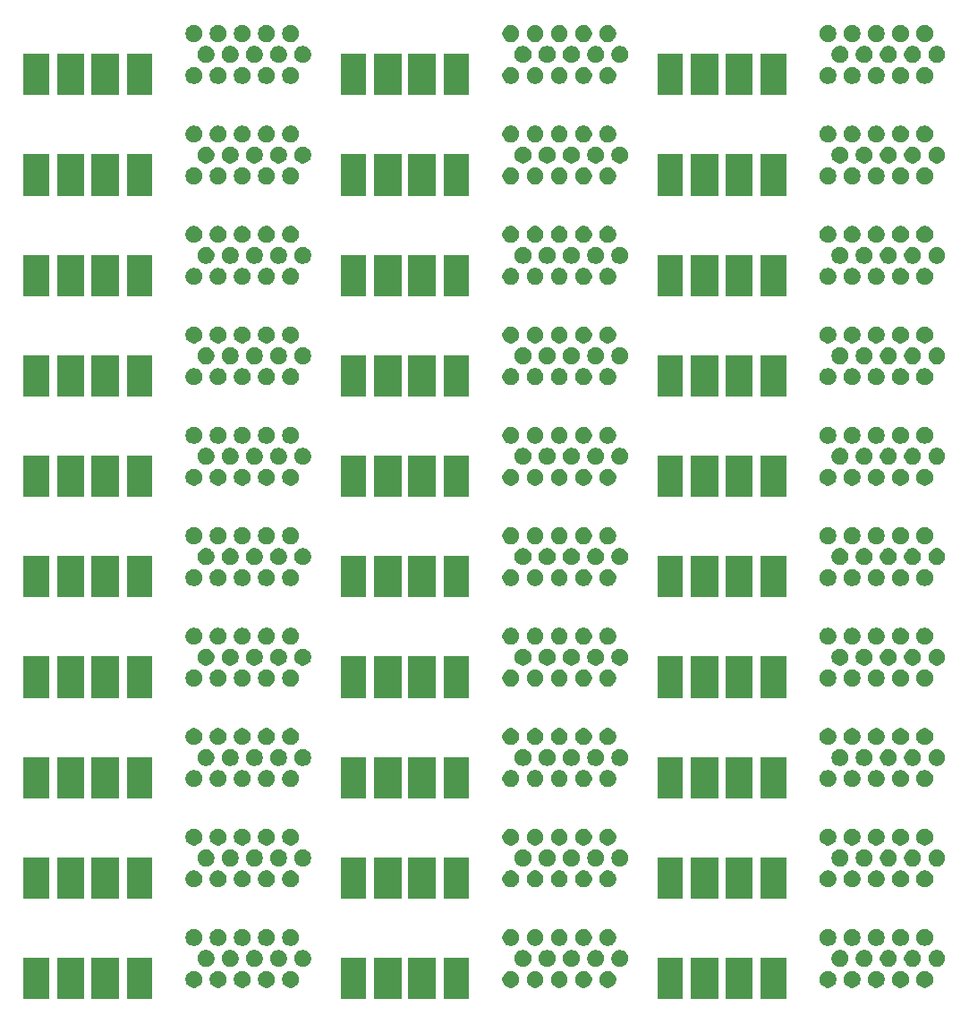
<source format=gbs>
G04 #@! TF.GenerationSoftware,KiCad,Pcbnew,(5.1.0)-1*
G04 #@! TF.CreationDate,2020-07-15T16:06:43-04:00*
G04 #@! TF.ProjectId,Breakout Panelized,42726561-6b6f-4757-9420-50616e656c69,rev?*
G04 #@! TF.SameCoordinates,Original*
G04 #@! TF.FileFunction,Soldermask,Bot*
G04 #@! TF.FilePolarity,Negative*
%FSLAX46Y46*%
G04 Gerber Fmt 4.6, Leading zero omitted, Abs format (unit mm)*
G04 Created by KiCad (PCBNEW (5.1.0)-1) date 2020-07-15 16:06:43*
%MOMM*%
%LPD*%
G04 APERTURE LIST*
%ADD10C,0.100000*%
G04 APERTURE END LIST*
D10*
G36*
X89526000Y-148676000D02*
G01*
X87124000Y-148676000D01*
X87124000Y-144774000D01*
X89526000Y-144774000D01*
X89526000Y-148676000D01*
X89526000Y-148676000D01*
G37*
G36*
X156126000Y-148676000D02*
G01*
X153524000Y-148676000D01*
X153524000Y-144774000D01*
X156126000Y-144774000D01*
X156126000Y-148676000D01*
X156126000Y-148676000D01*
G37*
G36*
X159276000Y-148676000D02*
G01*
X156874000Y-148676000D01*
X156874000Y-144774000D01*
X159276000Y-144774000D01*
X159276000Y-148676000D01*
X159276000Y-148676000D01*
G37*
G36*
X149526000Y-148676000D02*
G01*
X147124000Y-148676000D01*
X147124000Y-144774000D01*
X149526000Y-144774000D01*
X149526000Y-148676000D01*
X149526000Y-148676000D01*
G37*
G36*
X152876000Y-148676000D02*
G01*
X150274000Y-148676000D01*
X150274000Y-144774000D01*
X152876000Y-144774000D01*
X152876000Y-148676000D01*
X152876000Y-148676000D01*
G37*
G36*
X126126000Y-148676000D02*
G01*
X123524000Y-148676000D01*
X123524000Y-144774000D01*
X126126000Y-144774000D01*
X126126000Y-148676000D01*
X126126000Y-148676000D01*
G37*
G36*
X122876000Y-148676000D02*
G01*
X120274000Y-148676000D01*
X120274000Y-144774000D01*
X122876000Y-144774000D01*
X122876000Y-148676000D01*
X122876000Y-148676000D01*
G37*
G36*
X129276000Y-148676000D02*
G01*
X126874000Y-148676000D01*
X126874000Y-144774000D01*
X129276000Y-144774000D01*
X129276000Y-148676000D01*
X129276000Y-148676000D01*
G37*
G36*
X119526000Y-148676000D02*
G01*
X117124000Y-148676000D01*
X117124000Y-144774000D01*
X119526000Y-144774000D01*
X119526000Y-148676000D01*
X119526000Y-148676000D01*
G37*
G36*
X99276000Y-148676000D02*
G01*
X96874000Y-148676000D01*
X96874000Y-144774000D01*
X99276000Y-144774000D01*
X99276000Y-148676000D01*
X99276000Y-148676000D01*
G37*
G36*
X96126000Y-148676000D02*
G01*
X93524000Y-148676000D01*
X93524000Y-144774000D01*
X96126000Y-144774000D01*
X96126000Y-148676000D01*
X96126000Y-148676000D01*
G37*
G36*
X92876000Y-148676000D02*
G01*
X90274000Y-148676000D01*
X90274000Y-144774000D01*
X92876000Y-144774000D01*
X92876000Y-148676000D01*
X92876000Y-148676000D01*
G37*
G36*
X133463642Y-146034781D02*
G01*
X133609414Y-146095162D01*
X133609416Y-146095163D01*
X133740608Y-146182822D01*
X133852178Y-146294392D01*
X133939837Y-146425584D01*
X133939838Y-146425586D01*
X134000219Y-146571358D01*
X134031000Y-146726107D01*
X134031000Y-146883893D01*
X134000219Y-147038642D01*
X133939838Y-147184414D01*
X133939837Y-147184416D01*
X133852178Y-147315608D01*
X133740608Y-147427178D01*
X133609416Y-147514837D01*
X133609415Y-147514838D01*
X133609414Y-147514838D01*
X133463642Y-147575219D01*
X133308893Y-147606000D01*
X133151107Y-147606000D01*
X132996358Y-147575219D01*
X132850586Y-147514838D01*
X132850585Y-147514838D01*
X132850584Y-147514837D01*
X132719392Y-147427178D01*
X132607822Y-147315608D01*
X132520163Y-147184416D01*
X132520162Y-147184414D01*
X132459781Y-147038642D01*
X132429000Y-146883893D01*
X132429000Y-146726107D01*
X132459781Y-146571358D01*
X132520162Y-146425586D01*
X132520163Y-146425584D01*
X132607822Y-146294392D01*
X132719392Y-146182822D01*
X132850584Y-146095163D01*
X132850586Y-146095162D01*
X132996358Y-146034781D01*
X133151107Y-146004000D01*
X133308893Y-146004000D01*
X133463642Y-146034781D01*
X133463642Y-146034781D01*
G37*
G36*
X103463642Y-146034781D02*
G01*
X103609414Y-146095162D01*
X103609416Y-146095163D01*
X103740608Y-146182822D01*
X103852178Y-146294392D01*
X103939837Y-146425584D01*
X103939838Y-146425586D01*
X104000219Y-146571358D01*
X104031000Y-146726107D01*
X104031000Y-146883893D01*
X104000219Y-147038642D01*
X103939838Y-147184414D01*
X103939837Y-147184416D01*
X103852178Y-147315608D01*
X103740608Y-147427178D01*
X103609416Y-147514837D01*
X103609415Y-147514838D01*
X103609414Y-147514838D01*
X103463642Y-147575219D01*
X103308893Y-147606000D01*
X103151107Y-147606000D01*
X102996358Y-147575219D01*
X102850586Y-147514838D01*
X102850585Y-147514838D01*
X102850584Y-147514837D01*
X102719392Y-147427178D01*
X102607822Y-147315608D01*
X102520163Y-147184416D01*
X102520162Y-147184414D01*
X102459781Y-147038642D01*
X102429000Y-146883893D01*
X102429000Y-146726107D01*
X102459781Y-146571358D01*
X102520162Y-146425586D01*
X102520163Y-146425584D01*
X102607822Y-146294392D01*
X102719392Y-146182822D01*
X102850584Y-146095163D01*
X102850586Y-146095162D01*
X102996358Y-146034781D01*
X103151107Y-146004000D01*
X103308893Y-146004000D01*
X103463642Y-146034781D01*
X103463642Y-146034781D01*
G37*
G36*
X105753642Y-146034781D02*
G01*
X105899414Y-146095162D01*
X105899416Y-146095163D01*
X106030608Y-146182822D01*
X106142178Y-146294392D01*
X106229837Y-146425584D01*
X106229838Y-146425586D01*
X106290219Y-146571358D01*
X106321000Y-146726107D01*
X106321000Y-146883893D01*
X106290219Y-147038642D01*
X106229838Y-147184414D01*
X106229837Y-147184416D01*
X106142178Y-147315608D01*
X106030608Y-147427178D01*
X105899416Y-147514837D01*
X105899415Y-147514838D01*
X105899414Y-147514838D01*
X105753642Y-147575219D01*
X105598893Y-147606000D01*
X105441107Y-147606000D01*
X105286358Y-147575219D01*
X105140586Y-147514838D01*
X105140585Y-147514838D01*
X105140584Y-147514837D01*
X105009392Y-147427178D01*
X104897822Y-147315608D01*
X104810163Y-147184416D01*
X104810162Y-147184414D01*
X104749781Y-147038642D01*
X104719000Y-146883893D01*
X104719000Y-146726107D01*
X104749781Y-146571358D01*
X104810162Y-146425586D01*
X104810163Y-146425584D01*
X104897822Y-146294392D01*
X105009392Y-146182822D01*
X105140584Y-146095163D01*
X105140586Y-146095162D01*
X105286358Y-146034781D01*
X105441107Y-146004000D01*
X105598893Y-146004000D01*
X105753642Y-146034781D01*
X105753642Y-146034781D01*
G37*
G36*
X108043642Y-146034781D02*
G01*
X108189414Y-146095162D01*
X108189416Y-146095163D01*
X108320608Y-146182822D01*
X108432178Y-146294392D01*
X108519837Y-146425584D01*
X108519838Y-146425586D01*
X108580219Y-146571358D01*
X108611000Y-146726107D01*
X108611000Y-146883893D01*
X108580219Y-147038642D01*
X108519838Y-147184414D01*
X108519837Y-147184416D01*
X108432178Y-147315608D01*
X108320608Y-147427178D01*
X108189416Y-147514837D01*
X108189415Y-147514838D01*
X108189414Y-147514838D01*
X108043642Y-147575219D01*
X107888893Y-147606000D01*
X107731107Y-147606000D01*
X107576358Y-147575219D01*
X107430586Y-147514838D01*
X107430585Y-147514838D01*
X107430584Y-147514837D01*
X107299392Y-147427178D01*
X107187822Y-147315608D01*
X107100163Y-147184416D01*
X107100162Y-147184414D01*
X107039781Y-147038642D01*
X107009000Y-146883893D01*
X107009000Y-146726107D01*
X107039781Y-146571358D01*
X107100162Y-146425586D01*
X107100163Y-146425584D01*
X107187822Y-146294392D01*
X107299392Y-146182822D01*
X107430584Y-146095163D01*
X107430586Y-146095162D01*
X107576358Y-146034781D01*
X107731107Y-146004000D01*
X107888893Y-146004000D01*
X108043642Y-146034781D01*
X108043642Y-146034781D01*
G37*
G36*
X110333642Y-146034781D02*
G01*
X110479414Y-146095162D01*
X110479416Y-146095163D01*
X110610608Y-146182822D01*
X110722178Y-146294392D01*
X110809837Y-146425584D01*
X110809838Y-146425586D01*
X110870219Y-146571358D01*
X110901000Y-146726107D01*
X110901000Y-146883893D01*
X110870219Y-147038642D01*
X110809838Y-147184414D01*
X110809837Y-147184416D01*
X110722178Y-147315608D01*
X110610608Y-147427178D01*
X110479416Y-147514837D01*
X110479415Y-147514838D01*
X110479414Y-147514838D01*
X110333642Y-147575219D01*
X110178893Y-147606000D01*
X110021107Y-147606000D01*
X109866358Y-147575219D01*
X109720586Y-147514838D01*
X109720585Y-147514838D01*
X109720584Y-147514837D01*
X109589392Y-147427178D01*
X109477822Y-147315608D01*
X109390163Y-147184416D01*
X109390162Y-147184414D01*
X109329781Y-147038642D01*
X109299000Y-146883893D01*
X109299000Y-146726107D01*
X109329781Y-146571358D01*
X109390162Y-146425586D01*
X109390163Y-146425584D01*
X109477822Y-146294392D01*
X109589392Y-146182822D01*
X109720584Y-146095163D01*
X109720586Y-146095162D01*
X109866358Y-146034781D01*
X110021107Y-146004000D01*
X110178893Y-146004000D01*
X110333642Y-146034781D01*
X110333642Y-146034781D01*
G37*
G36*
X112623642Y-146034781D02*
G01*
X112769414Y-146095162D01*
X112769416Y-146095163D01*
X112900608Y-146182822D01*
X113012178Y-146294392D01*
X113099837Y-146425584D01*
X113099838Y-146425586D01*
X113160219Y-146571358D01*
X113191000Y-146726107D01*
X113191000Y-146883893D01*
X113160219Y-147038642D01*
X113099838Y-147184414D01*
X113099837Y-147184416D01*
X113012178Y-147315608D01*
X112900608Y-147427178D01*
X112769416Y-147514837D01*
X112769415Y-147514838D01*
X112769414Y-147514838D01*
X112623642Y-147575219D01*
X112468893Y-147606000D01*
X112311107Y-147606000D01*
X112156358Y-147575219D01*
X112010586Y-147514838D01*
X112010585Y-147514838D01*
X112010584Y-147514837D01*
X111879392Y-147427178D01*
X111767822Y-147315608D01*
X111680163Y-147184416D01*
X111680162Y-147184414D01*
X111619781Y-147038642D01*
X111589000Y-146883893D01*
X111589000Y-146726107D01*
X111619781Y-146571358D01*
X111680162Y-146425586D01*
X111680163Y-146425584D01*
X111767822Y-146294392D01*
X111879392Y-146182822D01*
X112010584Y-146095163D01*
X112010586Y-146095162D01*
X112156358Y-146034781D01*
X112311107Y-146004000D01*
X112468893Y-146004000D01*
X112623642Y-146034781D01*
X112623642Y-146034781D01*
G37*
G36*
X142623642Y-146034781D02*
G01*
X142769414Y-146095162D01*
X142769416Y-146095163D01*
X142900608Y-146182822D01*
X143012178Y-146294392D01*
X143099837Y-146425584D01*
X143099838Y-146425586D01*
X143160219Y-146571358D01*
X143191000Y-146726107D01*
X143191000Y-146883893D01*
X143160219Y-147038642D01*
X143099838Y-147184414D01*
X143099837Y-147184416D01*
X143012178Y-147315608D01*
X142900608Y-147427178D01*
X142769416Y-147514837D01*
X142769415Y-147514838D01*
X142769414Y-147514838D01*
X142623642Y-147575219D01*
X142468893Y-147606000D01*
X142311107Y-147606000D01*
X142156358Y-147575219D01*
X142010586Y-147514838D01*
X142010585Y-147514838D01*
X142010584Y-147514837D01*
X141879392Y-147427178D01*
X141767822Y-147315608D01*
X141680163Y-147184416D01*
X141680162Y-147184414D01*
X141619781Y-147038642D01*
X141589000Y-146883893D01*
X141589000Y-146726107D01*
X141619781Y-146571358D01*
X141680162Y-146425586D01*
X141680163Y-146425584D01*
X141767822Y-146294392D01*
X141879392Y-146182822D01*
X142010584Y-146095163D01*
X142010586Y-146095162D01*
X142156358Y-146034781D01*
X142311107Y-146004000D01*
X142468893Y-146004000D01*
X142623642Y-146034781D01*
X142623642Y-146034781D01*
G37*
G36*
X140333642Y-146034781D02*
G01*
X140479414Y-146095162D01*
X140479416Y-146095163D01*
X140610608Y-146182822D01*
X140722178Y-146294392D01*
X140809837Y-146425584D01*
X140809838Y-146425586D01*
X140870219Y-146571358D01*
X140901000Y-146726107D01*
X140901000Y-146883893D01*
X140870219Y-147038642D01*
X140809838Y-147184414D01*
X140809837Y-147184416D01*
X140722178Y-147315608D01*
X140610608Y-147427178D01*
X140479416Y-147514837D01*
X140479415Y-147514838D01*
X140479414Y-147514838D01*
X140333642Y-147575219D01*
X140178893Y-147606000D01*
X140021107Y-147606000D01*
X139866358Y-147575219D01*
X139720586Y-147514838D01*
X139720585Y-147514838D01*
X139720584Y-147514837D01*
X139589392Y-147427178D01*
X139477822Y-147315608D01*
X139390163Y-147184416D01*
X139390162Y-147184414D01*
X139329781Y-147038642D01*
X139299000Y-146883893D01*
X139299000Y-146726107D01*
X139329781Y-146571358D01*
X139390162Y-146425586D01*
X139390163Y-146425584D01*
X139477822Y-146294392D01*
X139589392Y-146182822D01*
X139720584Y-146095163D01*
X139720586Y-146095162D01*
X139866358Y-146034781D01*
X140021107Y-146004000D01*
X140178893Y-146004000D01*
X140333642Y-146034781D01*
X140333642Y-146034781D01*
G37*
G36*
X138043642Y-146034781D02*
G01*
X138189414Y-146095162D01*
X138189416Y-146095163D01*
X138320608Y-146182822D01*
X138432178Y-146294392D01*
X138519837Y-146425584D01*
X138519838Y-146425586D01*
X138580219Y-146571358D01*
X138611000Y-146726107D01*
X138611000Y-146883893D01*
X138580219Y-147038642D01*
X138519838Y-147184414D01*
X138519837Y-147184416D01*
X138432178Y-147315608D01*
X138320608Y-147427178D01*
X138189416Y-147514837D01*
X138189415Y-147514838D01*
X138189414Y-147514838D01*
X138043642Y-147575219D01*
X137888893Y-147606000D01*
X137731107Y-147606000D01*
X137576358Y-147575219D01*
X137430586Y-147514838D01*
X137430585Y-147514838D01*
X137430584Y-147514837D01*
X137299392Y-147427178D01*
X137187822Y-147315608D01*
X137100163Y-147184416D01*
X137100162Y-147184414D01*
X137039781Y-147038642D01*
X137009000Y-146883893D01*
X137009000Y-146726107D01*
X137039781Y-146571358D01*
X137100162Y-146425586D01*
X137100163Y-146425584D01*
X137187822Y-146294392D01*
X137299392Y-146182822D01*
X137430584Y-146095163D01*
X137430586Y-146095162D01*
X137576358Y-146034781D01*
X137731107Y-146004000D01*
X137888893Y-146004000D01*
X138043642Y-146034781D01*
X138043642Y-146034781D01*
G37*
G36*
X135753642Y-146034781D02*
G01*
X135899414Y-146095162D01*
X135899416Y-146095163D01*
X136030608Y-146182822D01*
X136142178Y-146294392D01*
X136229837Y-146425584D01*
X136229838Y-146425586D01*
X136290219Y-146571358D01*
X136321000Y-146726107D01*
X136321000Y-146883893D01*
X136290219Y-147038642D01*
X136229838Y-147184414D01*
X136229837Y-147184416D01*
X136142178Y-147315608D01*
X136030608Y-147427178D01*
X135899416Y-147514837D01*
X135899415Y-147514838D01*
X135899414Y-147514838D01*
X135753642Y-147575219D01*
X135598893Y-147606000D01*
X135441107Y-147606000D01*
X135286358Y-147575219D01*
X135140586Y-147514838D01*
X135140585Y-147514838D01*
X135140584Y-147514837D01*
X135009392Y-147427178D01*
X134897822Y-147315608D01*
X134810163Y-147184416D01*
X134810162Y-147184414D01*
X134749781Y-147038642D01*
X134719000Y-146883893D01*
X134719000Y-146726107D01*
X134749781Y-146571358D01*
X134810162Y-146425586D01*
X134810163Y-146425584D01*
X134897822Y-146294392D01*
X135009392Y-146182822D01*
X135140584Y-146095163D01*
X135140586Y-146095162D01*
X135286358Y-146034781D01*
X135441107Y-146004000D01*
X135598893Y-146004000D01*
X135753642Y-146034781D01*
X135753642Y-146034781D01*
G37*
G36*
X170333642Y-146034781D02*
G01*
X170479414Y-146095162D01*
X170479416Y-146095163D01*
X170610608Y-146182822D01*
X170722178Y-146294392D01*
X170809837Y-146425584D01*
X170809838Y-146425586D01*
X170870219Y-146571358D01*
X170901000Y-146726107D01*
X170901000Y-146883893D01*
X170870219Y-147038642D01*
X170809838Y-147184414D01*
X170809837Y-147184416D01*
X170722178Y-147315608D01*
X170610608Y-147427178D01*
X170479416Y-147514837D01*
X170479415Y-147514838D01*
X170479414Y-147514838D01*
X170333642Y-147575219D01*
X170178893Y-147606000D01*
X170021107Y-147606000D01*
X169866358Y-147575219D01*
X169720586Y-147514838D01*
X169720585Y-147514838D01*
X169720584Y-147514837D01*
X169589392Y-147427178D01*
X169477822Y-147315608D01*
X169390163Y-147184416D01*
X169390162Y-147184414D01*
X169329781Y-147038642D01*
X169299000Y-146883893D01*
X169299000Y-146726107D01*
X169329781Y-146571358D01*
X169390162Y-146425586D01*
X169390163Y-146425584D01*
X169477822Y-146294392D01*
X169589392Y-146182822D01*
X169720584Y-146095163D01*
X169720586Y-146095162D01*
X169866358Y-146034781D01*
X170021107Y-146004000D01*
X170178893Y-146004000D01*
X170333642Y-146034781D01*
X170333642Y-146034781D01*
G37*
G36*
X168043642Y-146034781D02*
G01*
X168189414Y-146095162D01*
X168189416Y-146095163D01*
X168320608Y-146182822D01*
X168432178Y-146294392D01*
X168519837Y-146425584D01*
X168519838Y-146425586D01*
X168580219Y-146571358D01*
X168611000Y-146726107D01*
X168611000Y-146883893D01*
X168580219Y-147038642D01*
X168519838Y-147184414D01*
X168519837Y-147184416D01*
X168432178Y-147315608D01*
X168320608Y-147427178D01*
X168189416Y-147514837D01*
X168189415Y-147514838D01*
X168189414Y-147514838D01*
X168043642Y-147575219D01*
X167888893Y-147606000D01*
X167731107Y-147606000D01*
X167576358Y-147575219D01*
X167430586Y-147514838D01*
X167430585Y-147514838D01*
X167430584Y-147514837D01*
X167299392Y-147427178D01*
X167187822Y-147315608D01*
X167100163Y-147184416D01*
X167100162Y-147184414D01*
X167039781Y-147038642D01*
X167009000Y-146883893D01*
X167009000Y-146726107D01*
X167039781Y-146571358D01*
X167100162Y-146425586D01*
X167100163Y-146425584D01*
X167187822Y-146294392D01*
X167299392Y-146182822D01*
X167430584Y-146095163D01*
X167430586Y-146095162D01*
X167576358Y-146034781D01*
X167731107Y-146004000D01*
X167888893Y-146004000D01*
X168043642Y-146034781D01*
X168043642Y-146034781D01*
G37*
G36*
X172623642Y-146034781D02*
G01*
X172769414Y-146095162D01*
X172769416Y-146095163D01*
X172900608Y-146182822D01*
X173012178Y-146294392D01*
X173099837Y-146425584D01*
X173099838Y-146425586D01*
X173160219Y-146571358D01*
X173191000Y-146726107D01*
X173191000Y-146883893D01*
X173160219Y-147038642D01*
X173099838Y-147184414D01*
X173099837Y-147184416D01*
X173012178Y-147315608D01*
X172900608Y-147427178D01*
X172769416Y-147514837D01*
X172769415Y-147514838D01*
X172769414Y-147514838D01*
X172623642Y-147575219D01*
X172468893Y-147606000D01*
X172311107Y-147606000D01*
X172156358Y-147575219D01*
X172010586Y-147514838D01*
X172010585Y-147514838D01*
X172010584Y-147514837D01*
X171879392Y-147427178D01*
X171767822Y-147315608D01*
X171680163Y-147184416D01*
X171680162Y-147184414D01*
X171619781Y-147038642D01*
X171589000Y-146883893D01*
X171589000Y-146726107D01*
X171619781Y-146571358D01*
X171680162Y-146425586D01*
X171680163Y-146425584D01*
X171767822Y-146294392D01*
X171879392Y-146182822D01*
X172010584Y-146095163D01*
X172010586Y-146095162D01*
X172156358Y-146034781D01*
X172311107Y-146004000D01*
X172468893Y-146004000D01*
X172623642Y-146034781D01*
X172623642Y-146034781D01*
G37*
G36*
X163463642Y-146034781D02*
G01*
X163609414Y-146095162D01*
X163609416Y-146095163D01*
X163740608Y-146182822D01*
X163852178Y-146294392D01*
X163939837Y-146425584D01*
X163939838Y-146425586D01*
X164000219Y-146571358D01*
X164031000Y-146726107D01*
X164031000Y-146883893D01*
X164000219Y-147038642D01*
X163939838Y-147184414D01*
X163939837Y-147184416D01*
X163852178Y-147315608D01*
X163740608Y-147427178D01*
X163609416Y-147514837D01*
X163609415Y-147514838D01*
X163609414Y-147514838D01*
X163463642Y-147575219D01*
X163308893Y-147606000D01*
X163151107Y-147606000D01*
X162996358Y-147575219D01*
X162850586Y-147514838D01*
X162850585Y-147514838D01*
X162850584Y-147514837D01*
X162719392Y-147427178D01*
X162607822Y-147315608D01*
X162520163Y-147184416D01*
X162520162Y-147184414D01*
X162459781Y-147038642D01*
X162429000Y-146883893D01*
X162429000Y-146726107D01*
X162459781Y-146571358D01*
X162520162Y-146425586D01*
X162520163Y-146425584D01*
X162607822Y-146294392D01*
X162719392Y-146182822D01*
X162850584Y-146095163D01*
X162850586Y-146095162D01*
X162996358Y-146034781D01*
X163151107Y-146004000D01*
X163308893Y-146004000D01*
X163463642Y-146034781D01*
X163463642Y-146034781D01*
G37*
G36*
X165753642Y-146034781D02*
G01*
X165899414Y-146095162D01*
X165899416Y-146095163D01*
X166030608Y-146182822D01*
X166142178Y-146294392D01*
X166229837Y-146425584D01*
X166229838Y-146425586D01*
X166290219Y-146571358D01*
X166321000Y-146726107D01*
X166321000Y-146883893D01*
X166290219Y-147038642D01*
X166229838Y-147184414D01*
X166229837Y-147184416D01*
X166142178Y-147315608D01*
X166030608Y-147427178D01*
X165899416Y-147514837D01*
X165899415Y-147514838D01*
X165899414Y-147514838D01*
X165753642Y-147575219D01*
X165598893Y-147606000D01*
X165441107Y-147606000D01*
X165286358Y-147575219D01*
X165140586Y-147514838D01*
X165140585Y-147514838D01*
X165140584Y-147514837D01*
X165009392Y-147427178D01*
X164897822Y-147315608D01*
X164810163Y-147184416D01*
X164810162Y-147184414D01*
X164749781Y-147038642D01*
X164719000Y-146883893D01*
X164719000Y-146726107D01*
X164749781Y-146571358D01*
X164810162Y-146425586D01*
X164810163Y-146425584D01*
X164897822Y-146294392D01*
X165009392Y-146182822D01*
X165140584Y-146095163D01*
X165140586Y-146095162D01*
X165286358Y-146034781D01*
X165441107Y-146004000D01*
X165598893Y-146004000D01*
X165753642Y-146034781D01*
X165753642Y-146034781D01*
G37*
G36*
X113768642Y-144054781D02*
G01*
X113914414Y-144115162D01*
X113914416Y-144115163D01*
X114045608Y-144202822D01*
X114157178Y-144314392D01*
X114244837Y-144445584D01*
X114244838Y-144445586D01*
X114305219Y-144591358D01*
X114336000Y-144746107D01*
X114336000Y-144903893D01*
X114305219Y-145058642D01*
X114244838Y-145204414D01*
X114244837Y-145204416D01*
X114157178Y-145335608D01*
X114045608Y-145447178D01*
X113914416Y-145534837D01*
X113914415Y-145534838D01*
X113914414Y-145534838D01*
X113768642Y-145595219D01*
X113613893Y-145626000D01*
X113456107Y-145626000D01*
X113301358Y-145595219D01*
X113155586Y-145534838D01*
X113155585Y-145534838D01*
X113155584Y-145534837D01*
X113024392Y-145447178D01*
X112912822Y-145335608D01*
X112825163Y-145204416D01*
X112825162Y-145204414D01*
X112764781Y-145058642D01*
X112734000Y-144903893D01*
X112734000Y-144746107D01*
X112764781Y-144591358D01*
X112825162Y-144445586D01*
X112825163Y-144445584D01*
X112912822Y-144314392D01*
X113024392Y-144202822D01*
X113155584Y-144115163D01*
X113155586Y-144115162D01*
X113301358Y-144054781D01*
X113456107Y-144024000D01*
X113613893Y-144024000D01*
X113768642Y-144054781D01*
X113768642Y-144054781D01*
G37*
G36*
X104608642Y-144054781D02*
G01*
X104754414Y-144115162D01*
X104754416Y-144115163D01*
X104885608Y-144202822D01*
X104997178Y-144314392D01*
X105084837Y-144445584D01*
X105084838Y-144445586D01*
X105145219Y-144591358D01*
X105176000Y-144746107D01*
X105176000Y-144903893D01*
X105145219Y-145058642D01*
X105084838Y-145204414D01*
X105084837Y-145204416D01*
X104997178Y-145335608D01*
X104885608Y-145447178D01*
X104754416Y-145534837D01*
X104754415Y-145534838D01*
X104754414Y-145534838D01*
X104608642Y-145595219D01*
X104453893Y-145626000D01*
X104296107Y-145626000D01*
X104141358Y-145595219D01*
X103995586Y-145534838D01*
X103995585Y-145534838D01*
X103995584Y-145534837D01*
X103864392Y-145447178D01*
X103752822Y-145335608D01*
X103665163Y-145204416D01*
X103665162Y-145204414D01*
X103604781Y-145058642D01*
X103574000Y-144903893D01*
X103574000Y-144746107D01*
X103604781Y-144591358D01*
X103665162Y-144445586D01*
X103665163Y-144445584D01*
X103752822Y-144314392D01*
X103864392Y-144202822D01*
X103995584Y-144115163D01*
X103995586Y-144115162D01*
X104141358Y-144054781D01*
X104296107Y-144024000D01*
X104453893Y-144024000D01*
X104608642Y-144054781D01*
X104608642Y-144054781D01*
G37*
G36*
X106898642Y-144054781D02*
G01*
X107044414Y-144115162D01*
X107044416Y-144115163D01*
X107175608Y-144202822D01*
X107287178Y-144314392D01*
X107374837Y-144445584D01*
X107374838Y-144445586D01*
X107435219Y-144591358D01*
X107466000Y-144746107D01*
X107466000Y-144903893D01*
X107435219Y-145058642D01*
X107374838Y-145204414D01*
X107374837Y-145204416D01*
X107287178Y-145335608D01*
X107175608Y-145447178D01*
X107044416Y-145534837D01*
X107044415Y-145534838D01*
X107044414Y-145534838D01*
X106898642Y-145595219D01*
X106743893Y-145626000D01*
X106586107Y-145626000D01*
X106431358Y-145595219D01*
X106285586Y-145534838D01*
X106285585Y-145534838D01*
X106285584Y-145534837D01*
X106154392Y-145447178D01*
X106042822Y-145335608D01*
X105955163Y-145204416D01*
X105955162Y-145204414D01*
X105894781Y-145058642D01*
X105864000Y-144903893D01*
X105864000Y-144746107D01*
X105894781Y-144591358D01*
X105955162Y-144445586D01*
X105955163Y-144445584D01*
X106042822Y-144314392D01*
X106154392Y-144202822D01*
X106285584Y-144115163D01*
X106285586Y-144115162D01*
X106431358Y-144054781D01*
X106586107Y-144024000D01*
X106743893Y-144024000D01*
X106898642Y-144054781D01*
X106898642Y-144054781D01*
G37*
G36*
X111478642Y-144054781D02*
G01*
X111624414Y-144115162D01*
X111624416Y-144115163D01*
X111755608Y-144202822D01*
X111867178Y-144314392D01*
X111954837Y-144445584D01*
X111954838Y-144445586D01*
X112015219Y-144591358D01*
X112046000Y-144746107D01*
X112046000Y-144903893D01*
X112015219Y-145058642D01*
X111954838Y-145204414D01*
X111954837Y-145204416D01*
X111867178Y-145335608D01*
X111755608Y-145447178D01*
X111624416Y-145534837D01*
X111624415Y-145534838D01*
X111624414Y-145534838D01*
X111478642Y-145595219D01*
X111323893Y-145626000D01*
X111166107Y-145626000D01*
X111011358Y-145595219D01*
X110865586Y-145534838D01*
X110865585Y-145534838D01*
X110865584Y-145534837D01*
X110734392Y-145447178D01*
X110622822Y-145335608D01*
X110535163Y-145204416D01*
X110535162Y-145204414D01*
X110474781Y-145058642D01*
X110444000Y-144903893D01*
X110444000Y-144746107D01*
X110474781Y-144591358D01*
X110535162Y-144445586D01*
X110535163Y-144445584D01*
X110622822Y-144314392D01*
X110734392Y-144202822D01*
X110865584Y-144115163D01*
X110865586Y-144115162D01*
X111011358Y-144054781D01*
X111166107Y-144024000D01*
X111323893Y-144024000D01*
X111478642Y-144054781D01*
X111478642Y-144054781D01*
G37*
G36*
X134608642Y-144054781D02*
G01*
X134754414Y-144115162D01*
X134754416Y-144115163D01*
X134885608Y-144202822D01*
X134997178Y-144314392D01*
X135084837Y-144445584D01*
X135084838Y-144445586D01*
X135145219Y-144591358D01*
X135176000Y-144746107D01*
X135176000Y-144903893D01*
X135145219Y-145058642D01*
X135084838Y-145204414D01*
X135084837Y-145204416D01*
X134997178Y-145335608D01*
X134885608Y-145447178D01*
X134754416Y-145534837D01*
X134754415Y-145534838D01*
X134754414Y-145534838D01*
X134608642Y-145595219D01*
X134453893Y-145626000D01*
X134296107Y-145626000D01*
X134141358Y-145595219D01*
X133995586Y-145534838D01*
X133995585Y-145534838D01*
X133995584Y-145534837D01*
X133864392Y-145447178D01*
X133752822Y-145335608D01*
X133665163Y-145204416D01*
X133665162Y-145204414D01*
X133604781Y-145058642D01*
X133574000Y-144903893D01*
X133574000Y-144746107D01*
X133604781Y-144591358D01*
X133665162Y-144445586D01*
X133665163Y-144445584D01*
X133752822Y-144314392D01*
X133864392Y-144202822D01*
X133995584Y-144115163D01*
X133995586Y-144115162D01*
X134141358Y-144054781D01*
X134296107Y-144024000D01*
X134453893Y-144024000D01*
X134608642Y-144054781D01*
X134608642Y-144054781D01*
G37*
G36*
X136898642Y-144054781D02*
G01*
X137044414Y-144115162D01*
X137044416Y-144115163D01*
X137175608Y-144202822D01*
X137287178Y-144314392D01*
X137374837Y-144445584D01*
X137374838Y-144445586D01*
X137435219Y-144591358D01*
X137466000Y-144746107D01*
X137466000Y-144903893D01*
X137435219Y-145058642D01*
X137374838Y-145204414D01*
X137374837Y-145204416D01*
X137287178Y-145335608D01*
X137175608Y-145447178D01*
X137044416Y-145534837D01*
X137044415Y-145534838D01*
X137044414Y-145534838D01*
X136898642Y-145595219D01*
X136743893Y-145626000D01*
X136586107Y-145626000D01*
X136431358Y-145595219D01*
X136285586Y-145534838D01*
X136285585Y-145534838D01*
X136285584Y-145534837D01*
X136154392Y-145447178D01*
X136042822Y-145335608D01*
X135955163Y-145204416D01*
X135955162Y-145204414D01*
X135894781Y-145058642D01*
X135864000Y-144903893D01*
X135864000Y-144746107D01*
X135894781Y-144591358D01*
X135955162Y-144445586D01*
X135955163Y-144445584D01*
X136042822Y-144314392D01*
X136154392Y-144202822D01*
X136285584Y-144115163D01*
X136285586Y-144115162D01*
X136431358Y-144054781D01*
X136586107Y-144024000D01*
X136743893Y-144024000D01*
X136898642Y-144054781D01*
X136898642Y-144054781D01*
G37*
G36*
X139188642Y-144054781D02*
G01*
X139334414Y-144115162D01*
X139334416Y-144115163D01*
X139465608Y-144202822D01*
X139577178Y-144314392D01*
X139664837Y-144445584D01*
X139664838Y-144445586D01*
X139725219Y-144591358D01*
X139756000Y-144746107D01*
X139756000Y-144903893D01*
X139725219Y-145058642D01*
X139664838Y-145204414D01*
X139664837Y-145204416D01*
X139577178Y-145335608D01*
X139465608Y-145447178D01*
X139334416Y-145534837D01*
X139334415Y-145534838D01*
X139334414Y-145534838D01*
X139188642Y-145595219D01*
X139033893Y-145626000D01*
X138876107Y-145626000D01*
X138721358Y-145595219D01*
X138575586Y-145534838D01*
X138575585Y-145534838D01*
X138575584Y-145534837D01*
X138444392Y-145447178D01*
X138332822Y-145335608D01*
X138245163Y-145204416D01*
X138245162Y-145204414D01*
X138184781Y-145058642D01*
X138154000Y-144903893D01*
X138154000Y-144746107D01*
X138184781Y-144591358D01*
X138245162Y-144445586D01*
X138245163Y-144445584D01*
X138332822Y-144314392D01*
X138444392Y-144202822D01*
X138575584Y-144115163D01*
X138575586Y-144115162D01*
X138721358Y-144054781D01*
X138876107Y-144024000D01*
X139033893Y-144024000D01*
X139188642Y-144054781D01*
X139188642Y-144054781D01*
G37*
G36*
X143768642Y-144054781D02*
G01*
X143914414Y-144115162D01*
X143914416Y-144115163D01*
X144045608Y-144202822D01*
X144157178Y-144314392D01*
X144244837Y-144445584D01*
X144244838Y-144445586D01*
X144305219Y-144591358D01*
X144336000Y-144746107D01*
X144336000Y-144903893D01*
X144305219Y-145058642D01*
X144244838Y-145204414D01*
X144244837Y-145204416D01*
X144157178Y-145335608D01*
X144045608Y-145447178D01*
X143914416Y-145534837D01*
X143914415Y-145534838D01*
X143914414Y-145534838D01*
X143768642Y-145595219D01*
X143613893Y-145626000D01*
X143456107Y-145626000D01*
X143301358Y-145595219D01*
X143155586Y-145534838D01*
X143155585Y-145534838D01*
X143155584Y-145534837D01*
X143024392Y-145447178D01*
X142912822Y-145335608D01*
X142825163Y-145204416D01*
X142825162Y-145204414D01*
X142764781Y-145058642D01*
X142734000Y-144903893D01*
X142734000Y-144746107D01*
X142764781Y-144591358D01*
X142825162Y-144445586D01*
X142825163Y-144445584D01*
X142912822Y-144314392D01*
X143024392Y-144202822D01*
X143155584Y-144115163D01*
X143155586Y-144115162D01*
X143301358Y-144054781D01*
X143456107Y-144024000D01*
X143613893Y-144024000D01*
X143768642Y-144054781D01*
X143768642Y-144054781D01*
G37*
G36*
X164608642Y-144054781D02*
G01*
X164754414Y-144115162D01*
X164754416Y-144115163D01*
X164885608Y-144202822D01*
X164997178Y-144314392D01*
X165084837Y-144445584D01*
X165084838Y-144445586D01*
X165145219Y-144591358D01*
X165176000Y-144746107D01*
X165176000Y-144903893D01*
X165145219Y-145058642D01*
X165084838Y-145204414D01*
X165084837Y-145204416D01*
X164997178Y-145335608D01*
X164885608Y-145447178D01*
X164754416Y-145534837D01*
X164754415Y-145534838D01*
X164754414Y-145534838D01*
X164608642Y-145595219D01*
X164453893Y-145626000D01*
X164296107Y-145626000D01*
X164141358Y-145595219D01*
X163995586Y-145534838D01*
X163995585Y-145534838D01*
X163995584Y-145534837D01*
X163864392Y-145447178D01*
X163752822Y-145335608D01*
X163665163Y-145204416D01*
X163665162Y-145204414D01*
X163604781Y-145058642D01*
X163574000Y-144903893D01*
X163574000Y-144746107D01*
X163604781Y-144591358D01*
X163665162Y-144445586D01*
X163665163Y-144445584D01*
X163752822Y-144314392D01*
X163864392Y-144202822D01*
X163995584Y-144115163D01*
X163995586Y-144115162D01*
X164141358Y-144054781D01*
X164296107Y-144024000D01*
X164453893Y-144024000D01*
X164608642Y-144054781D01*
X164608642Y-144054781D01*
G37*
G36*
X166898642Y-144054781D02*
G01*
X167044414Y-144115162D01*
X167044416Y-144115163D01*
X167175608Y-144202822D01*
X167287178Y-144314392D01*
X167374837Y-144445584D01*
X167374838Y-144445586D01*
X167435219Y-144591358D01*
X167466000Y-144746107D01*
X167466000Y-144903893D01*
X167435219Y-145058642D01*
X167374838Y-145204414D01*
X167374837Y-145204416D01*
X167287178Y-145335608D01*
X167175608Y-145447178D01*
X167044416Y-145534837D01*
X167044415Y-145534838D01*
X167044414Y-145534838D01*
X166898642Y-145595219D01*
X166743893Y-145626000D01*
X166586107Y-145626000D01*
X166431358Y-145595219D01*
X166285586Y-145534838D01*
X166285585Y-145534838D01*
X166285584Y-145534837D01*
X166154392Y-145447178D01*
X166042822Y-145335608D01*
X165955163Y-145204416D01*
X165955162Y-145204414D01*
X165894781Y-145058642D01*
X165864000Y-144903893D01*
X165864000Y-144746107D01*
X165894781Y-144591358D01*
X165955162Y-144445586D01*
X165955163Y-144445584D01*
X166042822Y-144314392D01*
X166154392Y-144202822D01*
X166285584Y-144115163D01*
X166285586Y-144115162D01*
X166431358Y-144054781D01*
X166586107Y-144024000D01*
X166743893Y-144024000D01*
X166898642Y-144054781D01*
X166898642Y-144054781D01*
G37*
G36*
X109188642Y-144054781D02*
G01*
X109334414Y-144115162D01*
X109334416Y-144115163D01*
X109465608Y-144202822D01*
X109577178Y-144314392D01*
X109664837Y-144445584D01*
X109664838Y-144445586D01*
X109725219Y-144591358D01*
X109756000Y-144746107D01*
X109756000Y-144903893D01*
X109725219Y-145058642D01*
X109664838Y-145204414D01*
X109664837Y-145204416D01*
X109577178Y-145335608D01*
X109465608Y-145447178D01*
X109334416Y-145534837D01*
X109334415Y-145534838D01*
X109334414Y-145534838D01*
X109188642Y-145595219D01*
X109033893Y-145626000D01*
X108876107Y-145626000D01*
X108721358Y-145595219D01*
X108575586Y-145534838D01*
X108575585Y-145534838D01*
X108575584Y-145534837D01*
X108444392Y-145447178D01*
X108332822Y-145335608D01*
X108245163Y-145204416D01*
X108245162Y-145204414D01*
X108184781Y-145058642D01*
X108154000Y-144903893D01*
X108154000Y-144746107D01*
X108184781Y-144591358D01*
X108245162Y-144445586D01*
X108245163Y-144445584D01*
X108332822Y-144314392D01*
X108444392Y-144202822D01*
X108575584Y-144115163D01*
X108575586Y-144115162D01*
X108721358Y-144054781D01*
X108876107Y-144024000D01*
X109033893Y-144024000D01*
X109188642Y-144054781D01*
X109188642Y-144054781D01*
G37*
G36*
X169188642Y-144054781D02*
G01*
X169334414Y-144115162D01*
X169334416Y-144115163D01*
X169465608Y-144202822D01*
X169577178Y-144314392D01*
X169664837Y-144445584D01*
X169664838Y-144445586D01*
X169725219Y-144591358D01*
X169756000Y-144746107D01*
X169756000Y-144903893D01*
X169725219Y-145058642D01*
X169664838Y-145204414D01*
X169664837Y-145204416D01*
X169577178Y-145335608D01*
X169465608Y-145447178D01*
X169334416Y-145534837D01*
X169334415Y-145534838D01*
X169334414Y-145534838D01*
X169188642Y-145595219D01*
X169033893Y-145626000D01*
X168876107Y-145626000D01*
X168721358Y-145595219D01*
X168575586Y-145534838D01*
X168575585Y-145534838D01*
X168575584Y-145534837D01*
X168444392Y-145447178D01*
X168332822Y-145335608D01*
X168245163Y-145204416D01*
X168245162Y-145204414D01*
X168184781Y-145058642D01*
X168154000Y-144903893D01*
X168154000Y-144746107D01*
X168184781Y-144591358D01*
X168245162Y-144445586D01*
X168245163Y-144445584D01*
X168332822Y-144314392D01*
X168444392Y-144202822D01*
X168575584Y-144115163D01*
X168575586Y-144115162D01*
X168721358Y-144054781D01*
X168876107Y-144024000D01*
X169033893Y-144024000D01*
X169188642Y-144054781D01*
X169188642Y-144054781D01*
G37*
G36*
X171478642Y-144054781D02*
G01*
X171624414Y-144115162D01*
X171624416Y-144115163D01*
X171755608Y-144202822D01*
X171867178Y-144314392D01*
X171954837Y-144445584D01*
X171954838Y-144445586D01*
X172015219Y-144591358D01*
X172046000Y-144746107D01*
X172046000Y-144903893D01*
X172015219Y-145058642D01*
X171954838Y-145204414D01*
X171954837Y-145204416D01*
X171867178Y-145335608D01*
X171755608Y-145447178D01*
X171624416Y-145534837D01*
X171624415Y-145534838D01*
X171624414Y-145534838D01*
X171478642Y-145595219D01*
X171323893Y-145626000D01*
X171166107Y-145626000D01*
X171011358Y-145595219D01*
X170865586Y-145534838D01*
X170865585Y-145534838D01*
X170865584Y-145534837D01*
X170734392Y-145447178D01*
X170622822Y-145335608D01*
X170535163Y-145204416D01*
X170535162Y-145204414D01*
X170474781Y-145058642D01*
X170444000Y-144903893D01*
X170444000Y-144746107D01*
X170474781Y-144591358D01*
X170535162Y-144445586D01*
X170535163Y-144445584D01*
X170622822Y-144314392D01*
X170734392Y-144202822D01*
X170865584Y-144115163D01*
X170865586Y-144115162D01*
X171011358Y-144054781D01*
X171166107Y-144024000D01*
X171323893Y-144024000D01*
X171478642Y-144054781D01*
X171478642Y-144054781D01*
G37*
G36*
X173768642Y-144054781D02*
G01*
X173914414Y-144115162D01*
X173914416Y-144115163D01*
X174045608Y-144202822D01*
X174157178Y-144314392D01*
X174244837Y-144445584D01*
X174244838Y-144445586D01*
X174305219Y-144591358D01*
X174336000Y-144746107D01*
X174336000Y-144903893D01*
X174305219Y-145058642D01*
X174244838Y-145204414D01*
X174244837Y-145204416D01*
X174157178Y-145335608D01*
X174045608Y-145447178D01*
X173914416Y-145534837D01*
X173914415Y-145534838D01*
X173914414Y-145534838D01*
X173768642Y-145595219D01*
X173613893Y-145626000D01*
X173456107Y-145626000D01*
X173301358Y-145595219D01*
X173155586Y-145534838D01*
X173155585Y-145534838D01*
X173155584Y-145534837D01*
X173024392Y-145447178D01*
X172912822Y-145335608D01*
X172825163Y-145204416D01*
X172825162Y-145204414D01*
X172764781Y-145058642D01*
X172734000Y-144903893D01*
X172734000Y-144746107D01*
X172764781Y-144591358D01*
X172825162Y-144445586D01*
X172825163Y-144445584D01*
X172912822Y-144314392D01*
X173024392Y-144202822D01*
X173155584Y-144115163D01*
X173155586Y-144115162D01*
X173301358Y-144054781D01*
X173456107Y-144024000D01*
X173613893Y-144024000D01*
X173768642Y-144054781D01*
X173768642Y-144054781D01*
G37*
G36*
X141478642Y-144054781D02*
G01*
X141624414Y-144115162D01*
X141624416Y-144115163D01*
X141755608Y-144202822D01*
X141867178Y-144314392D01*
X141954837Y-144445584D01*
X141954838Y-144445586D01*
X142015219Y-144591358D01*
X142046000Y-144746107D01*
X142046000Y-144903893D01*
X142015219Y-145058642D01*
X141954838Y-145204414D01*
X141954837Y-145204416D01*
X141867178Y-145335608D01*
X141755608Y-145447178D01*
X141624416Y-145534837D01*
X141624415Y-145534838D01*
X141624414Y-145534838D01*
X141478642Y-145595219D01*
X141323893Y-145626000D01*
X141166107Y-145626000D01*
X141011358Y-145595219D01*
X140865586Y-145534838D01*
X140865585Y-145534838D01*
X140865584Y-145534837D01*
X140734392Y-145447178D01*
X140622822Y-145335608D01*
X140535163Y-145204416D01*
X140535162Y-145204414D01*
X140474781Y-145058642D01*
X140444000Y-144903893D01*
X140444000Y-144746107D01*
X140474781Y-144591358D01*
X140535162Y-144445586D01*
X140535163Y-144445584D01*
X140622822Y-144314392D01*
X140734392Y-144202822D01*
X140865584Y-144115163D01*
X140865586Y-144115162D01*
X141011358Y-144054781D01*
X141166107Y-144024000D01*
X141323893Y-144024000D01*
X141478642Y-144054781D01*
X141478642Y-144054781D01*
G37*
G36*
X135753642Y-142074781D02*
G01*
X135899414Y-142135162D01*
X135899416Y-142135163D01*
X136030608Y-142222822D01*
X136142178Y-142334392D01*
X136229837Y-142465584D01*
X136229838Y-142465586D01*
X136290219Y-142611358D01*
X136321000Y-142766107D01*
X136321000Y-142923893D01*
X136290219Y-143078642D01*
X136229838Y-143224414D01*
X136229837Y-143224416D01*
X136142178Y-143355608D01*
X136030608Y-143467178D01*
X135899416Y-143554837D01*
X135899415Y-143554838D01*
X135899414Y-143554838D01*
X135753642Y-143615219D01*
X135598893Y-143646000D01*
X135441107Y-143646000D01*
X135286358Y-143615219D01*
X135140586Y-143554838D01*
X135140585Y-143554838D01*
X135140584Y-143554837D01*
X135009392Y-143467178D01*
X134897822Y-143355608D01*
X134810163Y-143224416D01*
X134810162Y-143224414D01*
X134749781Y-143078642D01*
X134719000Y-142923893D01*
X134719000Y-142766107D01*
X134749781Y-142611358D01*
X134810162Y-142465586D01*
X134810163Y-142465584D01*
X134897822Y-142334392D01*
X135009392Y-142222822D01*
X135140584Y-142135163D01*
X135140586Y-142135162D01*
X135286358Y-142074781D01*
X135441107Y-142044000D01*
X135598893Y-142044000D01*
X135753642Y-142074781D01*
X135753642Y-142074781D01*
G37*
G36*
X133463642Y-142074781D02*
G01*
X133609414Y-142135162D01*
X133609416Y-142135163D01*
X133740608Y-142222822D01*
X133852178Y-142334392D01*
X133939837Y-142465584D01*
X133939838Y-142465586D01*
X134000219Y-142611358D01*
X134031000Y-142766107D01*
X134031000Y-142923893D01*
X134000219Y-143078642D01*
X133939838Y-143224414D01*
X133939837Y-143224416D01*
X133852178Y-143355608D01*
X133740608Y-143467178D01*
X133609416Y-143554837D01*
X133609415Y-143554838D01*
X133609414Y-143554838D01*
X133463642Y-143615219D01*
X133308893Y-143646000D01*
X133151107Y-143646000D01*
X132996358Y-143615219D01*
X132850586Y-143554838D01*
X132850585Y-143554838D01*
X132850584Y-143554837D01*
X132719392Y-143467178D01*
X132607822Y-143355608D01*
X132520163Y-143224416D01*
X132520162Y-143224414D01*
X132459781Y-143078642D01*
X132429000Y-142923893D01*
X132429000Y-142766107D01*
X132459781Y-142611358D01*
X132520162Y-142465586D01*
X132520163Y-142465584D01*
X132607822Y-142334392D01*
X132719392Y-142222822D01*
X132850584Y-142135163D01*
X132850586Y-142135162D01*
X132996358Y-142074781D01*
X133151107Y-142044000D01*
X133308893Y-142044000D01*
X133463642Y-142074781D01*
X133463642Y-142074781D01*
G37*
G36*
X138043642Y-142074781D02*
G01*
X138189414Y-142135162D01*
X138189416Y-142135163D01*
X138320608Y-142222822D01*
X138432178Y-142334392D01*
X138519837Y-142465584D01*
X138519838Y-142465586D01*
X138580219Y-142611358D01*
X138611000Y-142766107D01*
X138611000Y-142923893D01*
X138580219Y-143078642D01*
X138519838Y-143224414D01*
X138519837Y-143224416D01*
X138432178Y-143355608D01*
X138320608Y-143467178D01*
X138189416Y-143554837D01*
X138189415Y-143554838D01*
X138189414Y-143554838D01*
X138043642Y-143615219D01*
X137888893Y-143646000D01*
X137731107Y-143646000D01*
X137576358Y-143615219D01*
X137430586Y-143554838D01*
X137430585Y-143554838D01*
X137430584Y-143554837D01*
X137299392Y-143467178D01*
X137187822Y-143355608D01*
X137100163Y-143224416D01*
X137100162Y-143224414D01*
X137039781Y-143078642D01*
X137009000Y-142923893D01*
X137009000Y-142766107D01*
X137039781Y-142611358D01*
X137100162Y-142465586D01*
X137100163Y-142465584D01*
X137187822Y-142334392D01*
X137299392Y-142222822D01*
X137430584Y-142135163D01*
X137430586Y-142135162D01*
X137576358Y-142074781D01*
X137731107Y-142044000D01*
X137888893Y-142044000D01*
X138043642Y-142074781D01*
X138043642Y-142074781D01*
G37*
G36*
X140333642Y-142074781D02*
G01*
X140479414Y-142135162D01*
X140479416Y-142135163D01*
X140610608Y-142222822D01*
X140722178Y-142334392D01*
X140809837Y-142465584D01*
X140809838Y-142465586D01*
X140870219Y-142611358D01*
X140901000Y-142766107D01*
X140901000Y-142923893D01*
X140870219Y-143078642D01*
X140809838Y-143224414D01*
X140809837Y-143224416D01*
X140722178Y-143355608D01*
X140610608Y-143467178D01*
X140479416Y-143554837D01*
X140479415Y-143554838D01*
X140479414Y-143554838D01*
X140333642Y-143615219D01*
X140178893Y-143646000D01*
X140021107Y-143646000D01*
X139866358Y-143615219D01*
X139720586Y-143554838D01*
X139720585Y-143554838D01*
X139720584Y-143554837D01*
X139589392Y-143467178D01*
X139477822Y-143355608D01*
X139390163Y-143224416D01*
X139390162Y-143224414D01*
X139329781Y-143078642D01*
X139299000Y-142923893D01*
X139299000Y-142766107D01*
X139329781Y-142611358D01*
X139390162Y-142465586D01*
X139390163Y-142465584D01*
X139477822Y-142334392D01*
X139589392Y-142222822D01*
X139720584Y-142135163D01*
X139720586Y-142135162D01*
X139866358Y-142074781D01*
X140021107Y-142044000D01*
X140178893Y-142044000D01*
X140333642Y-142074781D01*
X140333642Y-142074781D01*
G37*
G36*
X142623642Y-142074781D02*
G01*
X142769414Y-142135162D01*
X142769416Y-142135163D01*
X142900608Y-142222822D01*
X143012178Y-142334392D01*
X143099837Y-142465584D01*
X143099838Y-142465586D01*
X143160219Y-142611358D01*
X143191000Y-142766107D01*
X143191000Y-142923893D01*
X143160219Y-143078642D01*
X143099838Y-143224414D01*
X143099837Y-143224416D01*
X143012178Y-143355608D01*
X142900608Y-143467178D01*
X142769416Y-143554837D01*
X142769415Y-143554838D01*
X142769414Y-143554838D01*
X142623642Y-143615219D01*
X142468893Y-143646000D01*
X142311107Y-143646000D01*
X142156358Y-143615219D01*
X142010586Y-143554838D01*
X142010585Y-143554838D01*
X142010584Y-143554837D01*
X141879392Y-143467178D01*
X141767822Y-143355608D01*
X141680163Y-143224416D01*
X141680162Y-143224414D01*
X141619781Y-143078642D01*
X141589000Y-142923893D01*
X141589000Y-142766107D01*
X141619781Y-142611358D01*
X141680162Y-142465586D01*
X141680163Y-142465584D01*
X141767822Y-142334392D01*
X141879392Y-142222822D01*
X142010584Y-142135163D01*
X142010586Y-142135162D01*
X142156358Y-142074781D01*
X142311107Y-142044000D01*
X142468893Y-142044000D01*
X142623642Y-142074781D01*
X142623642Y-142074781D01*
G37*
G36*
X112623642Y-142074781D02*
G01*
X112769414Y-142135162D01*
X112769416Y-142135163D01*
X112900608Y-142222822D01*
X113012178Y-142334392D01*
X113099837Y-142465584D01*
X113099838Y-142465586D01*
X113160219Y-142611358D01*
X113191000Y-142766107D01*
X113191000Y-142923893D01*
X113160219Y-143078642D01*
X113099838Y-143224414D01*
X113099837Y-143224416D01*
X113012178Y-143355608D01*
X112900608Y-143467178D01*
X112769416Y-143554837D01*
X112769415Y-143554838D01*
X112769414Y-143554838D01*
X112623642Y-143615219D01*
X112468893Y-143646000D01*
X112311107Y-143646000D01*
X112156358Y-143615219D01*
X112010586Y-143554838D01*
X112010585Y-143554838D01*
X112010584Y-143554837D01*
X111879392Y-143467178D01*
X111767822Y-143355608D01*
X111680163Y-143224416D01*
X111680162Y-143224414D01*
X111619781Y-143078642D01*
X111589000Y-142923893D01*
X111589000Y-142766107D01*
X111619781Y-142611358D01*
X111680162Y-142465586D01*
X111680163Y-142465584D01*
X111767822Y-142334392D01*
X111879392Y-142222822D01*
X112010584Y-142135163D01*
X112010586Y-142135162D01*
X112156358Y-142074781D01*
X112311107Y-142044000D01*
X112468893Y-142044000D01*
X112623642Y-142074781D01*
X112623642Y-142074781D01*
G37*
G36*
X110333642Y-142074781D02*
G01*
X110479414Y-142135162D01*
X110479416Y-142135163D01*
X110610608Y-142222822D01*
X110722178Y-142334392D01*
X110809837Y-142465584D01*
X110809838Y-142465586D01*
X110870219Y-142611358D01*
X110901000Y-142766107D01*
X110901000Y-142923893D01*
X110870219Y-143078642D01*
X110809838Y-143224414D01*
X110809837Y-143224416D01*
X110722178Y-143355608D01*
X110610608Y-143467178D01*
X110479416Y-143554837D01*
X110479415Y-143554838D01*
X110479414Y-143554838D01*
X110333642Y-143615219D01*
X110178893Y-143646000D01*
X110021107Y-143646000D01*
X109866358Y-143615219D01*
X109720586Y-143554838D01*
X109720585Y-143554838D01*
X109720584Y-143554837D01*
X109589392Y-143467178D01*
X109477822Y-143355608D01*
X109390163Y-143224416D01*
X109390162Y-143224414D01*
X109329781Y-143078642D01*
X109299000Y-142923893D01*
X109299000Y-142766107D01*
X109329781Y-142611358D01*
X109390162Y-142465586D01*
X109390163Y-142465584D01*
X109477822Y-142334392D01*
X109589392Y-142222822D01*
X109720584Y-142135163D01*
X109720586Y-142135162D01*
X109866358Y-142074781D01*
X110021107Y-142044000D01*
X110178893Y-142044000D01*
X110333642Y-142074781D01*
X110333642Y-142074781D01*
G37*
G36*
X103463642Y-142074781D02*
G01*
X103609414Y-142135162D01*
X103609416Y-142135163D01*
X103740608Y-142222822D01*
X103852178Y-142334392D01*
X103939837Y-142465584D01*
X103939838Y-142465586D01*
X104000219Y-142611358D01*
X104031000Y-142766107D01*
X104031000Y-142923893D01*
X104000219Y-143078642D01*
X103939838Y-143224414D01*
X103939837Y-143224416D01*
X103852178Y-143355608D01*
X103740608Y-143467178D01*
X103609416Y-143554837D01*
X103609415Y-143554838D01*
X103609414Y-143554838D01*
X103463642Y-143615219D01*
X103308893Y-143646000D01*
X103151107Y-143646000D01*
X102996358Y-143615219D01*
X102850586Y-143554838D01*
X102850585Y-143554838D01*
X102850584Y-143554837D01*
X102719392Y-143467178D01*
X102607822Y-143355608D01*
X102520163Y-143224416D01*
X102520162Y-143224414D01*
X102459781Y-143078642D01*
X102429000Y-142923893D01*
X102429000Y-142766107D01*
X102459781Y-142611358D01*
X102520162Y-142465586D01*
X102520163Y-142465584D01*
X102607822Y-142334392D01*
X102719392Y-142222822D01*
X102850584Y-142135163D01*
X102850586Y-142135162D01*
X102996358Y-142074781D01*
X103151107Y-142044000D01*
X103308893Y-142044000D01*
X103463642Y-142074781D01*
X103463642Y-142074781D01*
G37*
G36*
X163463642Y-142074781D02*
G01*
X163609414Y-142135162D01*
X163609416Y-142135163D01*
X163740608Y-142222822D01*
X163852178Y-142334392D01*
X163939837Y-142465584D01*
X163939838Y-142465586D01*
X164000219Y-142611358D01*
X164031000Y-142766107D01*
X164031000Y-142923893D01*
X164000219Y-143078642D01*
X163939838Y-143224414D01*
X163939837Y-143224416D01*
X163852178Y-143355608D01*
X163740608Y-143467178D01*
X163609416Y-143554837D01*
X163609415Y-143554838D01*
X163609414Y-143554838D01*
X163463642Y-143615219D01*
X163308893Y-143646000D01*
X163151107Y-143646000D01*
X162996358Y-143615219D01*
X162850586Y-143554838D01*
X162850585Y-143554838D01*
X162850584Y-143554837D01*
X162719392Y-143467178D01*
X162607822Y-143355608D01*
X162520163Y-143224416D01*
X162520162Y-143224414D01*
X162459781Y-143078642D01*
X162429000Y-142923893D01*
X162429000Y-142766107D01*
X162459781Y-142611358D01*
X162520162Y-142465586D01*
X162520163Y-142465584D01*
X162607822Y-142334392D01*
X162719392Y-142222822D01*
X162850584Y-142135163D01*
X162850586Y-142135162D01*
X162996358Y-142074781D01*
X163151107Y-142044000D01*
X163308893Y-142044000D01*
X163463642Y-142074781D01*
X163463642Y-142074781D01*
G37*
G36*
X165753642Y-142074781D02*
G01*
X165899414Y-142135162D01*
X165899416Y-142135163D01*
X166030608Y-142222822D01*
X166142178Y-142334392D01*
X166229837Y-142465584D01*
X166229838Y-142465586D01*
X166290219Y-142611358D01*
X166321000Y-142766107D01*
X166321000Y-142923893D01*
X166290219Y-143078642D01*
X166229838Y-143224414D01*
X166229837Y-143224416D01*
X166142178Y-143355608D01*
X166030608Y-143467178D01*
X165899416Y-143554837D01*
X165899415Y-143554838D01*
X165899414Y-143554838D01*
X165753642Y-143615219D01*
X165598893Y-143646000D01*
X165441107Y-143646000D01*
X165286358Y-143615219D01*
X165140586Y-143554838D01*
X165140585Y-143554838D01*
X165140584Y-143554837D01*
X165009392Y-143467178D01*
X164897822Y-143355608D01*
X164810163Y-143224416D01*
X164810162Y-143224414D01*
X164749781Y-143078642D01*
X164719000Y-142923893D01*
X164719000Y-142766107D01*
X164749781Y-142611358D01*
X164810162Y-142465586D01*
X164810163Y-142465584D01*
X164897822Y-142334392D01*
X165009392Y-142222822D01*
X165140584Y-142135163D01*
X165140586Y-142135162D01*
X165286358Y-142074781D01*
X165441107Y-142044000D01*
X165598893Y-142044000D01*
X165753642Y-142074781D01*
X165753642Y-142074781D01*
G37*
G36*
X168043642Y-142074781D02*
G01*
X168189414Y-142135162D01*
X168189416Y-142135163D01*
X168320608Y-142222822D01*
X168432178Y-142334392D01*
X168519837Y-142465584D01*
X168519838Y-142465586D01*
X168580219Y-142611358D01*
X168611000Y-142766107D01*
X168611000Y-142923893D01*
X168580219Y-143078642D01*
X168519838Y-143224414D01*
X168519837Y-143224416D01*
X168432178Y-143355608D01*
X168320608Y-143467178D01*
X168189416Y-143554837D01*
X168189415Y-143554838D01*
X168189414Y-143554838D01*
X168043642Y-143615219D01*
X167888893Y-143646000D01*
X167731107Y-143646000D01*
X167576358Y-143615219D01*
X167430586Y-143554838D01*
X167430585Y-143554838D01*
X167430584Y-143554837D01*
X167299392Y-143467178D01*
X167187822Y-143355608D01*
X167100163Y-143224416D01*
X167100162Y-143224414D01*
X167039781Y-143078642D01*
X167009000Y-142923893D01*
X167009000Y-142766107D01*
X167039781Y-142611358D01*
X167100162Y-142465586D01*
X167100163Y-142465584D01*
X167187822Y-142334392D01*
X167299392Y-142222822D01*
X167430584Y-142135163D01*
X167430586Y-142135162D01*
X167576358Y-142074781D01*
X167731107Y-142044000D01*
X167888893Y-142044000D01*
X168043642Y-142074781D01*
X168043642Y-142074781D01*
G37*
G36*
X170333642Y-142074781D02*
G01*
X170479414Y-142135162D01*
X170479416Y-142135163D01*
X170610608Y-142222822D01*
X170722178Y-142334392D01*
X170809837Y-142465584D01*
X170809838Y-142465586D01*
X170870219Y-142611358D01*
X170901000Y-142766107D01*
X170901000Y-142923893D01*
X170870219Y-143078642D01*
X170809838Y-143224414D01*
X170809837Y-143224416D01*
X170722178Y-143355608D01*
X170610608Y-143467178D01*
X170479416Y-143554837D01*
X170479415Y-143554838D01*
X170479414Y-143554838D01*
X170333642Y-143615219D01*
X170178893Y-143646000D01*
X170021107Y-143646000D01*
X169866358Y-143615219D01*
X169720586Y-143554838D01*
X169720585Y-143554838D01*
X169720584Y-143554837D01*
X169589392Y-143467178D01*
X169477822Y-143355608D01*
X169390163Y-143224416D01*
X169390162Y-143224414D01*
X169329781Y-143078642D01*
X169299000Y-142923893D01*
X169299000Y-142766107D01*
X169329781Y-142611358D01*
X169390162Y-142465586D01*
X169390163Y-142465584D01*
X169477822Y-142334392D01*
X169589392Y-142222822D01*
X169720584Y-142135163D01*
X169720586Y-142135162D01*
X169866358Y-142074781D01*
X170021107Y-142044000D01*
X170178893Y-142044000D01*
X170333642Y-142074781D01*
X170333642Y-142074781D01*
G37*
G36*
X172623642Y-142074781D02*
G01*
X172769414Y-142135162D01*
X172769416Y-142135163D01*
X172900608Y-142222822D01*
X173012178Y-142334392D01*
X173099837Y-142465584D01*
X173099838Y-142465586D01*
X173160219Y-142611358D01*
X173191000Y-142766107D01*
X173191000Y-142923893D01*
X173160219Y-143078642D01*
X173099838Y-143224414D01*
X173099837Y-143224416D01*
X173012178Y-143355608D01*
X172900608Y-143467178D01*
X172769416Y-143554837D01*
X172769415Y-143554838D01*
X172769414Y-143554838D01*
X172623642Y-143615219D01*
X172468893Y-143646000D01*
X172311107Y-143646000D01*
X172156358Y-143615219D01*
X172010586Y-143554838D01*
X172010585Y-143554838D01*
X172010584Y-143554837D01*
X171879392Y-143467178D01*
X171767822Y-143355608D01*
X171680163Y-143224416D01*
X171680162Y-143224414D01*
X171619781Y-143078642D01*
X171589000Y-142923893D01*
X171589000Y-142766107D01*
X171619781Y-142611358D01*
X171680162Y-142465586D01*
X171680163Y-142465584D01*
X171767822Y-142334392D01*
X171879392Y-142222822D01*
X172010584Y-142135163D01*
X172010586Y-142135162D01*
X172156358Y-142074781D01*
X172311107Y-142044000D01*
X172468893Y-142044000D01*
X172623642Y-142074781D01*
X172623642Y-142074781D01*
G37*
G36*
X108043642Y-142074781D02*
G01*
X108189414Y-142135162D01*
X108189416Y-142135163D01*
X108320608Y-142222822D01*
X108432178Y-142334392D01*
X108519837Y-142465584D01*
X108519838Y-142465586D01*
X108580219Y-142611358D01*
X108611000Y-142766107D01*
X108611000Y-142923893D01*
X108580219Y-143078642D01*
X108519838Y-143224414D01*
X108519837Y-143224416D01*
X108432178Y-143355608D01*
X108320608Y-143467178D01*
X108189416Y-143554837D01*
X108189415Y-143554838D01*
X108189414Y-143554838D01*
X108043642Y-143615219D01*
X107888893Y-143646000D01*
X107731107Y-143646000D01*
X107576358Y-143615219D01*
X107430586Y-143554838D01*
X107430585Y-143554838D01*
X107430584Y-143554837D01*
X107299392Y-143467178D01*
X107187822Y-143355608D01*
X107100163Y-143224416D01*
X107100162Y-143224414D01*
X107039781Y-143078642D01*
X107009000Y-142923893D01*
X107009000Y-142766107D01*
X107039781Y-142611358D01*
X107100162Y-142465586D01*
X107100163Y-142465584D01*
X107187822Y-142334392D01*
X107299392Y-142222822D01*
X107430584Y-142135163D01*
X107430586Y-142135162D01*
X107576358Y-142074781D01*
X107731107Y-142044000D01*
X107888893Y-142044000D01*
X108043642Y-142074781D01*
X108043642Y-142074781D01*
G37*
G36*
X105753642Y-142074781D02*
G01*
X105899414Y-142135162D01*
X105899416Y-142135163D01*
X106030608Y-142222822D01*
X106142178Y-142334392D01*
X106229837Y-142465584D01*
X106229838Y-142465586D01*
X106290219Y-142611358D01*
X106321000Y-142766107D01*
X106321000Y-142923893D01*
X106290219Y-143078642D01*
X106229838Y-143224414D01*
X106229837Y-143224416D01*
X106142178Y-143355608D01*
X106030608Y-143467178D01*
X105899416Y-143554837D01*
X105899415Y-143554838D01*
X105899414Y-143554838D01*
X105753642Y-143615219D01*
X105598893Y-143646000D01*
X105441107Y-143646000D01*
X105286358Y-143615219D01*
X105140586Y-143554838D01*
X105140585Y-143554838D01*
X105140584Y-143554837D01*
X105009392Y-143467178D01*
X104897822Y-143355608D01*
X104810163Y-143224416D01*
X104810162Y-143224414D01*
X104749781Y-143078642D01*
X104719000Y-142923893D01*
X104719000Y-142766107D01*
X104749781Y-142611358D01*
X104810162Y-142465586D01*
X104810163Y-142465584D01*
X104897822Y-142334392D01*
X105009392Y-142222822D01*
X105140584Y-142135163D01*
X105140586Y-142135162D01*
X105286358Y-142074781D01*
X105441107Y-142044000D01*
X105598893Y-142044000D01*
X105753642Y-142074781D01*
X105753642Y-142074781D01*
G37*
G36*
X119526000Y-139176000D02*
G01*
X117124000Y-139176000D01*
X117124000Y-135274000D01*
X119526000Y-135274000D01*
X119526000Y-139176000D01*
X119526000Y-139176000D01*
G37*
G36*
X152876000Y-139176000D02*
G01*
X150274000Y-139176000D01*
X150274000Y-135274000D01*
X152876000Y-135274000D01*
X152876000Y-139176000D01*
X152876000Y-139176000D01*
G37*
G36*
X159276000Y-139176000D02*
G01*
X156874000Y-139176000D01*
X156874000Y-135274000D01*
X159276000Y-135274000D01*
X159276000Y-139176000D01*
X159276000Y-139176000D01*
G37*
G36*
X156126000Y-139176000D02*
G01*
X153524000Y-139176000D01*
X153524000Y-135274000D01*
X156126000Y-135274000D01*
X156126000Y-139176000D01*
X156126000Y-139176000D01*
G37*
G36*
X149526000Y-139176000D02*
G01*
X147124000Y-139176000D01*
X147124000Y-135274000D01*
X149526000Y-135274000D01*
X149526000Y-139176000D01*
X149526000Y-139176000D01*
G37*
G36*
X129276000Y-139176000D02*
G01*
X126874000Y-139176000D01*
X126874000Y-135274000D01*
X129276000Y-135274000D01*
X129276000Y-139176000D01*
X129276000Y-139176000D01*
G37*
G36*
X122876000Y-139176000D02*
G01*
X120274000Y-139176000D01*
X120274000Y-135274000D01*
X122876000Y-135274000D01*
X122876000Y-139176000D01*
X122876000Y-139176000D01*
G37*
G36*
X126126000Y-139176000D02*
G01*
X123524000Y-139176000D01*
X123524000Y-135274000D01*
X126126000Y-135274000D01*
X126126000Y-139176000D01*
X126126000Y-139176000D01*
G37*
G36*
X96126000Y-139176000D02*
G01*
X93524000Y-139176000D01*
X93524000Y-135274000D01*
X96126000Y-135274000D01*
X96126000Y-139176000D01*
X96126000Y-139176000D01*
G37*
G36*
X92876000Y-139176000D02*
G01*
X90274000Y-139176000D01*
X90274000Y-135274000D01*
X92876000Y-135274000D01*
X92876000Y-139176000D01*
X92876000Y-139176000D01*
G37*
G36*
X99276000Y-139176000D02*
G01*
X96874000Y-139176000D01*
X96874000Y-135274000D01*
X99276000Y-135274000D01*
X99276000Y-139176000D01*
X99276000Y-139176000D01*
G37*
G36*
X89526000Y-139176000D02*
G01*
X87124000Y-139176000D01*
X87124000Y-135274000D01*
X89526000Y-135274000D01*
X89526000Y-139176000D01*
X89526000Y-139176000D01*
G37*
G36*
X112623642Y-136534781D02*
G01*
X112769414Y-136595162D01*
X112769416Y-136595163D01*
X112900608Y-136682822D01*
X113012178Y-136794392D01*
X113099837Y-136925584D01*
X113099838Y-136925586D01*
X113160219Y-137071358D01*
X113191000Y-137226107D01*
X113191000Y-137383893D01*
X113160219Y-137538642D01*
X113099838Y-137684414D01*
X113099837Y-137684416D01*
X113012178Y-137815608D01*
X112900608Y-137927178D01*
X112769416Y-138014837D01*
X112769415Y-138014838D01*
X112769414Y-138014838D01*
X112623642Y-138075219D01*
X112468893Y-138106000D01*
X112311107Y-138106000D01*
X112156358Y-138075219D01*
X112010586Y-138014838D01*
X112010585Y-138014838D01*
X112010584Y-138014837D01*
X111879392Y-137927178D01*
X111767822Y-137815608D01*
X111680163Y-137684416D01*
X111680162Y-137684414D01*
X111619781Y-137538642D01*
X111589000Y-137383893D01*
X111589000Y-137226107D01*
X111619781Y-137071358D01*
X111680162Y-136925586D01*
X111680163Y-136925584D01*
X111767822Y-136794392D01*
X111879392Y-136682822D01*
X112010584Y-136595163D01*
X112010586Y-136595162D01*
X112156358Y-136534781D01*
X112311107Y-136504000D01*
X112468893Y-136504000D01*
X112623642Y-136534781D01*
X112623642Y-136534781D01*
G37*
G36*
X163463642Y-136534781D02*
G01*
X163609414Y-136595162D01*
X163609416Y-136595163D01*
X163740608Y-136682822D01*
X163852178Y-136794392D01*
X163939837Y-136925584D01*
X163939838Y-136925586D01*
X164000219Y-137071358D01*
X164031000Y-137226107D01*
X164031000Y-137383893D01*
X164000219Y-137538642D01*
X163939838Y-137684414D01*
X163939837Y-137684416D01*
X163852178Y-137815608D01*
X163740608Y-137927178D01*
X163609416Y-138014837D01*
X163609415Y-138014838D01*
X163609414Y-138014838D01*
X163463642Y-138075219D01*
X163308893Y-138106000D01*
X163151107Y-138106000D01*
X162996358Y-138075219D01*
X162850586Y-138014838D01*
X162850585Y-138014838D01*
X162850584Y-138014837D01*
X162719392Y-137927178D01*
X162607822Y-137815608D01*
X162520163Y-137684416D01*
X162520162Y-137684414D01*
X162459781Y-137538642D01*
X162429000Y-137383893D01*
X162429000Y-137226107D01*
X162459781Y-137071358D01*
X162520162Y-136925586D01*
X162520163Y-136925584D01*
X162607822Y-136794392D01*
X162719392Y-136682822D01*
X162850584Y-136595163D01*
X162850586Y-136595162D01*
X162996358Y-136534781D01*
X163151107Y-136504000D01*
X163308893Y-136504000D01*
X163463642Y-136534781D01*
X163463642Y-136534781D01*
G37*
G36*
X165753642Y-136534781D02*
G01*
X165899414Y-136595162D01*
X165899416Y-136595163D01*
X166030608Y-136682822D01*
X166142178Y-136794392D01*
X166229837Y-136925584D01*
X166229838Y-136925586D01*
X166290219Y-137071358D01*
X166321000Y-137226107D01*
X166321000Y-137383893D01*
X166290219Y-137538642D01*
X166229838Y-137684414D01*
X166229837Y-137684416D01*
X166142178Y-137815608D01*
X166030608Y-137927178D01*
X165899416Y-138014837D01*
X165899415Y-138014838D01*
X165899414Y-138014838D01*
X165753642Y-138075219D01*
X165598893Y-138106000D01*
X165441107Y-138106000D01*
X165286358Y-138075219D01*
X165140586Y-138014838D01*
X165140585Y-138014838D01*
X165140584Y-138014837D01*
X165009392Y-137927178D01*
X164897822Y-137815608D01*
X164810163Y-137684416D01*
X164810162Y-137684414D01*
X164749781Y-137538642D01*
X164719000Y-137383893D01*
X164719000Y-137226107D01*
X164749781Y-137071358D01*
X164810162Y-136925586D01*
X164810163Y-136925584D01*
X164897822Y-136794392D01*
X165009392Y-136682822D01*
X165140584Y-136595163D01*
X165140586Y-136595162D01*
X165286358Y-136534781D01*
X165441107Y-136504000D01*
X165598893Y-136504000D01*
X165753642Y-136534781D01*
X165753642Y-136534781D01*
G37*
G36*
X168043642Y-136534781D02*
G01*
X168189414Y-136595162D01*
X168189416Y-136595163D01*
X168320608Y-136682822D01*
X168432178Y-136794392D01*
X168519837Y-136925584D01*
X168519838Y-136925586D01*
X168580219Y-137071358D01*
X168611000Y-137226107D01*
X168611000Y-137383893D01*
X168580219Y-137538642D01*
X168519838Y-137684414D01*
X168519837Y-137684416D01*
X168432178Y-137815608D01*
X168320608Y-137927178D01*
X168189416Y-138014837D01*
X168189415Y-138014838D01*
X168189414Y-138014838D01*
X168043642Y-138075219D01*
X167888893Y-138106000D01*
X167731107Y-138106000D01*
X167576358Y-138075219D01*
X167430586Y-138014838D01*
X167430585Y-138014838D01*
X167430584Y-138014837D01*
X167299392Y-137927178D01*
X167187822Y-137815608D01*
X167100163Y-137684416D01*
X167100162Y-137684414D01*
X167039781Y-137538642D01*
X167009000Y-137383893D01*
X167009000Y-137226107D01*
X167039781Y-137071358D01*
X167100162Y-136925586D01*
X167100163Y-136925584D01*
X167187822Y-136794392D01*
X167299392Y-136682822D01*
X167430584Y-136595163D01*
X167430586Y-136595162D01*
X167576358Y-136534781D01*
X167731107Y-136504000D01*
X167888893Y-136504000D01*
X168043642Y-136534781D01*
X168043642Y-136534781D01*
G37*
G36*
X170333642Y-136534781D02*
G01*
X170479414Y-136595162D01*
X170479416Y-136595163D01*
X170610608Y-136682822D01*
X170722178Y-136794392D01*
X170809837Y-136925584D01*
X170809838Y-136925586D01*
X170870219Y-137071358D01*
X170901000Y-137226107D01*
X170901000Y-137383893D01*
X170870219Y-137538642D01*
X170809838Y-137684414D01*
X170809837Y-137684416D01*
X170722178Y-137815608D01*
X170610608Y-137927178D01*
X170479416Y-138014837D01*
X170479415Y-138014838D01*
X170479414Y-138014838D01*
X170333642Y-138075219D01*
X170178893Y-138106000D01*
X170021107Y-138106000D01*
X169866358Y-138075219D01*
X169720586Y-138014838D01*
X169720585Y-138014838D01*
X169720584Y-138014837D01*
X169589392Y-137927178D01*
X169477822Y-137815608D01*
X169390163Y-137684416D01*
X169390162Y-137684414D01*
X169329781Y-137538642D01*
X169299000Y-137383893D01*
X169299000Y-137226107D01*
X169329781Y-137071358D01*
X169390162Y-136925586D01*
X169390163Y-136925584D01*
X169477822Y-136794392D01*
X169589392Y-136682822D01*
X169720584Y-136595163D01*
X169720586Y-136595162D01*
X169866358Y-136534781D01*
X170021107Y-136504000D01*
X170178893Y-136504000D01*
X170333642Y-136534781D01*
X170333642Y-136534781D01*
G37*
G36*
X142623642Y-136534781D02*
G01*
X142769414Y-136595162D01*
X142769416Y-136595163D01*
X142900608Y-136682822D01*
X143012178Y-136794392D01*
X143099837Y-136925584D01*
X143099838Y-136925586D01*
X143160219Y-137071358D01*
X143191000Y-137226107D01*
X143191000Y-137383893D01*
X143160219Y-137538642D01*
X143099838Y-137684414D01*
X143099837Y-137684416D01*
X143012178Y-137815608D01*
X142900608Y-137927178D01*
X142769416Y-138014837D01*
X142769415Y-138014838D01*
X142769414Y-138014838D01*
X142623642Y-138075219D01*
X142468893Y-138106000D01*
X142311107Y-138106000D01*
X142156358Y-138075219D01*
X142010586Y-138014838D01*
X142010585Y-138014838D01*
X142010584Y-138014837D01*
X141879392Y-137927178D01*
X141767822Y-137815608D01*
X141680163Y-137684416D01*
X141680162Y-137684414D01*
X141619781Y-137538642D01*
X141589000Y-137383893D01*
X141589000Y-137226107D01*
X141619781Y-137071358D01*
X141680162Y-136925586D01*
X141680163Y-136925584D01*
X141767822Y-136794392D01*
X141879392Y-136682822D01*
X142010584Y-136595163D01*
X142010586Y-136595162D01*
X142156358Y-136534781D01*
X142311107Y-136504000D01*
X142468893Y-136504000D01*
X142623642Y-136534781D01*
X142623642Y-136534781D01*
G37*
G36*
X140333642Y-136534781D02*
G01*
X140479414Y-136595162D01*
X140479416Y-136595163D01*
X140610608Y-136682822D01*
X140722178Y-136794392D01*
X140809837Y-136925584D01*
X140809838Y-136925586D01*
X140870219Y-137071358D01*
X140901000Y-137226107D01*
X140901000Y-137383893D01*
X140870219Y-137538642D01*
X140809838Y-137684414D01*
X140809837Y-137684416D01*
X140722178Y-137815608D01*
X140610608Y-137927178D01*
X140479416Y-138014837D01*
X140479415Y-138014838D01*
X140479414Y-138014838D01*
X140333642Y-138075219D01*
X140178893Y-138106000D01*
X140021107Y-138106000D01*
X139866358Y-138075219D01*
X139720586Y-138014838D01*
X139720585Y-138014838D01*
X139720584Y-138014837D01*
X139589392Y-137927178D01*
X139477822Y-137815608D01*
X139390163Y-137684416D01*
X139390162Y-137684414D01*
X139329781Y-137538642D01*
X139299000Y-137383893D01*
X139299000Y-137226107D01*
X139329781Y-137071358D01*
X139390162Y-136925586D01*
X139390163Y-136925584D01*
X139477822Y-136794392D01*
X139589392Y-136682822D01*
X139720584Y-136595163D01*
X139720586Y-136595162D01*
X139866358Y-136534781D01*
X140021107Y-136504000D01*
X140178893Y-136504000D01*
X140333642Y-136534781D01*
X140333642Y-136534781D01*
G37*
G36*
X138043642Y-136534781D02*
G01*
X138189414Y-136595162D01*
X138189416Y-136595163D01*
X138320608Y-136682822D01*
X138432178Y-136794392D01*
X138519837Y-136925584D01*
X138519838Y-136925586D01*
X138580219Y-137071358D01*
X138611000Y-137226107D01*
X138611000Y-137383893D01*
X138580219Y-137538642D01*
X138519838Y-137684414D01*
X138519837Y-137684416D01*
X138432178Y-137815608D01*
X138320608Y-137927178D01*
X138189416Y-138014837D01*
X138189415Y-138014838D01*
X138189414Y-138014838D01*
X138043642Y-138075219D01*
X137888893Y-138106000D01*
X137731107Y-138106000D01*
X137576358Y-138075219D01*
X137430586Y-138014838D01*
X137430585Y-138014838D01*
X137430584Y-138014837D01*
X137299392Y-137927178D01*
X137187822Y-137815608D01*
X137100163Y-137684416D01*
X137100162Y-137684414D01*
X137039781Y-137538642D01*
X137009000Y-137383893D01*
X137009000Y-137226107D01*
X137039781Y-137071358D01*
X137100162Y-136925586D01*
X137100163Y-136925584D01*
X137187822Y-136794392D01*
X137299392Y-136682822D01*
X137430584Y-136595163D01*
X137430586Y-136595162D01*
X137576358Y-136534781D01*
X137731107Y-136504000D01*
X137888893Y-136504000D01*
X138043642Y-136534781D01*
X138043642Y-136534781D01*
G37*
G36*
X133463642Y-136534781D02*
G01*
X133609414Y-136595162D01*
X133609416Y-136595163D01*
X133740608Y-136682822D01*
X133852178Y-136794392D01*
X133939837Y-136925584D01*
X133939838Y-136925586D01*
X134000219Y-137071358D01*
X134031000Y-137226107D01*
X134031000Y-137383893D01*
X134000219Y-137538642D01*
X133939838Y-137684414D01*
X133939837Y-137684416D01*
X133852178Y-137815608D01*
X133740608Y-137927178D01*
X133609416Y-138014837D01*
X133609415Y-138014838D01*
X133609414Y-138014838D01*
X133463642Y-138075219D01*
X133308893Y-138106000D01*
X133151107Y-138106000D01*
X132996358Y-138075219D01*
X132850586Y-138014838D01*
X132850585Y-138014838D01*
X132850584Y-138014837D01*
X132719392Y-137927178D01*
X132607822Y-137815608D01*
X132520163Y-137684416D01*
X132520162Y-137684414D01*
X132459781Y-137538642D01*
X132429000Y-137383893D01*
X132429000Y-137226107D01*
X132459781Y-137071358D01*
X132520162Y-136925586D01*
X132520163Y-136925584D01*
X132607822Y-136794392D01*
X132719392Y-136682822D01*
X132850584Y-136595163D01*
X132850586Y-136595162D01*
X132996358Y-136534781D01*
X133151107Y-136504000D01*
X133308893Y-136504000D01*
X133463642Y-136534781D01*
X133463642Y-136534781D01*
G37*
G36*
X103463642Y-136534781D02*
G01*
X103609414Y-136595162D01*
X103609416Y-136595163D01*
X103740608Y-136682822D01*
X103852178Y-136794392D01*
X103939837Y-136925584D01*
X103939838Y-136925586D01*
X104000219Y-137071358D01*
X104031000Y-137226107D01*
X104031000Y-137383893D01*
X104000219Y-137538642D01*
X103939838Y-137684414D01*
X103939837Y-137684416D01*
X103852178Y-137815608D01*
X103740608Y-137927178D01*
X103609416Y-138014837D01*
X103609415Y-138014838D01*
X103609414Y-138014838D01*
X103463642Y-138075219D01*
X103308893Y-138106000D01*
X103151107Y-138106000D01*
X102996358Y-138075219D01*
X102850586Y-138014838D01*
X102850585Y-138014838D01*
X102850584Y-138014837D01*
X102719392Y-137927178D01*
X102607822Y-137815608D01*
X102520163Y-137684416D01*
X102520162Y-137684414D01*
X102459781Y-137538642D01*
X102429000Y-137383893D01*
X102429000Y-137226107D01*
X102459781Y-137071358D01*
X102520162Y-136925586D01*
X102520163Y-136925584D01*
X102607822Y-136794392D01*
X102719392Y-136682822D01*
X102850584Y-136595163D01*
X102850586Y-136595162D01*
X102996358Y-136534781D01*
X103151107Y-136504000D01*
X103308893Y-136504000D01*
X103463642Y-136534781D01*
X103463642Y-136534781D01*
G37*
G36*
X172623642Y-136534781D02*
G01*
X172769414Y-136595162D01*
X172769416Y-136595163D01*
X172900608Y-136682822D01*
X173012178Y-136794392D01*
X173099837Y-136925584D01*
X173099838Y-136925586D01*
X173160219Y-137071358D01*
X173191000Y-137226107D01*
X173191000Y-137383893D01*
X173160219Y-137538642D01*
X173099838Y-137684414D01*
X173099837Y-137684416D01*
X173012178Y-137815608D01*
X172900608Y-137927178D01*
X172769416Y-138014837D01*
X172769415Y-138014838D01*
X172769414Y-138014838D01*
X172623642Y-138075219D01*
X172468893Y-138106000D01*
X172311107Y-138106000D01*
X172156358Y-138075219D01*
X172010586Y-138014838D01*
X172010585Y-138014838D01*
X172010584Y-138014837D01*
X171879392Y-137927178D01*
X171767822Y-137815608D01*
X171680163Y-137684416D01*
X171680162Y-137684414D01*
X171619781Y-137538642D01*
X171589000Y-137383893D01*
X171589000Y-137226107D01*
X171619781Y-137071358D01*
X171680162Y-136925586D01*
X171680163Y-136925584D01*
X171767822Y-136794392D01*
X171879392Y-136682822D01*
X172010584Y-136595163D01*
X172010586Y-136595162D01*
X172156358Y-136534781D01*
X172311107Y-136504000D01*
X172468893Y-136504000D01*
X172623642Y-136534781D01*
X172623642Y-136534781D01*
G37*
G36*
X110333642Y-136534781D02*
G01*
X110479414Y-136595162D01*
X110479416Y-136595163D01*
X110610608Y-136682822D01*
X110722178Y-136794392D01*
X110809837Y-136925584D01*
X110809838Y-136925586D01*
X110870219Y-137071358D01*
X110901000Y-137226107D01*
X110901000Y-137383893D01*
X110870219Y-137538642D01*
X110809838Y-137684414D01*
X110809837Y-137684416D01*
X110722178Y-137815608D01*
X110610608Y-137927178D01*
X110479416Y-138014837D01*
X110479415Y-138014838D01*
X110479414Y-138014838D01*
X110333642Y-138075219D01*
X110178893Y-138106000D01*
X110021107Y-138106000D01*
X109866358Y-138075219D01*
X109720586Y-138014838D01*
X109720585Y-138014838D01*
X109720584Y-138014837D01*
X109589392Y-137927178D01*
X109477822Y-137815608D01*
X109390163Y-137684416D01*
X109390162Y-137684414D01*
X109329781Y-137538642D01*
X109299000Y-137383893D01*
X109299000Y-137226107D01*
X109329781Y-137071358D01*
X109390162Y-136925586D01*
X109390163Y-136925584D01*
X109477822Y-136794392D01*
X109589392Y-136682822D01*
X109720584Y-136595163D01*
X109720586Y-136595162D01*
X109866358Y-136534781D01*
X110021107Y-136504000D01*
X110178893Y-136504000D01*
X110333642Y-136534781D01*
X110333642Y-136534781D01*
G37*
G36*
X108043642Y-136534781D02*
G01*
X108189414Y-136595162D01*
X108189416Y-136595163D01*
X108320608Y-136682822D01*
X108432178Y-136794392D01*
X108519837Y-136925584D01*
X108519838Y-136925586D01*
X108580219Y-137071358D01*
X108611000Y-137226107D01*
X108611000Y-137383893D01*
X108580219Y-137538642D01*
X108519838Y-137684414D01*
X108519837Y-137684416D01*
X108432178Y-137815608D01*
X108320608Y-137927178D01*
X108189416Y-138014837D01*
X108189415Y-138014838D01*
X108189414Y-138014838D01*
X108043642Y-138075219D01*
X107888893Y-138106000D01*
X107731107Y-138106000D01*
X107576358Y-138075219D01*
X107430586Y-138014838D01*
X107430585Y-138014838D01*
X107430584Y-138014837D01*
X107299392Y-137927178D01*
X107187822Y-137815608D01*
X107100163Y-137684416D01*
X107100162Y-137684414D01*
X107039781Y-137538642D01*
X107009000Y-137383893D01*
X107009000Y-137226107D01*
X107039781Y-137071358D01*
X107100162Y-136925586D01*
X107100163Y-136925584D01*
X107187822Y-136794392D01*
X107299392Y-136682822D01*
X107430584Y-136595163D01*
X107430586Y-136595162D01*
X107576358Y-136534781D01*
X107731107Y-136504000D01*
X107888893Y-136504000D01*
X108043642Y-136534781D01*
X108043642Y-136534781D01*
G37*
G36*
X105753642Y-136534781D02*
G01*
X105899414Y-136595162D01*
X105899416Y-136595163D01*
X106030608Y-136682822D01*
X106142178Y-136794392D01*
X106229837Y-136925584D01*
X106229838Y-136925586D01*
X106290219Y-137071358D01*
X106321000Y-137226107D01*
X106321000Y-137383893D01*
X106290219Y-137538642D01*
X106229838Y-137684414D01*
X106229837Y-137684416D01*
X106142178Y-137815608D01*
X106030608Y-137927178D01*
X105899416Y-138014837D01*
X105899415Y-138014838D01*
X105899414Y-138014838D01*
X105753642Y-138075219D01*
X105598893Y-138106000D01*
X105441107Y-138106000D01*
X105286358Y-138075219D01*
X105140586Y-138014838D01*
X105140585Y-138014838D01*
X105140584Y-138014837D01*
X105009392Y-137927178D01*
X104897822Y-137815608D01*
X104810163Y-137684416D01*
X104810162Y-137684414D01*
X104749781Y-137538642D01*
X104719000Y-137383893D01*
X104719000Y-137226107D01*
X104749781Y-137071358D01*
X104810162Y-136925586D01*
X104810163Y-136925584D01*
X104897822Y-136794392D01*
X105009392Y-136682822D01*
X105140584Y-136595163D01*
X105140586Y-136595162D01*
X105286358Y-136534781D01*
X105441107Y-136504000D01*
X105598893Y-136504000D01*
X105753642Y-136534781D01*
X105753642Y-136534781D01*
G37*
G36*
X135753642Y-136534781D02*
G01*
X135899414Y-136595162D01*
X135899416Y-136595163D01*
X136030608Y-136682822D01*
X136142178Y-136794392D01*
X136229837Y-136925584D01*
X136229838Y-136925586D01*
X136290219Y-137071358D01*
X136321000Y-137226107D01*
X136321000Y-137383893D01*
X136290219Y-137538642D01*
X136229838Y-137684414D01*
X136229837Y-137684416D01*
X136142178Y-137815608D01*
X136030608Y-137927178D01*
X135899416Y-138014837D01*
X135899415Y-138014838D01*
X135899414Y-138014838D01*
X135753642Y-138075219D01*
X135598893Y-138106000D01*
X135441107Y-138106000D01*
X135286358Y-138075219D01*
X135140586Y-138014838D01*
X135140585Y-138014838D01*
X135140584Y-138014837D01*
X135009392Y-137927178D01*
X134897822Y-137815608D01*
X134810163Y-137684416D01*
X134810162Y-137684414D01*
X134749781Y-137538642D01*
X134719000Y-137383893D01*
X134719000Y-137226107D01*
X134749781Y-137071358D01*
X134810162Y-136925586D01*
X134810163Y-136925584D01*
X134897822Y-136794392D01*
X135009392Y-136682822D01*
X135140584Y-136595163D01*
X135140586Y-136595162D01*
X135286358Y-136534781D01*
X135441107Y-136504000D01*
X135598893Y-136504000D01*
X135753642Y-136534781D01*
X135753642Y-136534781D01*
G37*
G36*
X171478642Y-134554781D02*
G01*
X171624414Y-134615162D01*
X171624416Y-134615163D01*
X171755608Y-134702822D01*
X171867178Y-134814392D01*
X171954837Y-134945584D01*
X171954838Y-134945586D01*
X172015219Y-135091358D01*
X172046000Y-135246107D01*
X172046000Y-135403893D01*
X172015219Y-135558642D01*
X171954838Y-135704414D01*
X171954837Y-135704416D01*
X171867178Y-135835608D01*
X171755608Y-135947178D01*
X171624416Y-136034837D01*
X171624415Y-136034838D01*
X171624414Y-136034838D01*
X171478642Y-136095219D01*
X171323893Y-136126000D01*
X171166107Y-136126000D01*
X171011358Y-136095219D01*
X170865586Y-136034838D01*
X170865585Y-136034838D01*
X170865584Y-136034837D01*
X170734392Y-135947178D01*
X170622822Y-135835608D01*
X170535163Y-135704416D01*
X170535162Y-135704414D01*
X170474781Y-135558642D01*
X170444000Y-135403893D01*
X170444000Y-135246107D01*
X170474781Y-135091358D01*
X170535162Y-134945586D01*
X170535163Y-134945584D01*
X170622822Y-134814392D01*
X170734392Y-134702822D01*
X170865584Y-134615163D01*
X170865586Y-134615162D01*
X171011358Y-134554781D01*
X171166107Y-134524000D01*
X171323893Y-134524000D01*
X171478642Y-134554781D01*
X171478642Y-134554781D01*
G37*
G36*
X113768642Y-134554781D02*
G01*
X113914414Y-134615162D01*
X113914416Y-134615163D01*
X114045608Y-134702822D01*
X114157178Y-134814392D01*
X114244837Y-134945584D01*
X114244838Y-134945586D01*
X114305219Y-135091358D01*
X114336000Y-135246107D01*
X114336000Y-135403893D01*
X114305219Y-135558642D01*
X114244838Y-135704414D01*
X114244837Y-135704416D01*
X114157178Y-135835608D01*
X114045608Y-135947178D01*
X113914416Y-136034837D01*
X113914415Y-136034838D01*
X113914414Y-136034838D01*
X113768642Y-136095219D01*
X113613893Y-136126000D01*
X113456107Y-136126000D01*
X113301358Y-136095219D01*
X113155586Y-136034838D01*
X113155585Y-136034838D01*
X113155584Y-136034837D01*
X113024392Y-135947178D01*
X112912822Y-135835608D01*
X112825163Y-135704416D01*
X112825162Y-135704414D01*
X112764781Y-135558642D01*
X112734000Y-135403893D01*
X112734000Y-135246107D01*
X112764781Y-135091358D01*
X112825162Y-134945586D01*
X112825163Y-134945584D01*
X112912822Y-134814392D01*
X113024392Y-134702822D01*
X113155584Y-134615163D01*
X113155586Y-134615162D01*
X113301358Y-134554781D01*
X113456107Y-134524000D01*
X113613893Y-134524000D01*
X113768642Y-134554781D01*
X113768642Y-134554781D01*
G37*
G36*
X109188642Y-134554781D02*
G01*
X109334414Y-134615162D01*
X109334416Y-134615163D01*
X109465608Y-134702822D01*
X109577178Y-134814392D01*
X109664837Y-134945584D01*
X109664838Y-134945586D01*
X109725219Y-135091358D01*
X109756000Y-135246107D01*
X109756000Y-135403893D01*
X109725219Y-135558642D01*
X109664838Y-135704414D01*
X109664837Y-135704416D01*
X109577178Y-135835608D01*
X109465608Y-135947178D01*
X109334416Y-136034837D01*
X109334415Y-136034838D01*
X109334414Y-136034838D01*
X109188642Y-136095219D01*
X109033893Y-136126000D01*
X108876107Y-136126000D01*
X108721358Y-136095219D01*
X108575586Y-136034838D01*
X108575585Y-136034838D01*
X108575584Y-136034837D01*
X108444392Y-135947178D01*
X108332822Y-135835608D01*
X108245163Y-135704416D01*
X108245162Y-135704414D01*
X108184781Y-135558642D01*
X108154000Y-135403893D01*
X108154000Y-135246107D01*
X108184781Y-135091358D01*
X108245162Y-134945586D01*
X108245163Y-134945584D01*
X108332822Y-134814392D01*
X108444392Y-134702822D01*
X108575584Y-134615163D01*
X108575586Y-134615162D01*
X108721358Y-134554781D01*
X108876107Y-134524000D01*
X109033893Y-134524000D01*
X109188642Y-134554781D01*
X109188642Y-134554781D01*
G37*
G36*
X111478642Y-134554781D02*
G01*
X111624414Y-134615162D01*
X111624416Y-134615163D01*
X111755608Y-134702822D01*
X111867178Y-134814392D01*
X111954837Y-134945584D01*
X111954838Y-134945586D01*
X112015219Y-135091358D01*
X112046000Y-135246107D01*
X112046000Y-135403893D01*
X112015219Y-135558642D01*
X111954838Y-135704414D01*
X111954837Y-135704416D01*
X111867178Y-135835608D01*
X111755608Y-135947178D01*
X111624416Y-136034837D01*
X111624415Y-136034838D01*
X111624414Y-136034838D01*
X111478642Y-136095219D01*
X111323893Y-136126000D01*
X111166107Y-136126000D01*
X111011358Y-136095219D01*
X110865586Y-136034838D01*
X110865585Y-136034838D01*
X110865584Y-136034837D01*
X110734392Y-135947178D01*
X110622822Y-135835608D01*
X110535163Y-135704416D01*
X110535162Y-135704414D01*
X110474781Y-135558642D01*
X110444000Y-135403893D01*
X110444000Y-135246107D01*
X110474781Y-135091358D01*
X110535162Y-134945586D01*
X110535163Y-134945584D01*
X110622822Y-134814392D01*
X110734392Y-134702822D01*
X110865584Y-134615163D01*
X110865586Y-134615162D01*
X111011358Y-134554781D01*
X111166107Y-134524000D01*
X111323893Y-134524000D01*
X111478642Y-134554781D01*
X111478642Y-134554781D01*
G37*
G36*
X104608642Y-134554781D02*
G01*
X104754414Y-134615162D01*
X104754416Y-134615163D01*
X104885608Y-134702822D01*
X104997178Y-134814392D01*
X105084837Y-134945584D01*
X105084838Y-134945586D01*
X105145219Y-135091358D01*
X105176000Y-135246107D01*
X105176000Y-135403893D01*
X105145219Y-135558642D01*
X105084838Y-135704414D01*
X105084837Y-135704416D01*
X104997178Y-135835608D01*
X104885608Y-135947178D01*
X104754416Y-136034837D01*
X104754415Y-136034838D01*
X104754414Y-136034838D01*
X104608642Y-136095219D01*
X104453893Y-136126000D01*
X104296107Y-136126000D01*
X104141358Y-136095219D01*
X103995586Y-136034838D01*
X103995585Y-136034838D01*
X103995584Y-136034837D01*
X103864392Y-135947178D01*
X103752822Y-135835608D01*
X103665163Y-135704416D01*
X103665162Y-135704414D01*
X103604781Y-135558642D01*
X103574000Y-135403893D01*
X103574000Y-135246107D01*
X103604781Y-135091358D01*
X103665162Y-134945586D01*
X103665163Y-134945584D01*
X103752822Y-134814392D01*
X103864392Y-134702822D01*
X103995584Y-134615163D01*
X103995586Y-134615162D01*
X104141358Y-134554781D01*
X104296107Y-134524000D01*
X104453893Y-134524000D01*
X104608642Y-134554781D01*
X104608642Y-134554781D01*
G37*
G36*
X164608642Y-134554781D02*
G01*
X164754414Y-134615162D01*
X164754416Y-134615163D01*
X164885608Y-134702822D01*
X164997178Y-134814392D01*
X165084837Y-134945584D01*
X165084838Y-134945586D01*
X165145219Y-135091358D01*
X165176000Y-135246107D01*
X165176000Y-135403893D01*
X165145219Y-135558642D01*
X165084838Y-135704414D01*
X165084837Y-135704416D01*
X164997178Y-135835608D01*
X164885608Y-135947178D01*
X164754416Y-136034837D01*
X164754415Y-136034838D01*
X164754414Y-136034838D01*
X164608642Y-136095219D01*
X164453893Y-136126000D01*
X164296107Y-136126000D01*
X164141358Y-136095219D01*
X163995586Y-136034838D01*
X163995585Y-136034838D01*
X163995584Y-136034837D01*
X163864392Y-135947178D01*
X163752822Y-135835608D01*
X163665163Y-135704416D01*
X163665162Y-135704414D01*
X163604781Y-135558642D01*
X163574000Y-135403893D01*
X163574000Y-135246107D01*
X163604781Y-135091358D01*
X163665162Y-134945586D01*
X163665163Y-134945584D01*
X163752822Y-134814392D01*
X163864392Y-134702822D01*
X163995584Y-134615163D01*
X163995586Y-134615162D01*
X164141358Y-134554781D01*
X164296107Y-134524000D01*
X164453893Y-134524000D01*
X164608642Y-134554781D01*
X164608642Y-134554781D01*
G37*
G36*
X166898642Y-134554781D02*
G01*
X167044414Y-134615162D01*
X167044416Y-134615163D01*
X167175608Y-134702822D01*
X167287178Y-134814392D01*
X167374837Y-134945584D01*
X167374838Y-134945586D01*
X167435219Y-135091358D01*
X167466000Y-135246107D01*
X167466000Y-135403893D01*
X167435219Y-135558642D01*
X167374838Y-135704414D01*
X167374837Y-135704416D01*
X167287178Y-135835608D01*
X167175608Y-135947178D01*
X167044416Y-136034837D01*
X167044415Y-136034838D01*
X167044414Y-136034838D01*
X166898642Y-136095219D01*
X166743893Y-136126000D01*
X166586107Y-136126000D01*
X166431358Y-136095219D01*
X166285586Y-136034838D01*
X166285585Y-136034838D01*
X166285584Y-136034837D01*
X166154392Y-135947178D01*
X166042822Y-135835608D01*
X165955163Y-135704416D01*
X165955162Y-135704414D01*
X165894781Y-135558642D01*
X165864000Y-135403893D01*
X165864000Y-135246107D01*
X165894781Y-135091358D01*
X165955162Y-134945586D01*
X165955163Y-134945584D01*
X166042822Y-134814392D01*
X166154392Y-134702822D01*
X166285584Y-134615163D01*
X166285586Y-134615162D01*
X166431358Y-134554781D01*
X166586107Y-134524000D01*
X166743893Y-134524000D01*
X166898642Y-134554781D01*
X166898642Y-134554781D01*
G37*
G36*
X169188642Y-134554781D02*
G01*
X169334414Y-134615162D01*
X169334416Y-134615163D01*
X169465608Y-134702822D01*
X169577178Y-134814392D01*
X169664837Y-134945584D01*
X169664838Y-134945586D01*
X169725219Y-135091358D01*
X169756000Y-135246107D01*
X169756000Y-135403893D01*
X169725219Y-135558642D01*
X169664838Y-135704414D01*
X169664837Y-135704416D01*
X169577178Y-135835608D01*
X169465608Y-135947178D01*
X169334416Y-136034837D01*
X169334415Y-136034838D01*
X169334414Y-136034838D01*
X169188642Y-136095219D01*
X169033893Y-136126000D01*
X168876107Y-136126000D01*
X168721358Y-136095219D01*
X168575586Y-136034838D01*
X168575585Y-136034838D01*
X168575584Y-136034837D01*
X168444392Y-135947178D01*
X168332822Y-135835608D01*
X168245163Y-135704416D01*
X168245162Y-135704414D01*
X168184781Y-135558642D01*
X168154000Y-135403893D01*
X168154000Y-135246107D01*
X168184781Y-135091358D01*
X168245162Y-134945586D01*
X168245163Y-134945584D01*
X168332822Y-134814392D01*
X168444392Y-134702822D01*
X168575584Y-134615163D01*
X168575586Y-134615162D01*
X168721358Y-134554781D01*
X168876107Y-134524000D01*
X169033893Y-134524000D01*
X169188642Y-134554781D01*
X169188642Y-134554781D01*
G37*
G36*
X173768642Y-134554781D02*
G01*
X173914414Y-134615162D01*
X173914416Y-134615163D01*
X174045608Y-134702822D01*
X174157178Y-134814392D01*
X174244837Y-134945584D01*
X174244838Y-134945586D01*
X174305219Y-135091358D01*
X174336000Y-135246107D01*
X174336000Y-135403893D01*
X174305219Y-135558642D01*
X174244838Y-135704414D01*
X174244837Y-135704416D01*
X174157178Y-135835608D01*
X174045608Y-135947178D01*
X173914416Y-136034837D01*
X173914415Y-136034838D01*
X173914414Y-136034838D01*
X173768642Y-136095219D01*
X173613893Y-136126000D01*
X173456107Y-136126000D01*
X173301358Y-136095219D01*
X173155586Y-136034838D01*
X173155585Y-136034838D01*
X173155584Y-136034837D01*
X173024392Y-135947178D01*
X172912822Y-135835608D01*
X172825163Y-135704416D01*
X172825162Y-135704414D01*
X172764781Y-135558642D01*
X172734000Y-135403893D01*
X172734000Y-135246107D01*
X172764781Y-135091358D01*
X172825162Y-134945586D01*
X172825163Y-134945584D01*
X172912822Y-134814392D01*
X173024392Y-134702822D01*
X173155584Y-134615163D01*
X173155586Y-134615162D01*
X173301358Y-134554781D01*
X173456107Y-134524000D01*
X173613893Y-134524000D01*
X173768642Y-134554781D01*
X173768642Y-134554781D01*
G37*
G36*
X143768642Y-134554781D02*
G01*
X143914414Y-134615162D01*
X143914416Y-134615163D01*
X144045608Y-134702822D01*
X144157178Y-134814392D01*
X144244837Y-134945584D01*
X144244838Y-134945586D01*
X144305219Y-135091358D01*
X144336000Y-135246107D01*
X144336000Y-135403893D01*
X144305219Y-135558642D01*
X144244838Y-135704414D01*
X144244837Y-135704416D01*
X144157178Y-135835608D01*
X144045608Y-135947178D01*
X143914416Y-136034837D01*
X143914415Y-136034838D01*
X143914414Y-136034838D01*
X143768642Y-136095219D01*
X143613893Y-136126000D01*
X143456107Y-136126000D01*
X143301358Y-136095219D01*
X143155586Y-136034838D01*
X143155585Y-136034838D01*
X143155584Y-136034837D01*
X143024392Y-135947178D01*
X142912822Y-135835608D01*
X142825163Y-135704416D01*
X142825162Y-135704414D01*
X142764781Y-135558642D01*
X142734000Y-135403893D01*
X142734000Y-135246107D01*
X142764781Y-135091358D01*
X142825162Y-134945586D01*
X142825163Y-134945584D01*
X142912822Y-134814392D01*
X143024392Y-134702822D01*
X143155584Y-134615163D01*
X143155586Y-134615162D01*
X143301358Y-134554781D01*
X143456107Y-134524000D01*
X143613893Y-134524000D01*
X143768642Y-134554781D01*
X143768642Y-134554781D01*
G37*
G36*
X141478642Y-134554781D02*
G01*
X141624414Y-134615162D01*
X141624416Y-134615163D01*
X141755608Y-134702822D01*
X141867178Y-134814392D01*
X141954837Y-134945584D01*
X141954838Y-134945586D01*
X142015219Y-135091358D01*
X142046000Y-135246107D01*
X142046000Y-135403893D01*
X142015219Y-135558642D01*
X141954838Y-135704414D01*
X141954837Y-135704416D01*
X141867178Y-135835608D01*
X141755608Y-135947178D01*
X141624416Y-136034837D01*
X141624415Y-136034838D01*
X141624414Y-136034838D01*
X141478642Y-136095219D01*
X141323893Y-136126000D01*
X141166107Y-136126000D01*
X141011358Y-136095219D01*
X140865586Y-136034838D01*
X140865585Y-136034838D01*
X140865584Y-136034837D01*
X140734392Y-135947178D01*
X140622822Y-135835608D01*
X140535163Y-135704416D01*
X140535162Y-135704414D01*
X140474781Y-135558642D01*
X140444000Y-135403893D01*
X140444000Y-135246107D01*
X140474781Y-135091358D01*
X140535162Y-134945586D01*
X140535163Y-134945584D01*
X140622822Y-134814392D01*
X140734392Y-134702822D01*
X140865584Y-134615163D01*
X140865586Y-134615162D01*
X141011358Y-134554781D01*
X141166107Y-134524000D01*
X141323893Y-134524000D01*
X141478642Y-134554781D01*
X141478642Y-134554781D01*
G37*
G36*
X136898642Y-134554781D02*
G01*
X137044414Y-134615162D01*
X137044416Y-134615163D01*
X137175608Y-134702822D01*
X137287178Y-134814392D01*
X137374837Y-134945584D01*
X137374838Y-134945586D01*
X137435219Y-135091358D01*
X137466000Y-135246107D01*
X137466000Y-135403893D01*
X137435219Y-135558642D01*
X137374838Y-135704414D01*
X137374837Y-135704416D01*
X137287178Y-135835608D01*
X137175608Y-135947178D01*
X137044416Y-136034837D01*
X137044415Y-136034838D01*
X137044414Y-136034838D01*
X136898642Y-136095219D01*
X136743893Y-136126000D01*
X136586107Y-136126000D01*
X136431358Y-136095219D01*
X136285586Y-136034838D01*
X136285585Y-136034838D01*
X136285584Y-136034837D01*
X136154392Y-135947178D01*
X136042822Y-135835608D01*
X135955163Y-135704416D01*
X135955162Y-135704414D01*
X135894781Y-135558642D01*
X135864000Y-135403893D01*
X135864000Y-135246107D01*
X135894781Y-135091358D01*
X135955162Y-134945586D01*
X135955163Y-134945584D01*
X136042822Y-134814392D01*
X136154392Y-134702822D01*
X136285584Y-134615163D01*
X136285586Y-134615162D01*
X136431358Y-134554781D01*
X136586107Y-134524000D01*
X136743893Y-134524000D01*
X136898642Y-134554781D01*
X136898642Y-134554781D01*
G37*
G36*
X134608642Y-134554781D02*
G01*
X134754414Y-134615162D01*
X134754416Y-134615163D01*
X134885608Y-134702822D01*
X134997178Y-134814392D01*
X135084837Y-134945584D01*
X135084838Y-134945586D01*
X135145219Y-135091358D01*
X135176000Y-135246107D01*
X135176000Y-135403893D01*
X135145219Y-135558642D01*
X135084838Y-135704414D01*
X135084837Y-135704416D01*
X134997178Y-135835608D01*
X134885608Y-135947178D01*
X134754416Y-136034837D01*
X134754415Y-136034838D01*
X134754414Y-136034838D01*
X134608642Y-136095219D01*
X134453893Y-136126000D01*
X134296107Y-136126000D01*
X134141358Y-136095219D01*
X133995586Y-136034838D01*
X133995585Y-136034838D01*
X133995584Y-136034837D01*
X133864392Y-135947178D01*
X133752822Y-135835608D01*
X133665163Y-135704416D01*
X133665162Y-135704414D01*
X133604781Y-135558642D01*
X133574000Y-135403893D01*
X133574000Y-135246107D01*
X133604781Y-135091358D01*
X133665162Y-134945586D01*
X133665163Y-134945584D01*
X133752822Y-134814392D01*
X133864392Y-134702822D01*
X133995584Y-134615163D01*
X133995586Y-134615162D01*
X134141358Y-134554781D01*
X134296107Y-134524000D01*
X134453893Y-134524000D01*
X134608642Y-134554781D01*
X134608642Y-134554781D01*
G37*
G36*
X106898642Y-134554781D02*
G01*
X107044414Y-134615162D01*
X107044416Y-134615163D01*
X107175608Y-134702822D01*
X107287178Y-134814392D01*
X107374837Y-134945584D01*
X107374838Y-134945586D01*
X107435219Y-135091358D01*
X107466000Y-135246107D01*
X107466000Y-135403893D01*
X107435219Y-135558642D01*
X107374838Y-135704414D01*
X107374837Y-135704416D01*
X107287178Y-135835608D01*
X107175608Y-135947178D01*
X107044416Y-136034837D01*
X107044415Y-136034838D01*
X107044414Y-136034838D01*
X106898642Y-136095219D01*
X106743893Y-136126000D01*
X106586107Y-136126000D01*
X106431358Y-136095219D01*
X106285586Y-136034838D01*
X106285585Y-136034838D01*
X106285584Y-136034837D01*
X106154392Y-135947178D01*
X106042822Y-135835608D01*
X105955163Y-135704416D01*
X105955162Y-135704414D01*
X105894781Y-135558642D01*
X105864000Y-135403893D01*
X105864000Y-135246107D01*
X105894781Y-135091358D01*
X105955162Y-134945586D01*
X105955163Y-134945584D01*
X106042822Y-134814392D01*
X106154392Y-134702822D01*
X106285584Y-134615163D01*
X106285586Y-134615162D01*
X106431358Y-134554781D01*
X106586107Y-134524000D01*
X106743893Y-134524000D01*
X106898642Y-134554781D01*
X106898642Y-134554781D01*
G37*
G36*
X139188642Y-134554781D02*
G01*
X139334414Y-134615162D01*
X139334416Y-134615163D01*
X139465608Y-134702822D01*
X139577178Y-134814392D01*
X139664837Y-134945584D01*
X139664838Y-134945586D01*
X139725219Y-135091358D01*
X139756000Y-135246107D01*
X139756000Y-135403893D01*
X139725219Y-135558642D01*
X139664838Y-135704414D01*
X139664837Y-135704416D01*
X139577178Y-135835608D01*
X139465608Y-135947178D01*
X139334416Y-136034837D01*
X139334415Y-136034838D01*
X139334414Y-136034838D01*
X139188642Y-136095219D01*
X139033893Y-136126000D01*
X138876107Y-136126000D01*
X138721358Y-136095219D01*
X138575586Y-136034838D01*
X138575585Y-136034838D01*
X138575584Y-136034837D01*
X138444392Y-135947178D01*
X138332822Y-135835608D01*
X138245163Y-135704416D01*
X138245162Y-135704414D01*
X138184781Y-135558642D01*
X138154000Y-135403893D01*
X138154000Y-135246107D01*
X138184781Y-135091358D01*
X138245162Y-134945586D01*
X138245163Y-134945584D01*
X138332822Y-134814392D01*
X138444392Y-134702822D01*
X138575584Y-134615163D01*
X138575586Y-134615162D01*
X138721358Y-134554781D01*
X138876107Y-134524000D01*
X139033893Y-134524000D01*
X139188642Y-134554781D01*
X139188642Y-134554781D01*
G37*
G36*
X133463642Y-132574781D02*
G01*
X133609414Y-132635162D01*
X133609416Y-132635163D01*
X133740608Y-132722822D01*
X133852178Y-132834392D01*
X133939837Y-132965584D01*
X133939838Y-132965586D01*
X134000219Y-133111358D01*
X134031000Y-133266107D01*
X134031000Y-133423893D01*
X134000219Y-133578642D01*
X133939838Y-133724414D01*
X133939837Y-133724416D01*
X133852178Y-133855608D01*
X133740608Y-133967178D01*
X133609416Y-134054837D01*
X133609415Y-134054838D01*
X133609414Y-134054838D01*
X133463642Y-134115219D01*
X133308893Y-134146000D01*
X133151107Y-134146000D01*
X132996358Y-134115219D01*
X132850586Y-134054838D01*
X132850585Y-134054838D01*
X132850584Y-134054837D01*
X132719392Y-133967178D01*
X132607822Y-133855608D01*
X132520163Y-133724416D01*
X132520162Y-133724414D01*
X132459781Y-133578642D01*
X132429000Y-133423893D01*
X132429000Y-133266107D01*
X132459781Y-133111358D01*
X132520162Y-132965586D01*
X132520163Y-132965584D01*
X132607822Y-132834392D01*
X132719392Y-132722822D01*
X132850584Y-132635163D01*
X132850586Y-132635162D01*
X132996358Y-132574781D01*
X133151107Y-132544000D01*
X133308893Y-132544000D01*
X133463642Y-132574781D01*
X133463642Y-132574781D01*
G37*
G36*
X135753642Y-132574781D02*
G01*
X135899414Y-132635162D01*
X135899416Y-132635163D01*
X136030608Y-132722822D01*
X136142178Y-132834392D01*
X136229837Y-132965584D01*
X136229838Y-132965586D01*
X136290219Y-133111358D01*
X136321000Y-133266107D01*
X136321000Y-133423893D01*
X136290219Y-133578642D01*
X136229838Y-133724414D01*
X136229837Y-133724416D01*
X136142178Y-133855608D01*
X136030608Y-133967178D01*
X135899416Y-134054837D01*
X135899415Y-134054838D01*
X135899414Y-134054838D01*
X135753642Y-134115219D01*
X135598893Y-134146000D01*
X135441107Y-134146000D01*
X135286358Y-134115219D01*
X135140586Y-134054838D01*
X135140585Y-134054838D01*
X135140584Y-134054837D01*
X135009392Y-133967178D01*
X134897822Y-133855608D01*
X134810163Y-133724416D01*
X134810162Y-133724414D01*
X134749781Y-133578642D01*
X134719000Y-133423893D01*
X134719000Y-133266107D01*
X134749781Y-133111358D01*
X134810162Y-132965586D01*
X134810163Y-132965584D01*
X134897822Y-132834392D01*
X135009392Y-132722822D01*
X135140584Y-132635163D01*
X135140586Y-132635162D01*
X135286358Y-132574781D01*
X135441107Y-132544000D01*
X135598893Y-132544000D01*
X135753642Y-132574781D01*
X135753642Y-132574781D01*
G37*
G36*
X138043642Y-132574781D02*
G01*
X138189414Y-132635162D01*
X138189416Y-132635163D01*
X138320608Y-132722822D01*
X138432178Y-132834392D01*
X138519837Y-132965584D01*
X138519838Y-132965586D01*
X138580219Y-133111358D01*
X138611000Y-133266107D01*
X138611000Y-133423893D01*
X138580219Y-133578642D01*
X138519838Y-133724414D01*
X138519837Y-133724416D01*
X138432178Y-133855608D01*
X138320608Y-133967178D01*
X138189416Y-134054837D01*
X138189415Y-134054838D01*
X138189414Y-134054838D01*
X138043642Y-134115219D01*
X137888893Y-134146000D01*
X137731107Y-134146000D01*
X137576358Y-134115219D01*
X137430586Y-134054838D01*
X137430585Y-134054838D01*
X137430584Y-134054837D01*
X137299392Y-133967178D01*
X137187822Y-133855608D01*
X137100163Y-133724416D01*
X137100162Y-133724414D01*
X137039781Y-133578642D01*
X137009000Y-133423893D01*
X137009000Y-133266107D01*
X137039781Y-133111358D01*
X137100162Y-132965586D01*
X137100163Y-132965584D01*
X137187822Y-132834392D01*
X137299392Y-132722822D01*
X137430584Y-132635163D01*
X137430586Y-132635162D01*
X137576358Y-132574781D01*
X137731107Y-132544000D01*
X137888893Y-132544000D01*
X138043642Y-132574781D01*
X138043642Y-132574781D01*
G37*
G36*
X140333642Y-132574781D02*
G01*
X140479414Y-132635162D01*
X140479416Y-132635163D01*
X140610608Y-132722822D01*
X140722178Y-132834392D01*
X140809837Y-132965584D01*
X140809838Y-132965586D01*
X140870219Y-133111358D01*
X140901000Y-133266107D01*
X140901000Y-133423893D01*
X140870219Y-133578642D01*
X140809838Y-133724414D01*
X140809837Y-133724416D01*
X140722178Y-133855608D01*
X140610608Y-133967178D01*
X140479416Y-134054837D01*
X140479415Y-134054838D01*
X140479414Y-134054838D01*
X140333642Y-134115219D01*
X140178893Y-134146000D01*
X140021107Y-134146000D01*
X139866358Y-134115219D01*
X139720586Y-134054838D01*
X139720585Y-134054838D01*
X139720584Y-134054837D01*
X139589392Y-133967178D01*
X139477822Y-133855608D01*
X139390163Y-133724416D01*
X139390162Y-133724414D01*
X139329781Y-133578642D01*
X139299000Y-133423893D01*
X139299000Y-133266107D01*
X139329781Y-133111358D01*
X139390162Y-132965586D01*
X139390163Y-132965584D01*
X139477822Y-132834392D01*
X139589392Y-132722822D01*
X139720584Y-132635163D01*
X139720586Y-132635162D01*
X139866358Y-132574781D01*
X140021107Y-132544000D01*
X140178893Y-132544000D01*
X140333642Y-132574781D01*
X140333642Y-132574781D01*
G37*
G36*
X142623642Y-132574781D02*
G01*
X142769414Y-132635162D01*
X142769416Y-132635163D01*
X142900608Y-132722822D01*
X143012178Y-132834392D01*
X143099837Y-132965584D01*
X143099838Y-132965586D01*
X143160219Y-133111358D01*
X143191000Y-133266107D01*
X143191000Y-133423893D01*
X143160219Y-133578642D01*
X143099838Y-133724414D01*
X143099837Y-133724416D01*
X143012178Y-133855608D01*
X142900608Y-133967178D01*
X142769416Y-134054837D01*
X142769415Y-134054838D01*
X142769414Y-134054838D01*
X142623642Y-134115219D01*
X142468893Y-134146000D01*
X142311107Y-134146000D01*
X142156358Y-134115219D01*
X142010586Y-134054838D01*
X142010585Y-134054838D01*
X142010584Y-134054837D01*
X141879392Y-133967178D01*
X141767822Y-133855608D01*
X141680163Y-133724416D01*
X141680162Y-133724414D01*
X141619781Y-133578642D01*
X141589000Y-133423893D01*
X141589000Y-133266107D01*
X141619781Y-133111358D01*
X141680162Y-132965586D01*
X141680163Y-132965584D01*
X141767822Y-132834392D01*
X141879392Y-132722822D01*
X142010584Y-132635163D01*
X142010586Y-132635162D01*
X142156358Y-132574781D01*
X142311107Y-132544000D01*
X142468893Y-132544000D01*
X142623642Y-132574781D01*
X142623642Y-132574781D01*
G37*
G36*
X170333642Y-132574781D02*
G01*
X170479414Y-132635162D01*
X170479416Y-132635163D01*
X170610608Y-132722822D01*
X170722178Y-132834392D01*
X170809837Y-132965584D01*
X170809838Y-132965586D01*
X170870219Y-133111358D01*
X170901000Y-133266107D01*
X170901000Y-133423893D01*
X170870219Y-133578642D01*
X170809838Y-133724414D01*
X170809837Y-133724416D01*
X170722178Y-133855608D01*
X170610608Y-133967178D01*
X170479416Y-134054837D01*
X170479415Y-134054838D01*
X170479414Y-134054838D01*
X170333642Y-134115219D01*
X170178893Y-134146000D01*
X170021107Y-134146000D01*
X169866358Y-134115219D01*
X169720586Y-134054838D01*
X169720585Y-134054838D01*
X169720584Y-134054837D01*
X169589392Y-133967178D01*
X169477822Y-133855608D01*
X169390163Y-133724416D01*
X169390162Y-133724414D01*
X169329781Y-133578642D01*
X169299000Y-133423893D01*
X169299000Y-133266107D01*
X169329781Y-133111358D01*
X169390162Y-132965586D01*
X169390163Y-132965584D01*
X169477822Y-132834392D01*
X169589392Y-132722822D01*
X169720584Y-132635163D01*
X169720586Y-132635162D01*
X169866358Y-132574781D01*
X170021107Y-132544000D01*
X170178893Y-132544000D01*
X170333642Y-132574781D01*
X170333642Y-132574781D01*
G37*
G36*
X165753642Y-132574781D02*
G01*
X165899414Y-132635162D01*
X165899416Y-132635163D01*
X166030608Y-132722822D01*
X166142178Y-132834392D01*
X166229837Y-132965584D01*
X166229838Y-132965586D01*
X166290219Y-133111358D01*
X166321000Y-133266107D01*
X166321000Y-133423893D01*
X166290219Y-133578642D01*
X166229838Y-133724414D01*
X166229837Y-133724416D01*
X166142178Y-133855608D01*
X166030608Y-133967178D01*
X165899416Y-134054837D01*
X165899415Y-134054838D01*
X165899414Y-134054838D01*
X165753642Y-134115219D01*
X165598893Y-134146000D01*
X165441107Y-134146000D01*
X165286358Y-134115219D01*
X165140586Y-134054838D01*
X165140585Y-134054838D01*
X165140584Y-134054837D01*
X165009392Y-133967178D01*
X164897822Y-133855608D01*
X164810163Y-133724416D01*
X164810162Y-133724414D01*
X164749781Y-133578642D01*
X164719000Y-133423893D01*
X164719000Y-133266107D01*
X164749781Y-133111358D01*
X164810162Y-132965586D01*
X164810163Y-132965584D01*
X164897822Y-132834392D01*
X165009392Y-132722822D01*
X165140584Y-132635163D01*
X165140586Y-132635162D01*
X165286358Y-132574781D01*
X165441107Y-132544000D01*
X165598893Y-132544000D01*
X165753642Y-132574781D01*
X165753642Y-132574781D01*
G37*
G36*
X103463642Y-132574781D02*
G01*
X103609414Y-132635162D01*
X103609416Y-132635163D01*
X103740608Y-132722822D01*
X103852178Y-132834392D01*
X103939837Y-132965584D01*
X103939838Y-132965586D01*
X104000219Y-133111358D01*
X104031000Y-133266107D01*
X104031000Y-133423893D01*
X104000219Y-133578642D01*
X103939838Y-133724414D01*
X103939837Y-133724416D01*
X103852178Y-133855608D01*
X103740608Y-133967178D01*
X103609416Y-134054837D01*
X103609415Y-134054838D01*
X103609414Y-134054838D01*
X103463642Y-134115219D01*
X103308893Y-134146000D01*
X103151107Y-134146000D01*
X102996358Y-134115219D01*
X102850586Y-134054838D01*
X102850585Y-134054838D01*
X102850584Y-134054837D01*
X102719392Y-133967178D01*
X102607822Y-133855608D01*
X102520163Y-133724416D01*
X102520162Y-133724414D01*
X102459781Y-133578642D01*
X102429000Y-133423893D01*
X102429000Y-133266107D01*
X102459781Y-133111358D01*
X102520162Y-132965586D01*
X102520163Y-132965584D01*
X102607822Y-132834392D01*
X102719392Y-132722822D01*
X102850584Y-132635163D01*
X102850586Y-132635162D01*
X102996358Y-132574781D01*
X103151107Y-132544000D01*
X103308893Y-132544000D01*
X103463642Y-132574781D01*
X103463642Y-132574781D01*
G37*
G36*
X105753642Y-132574781D02*
G01*
X105899414Y-132635162D01*
X105899416Y-132635163D01*
X106030608Y-132722822D01*
X106142178Y-132834392D01*
X106229837Y-132965584D01*
X106229838Y-132965586D01*
X106290219Y-133111358D01*
X106321000Y-133266107D01*
X106321000Y-133423893D01*
X106290219Y-133578642D01*
X106229838Y-133724414D01*
X106229837Y-133724416D01*
X106142178Y-133855608D01*
X106030608Y-133967178D01*
X105899416Y-134054837D01*
X105899415Y-134054838D01*
X105899414Y-134054838D01*
X105753642Y-134115219D01*
X105598893Y-134146000D01*
X105441107Y-134146000D01*
X105286358Y-134115219D01*
X105140586Y-134054838D01*
X105140585Y-134054838D01*
X105140584Y-134054837D01*
X105009392Y-133967178D01*
X104897822Y-133855608D01*
X104810163Y-133724416D01*
X104810162Y-133724414D01*
X104749781Y-133578642D01*
X104719000Y-133423893D01*
X104719000Y-133266107D01*
X104749781Y-133111358D01*
X104810162Y-132965586D01*
X104810163Y-132965584D01*
X104897822Y-132834392D01*
X105009392Y-132722822D01*
X105140584Y-132635163D01*
X105140586Y-132635162D01*
X105286358Y-132574781D01*
X105441107Y-132544000D01*
X105598893Y-132544000D01*
X105753642Y-132574781D01*
X105753642Y-132574781D01*
G37*
G36*
X108043642Y-132574781D02*
G01*
X108189414Y-132635162D01*
X108189416Y-132635163D01*
X108320608Y-132722822D01*
X108432178Y-132834392D01*
X108519837Y-132965584D01*
X108519838Y-132965586D01*
X108580219Y-133111358D01*
X108611000Y-133266107D01*
X108611000Y-133423893D01*
X108580219Y-133578642D01*
X108519838Y-133724414D01*
X108519837Y-133724416D01*
X108432178Y-133855608D01*
X108320608Y-133967178D01*
X108189416Y-134054837D01*
X108189415Y-134054838D01*
X108189414Y-134054838D01*
X108043642Y-134115219D01*
X107888893Y-134146000D01*
X107731107Y-134146000D01*
X107576358Y-134115219D01*
X107430586Y-134054838D01*
X107430585Y-134054838D01*
X107430584Y-134054837D01*
X107299392Y-133967178D01*
X107187822Y-133855608D01*
X107100163Y-133724416D01*
X107100162Y-133724414D01*
X107039781Y-133578642D01*
X107009000Y-133423893D01*
X107009000Y-133266107D01*
X107039781Y-133111358D01*
X107100162Y-132965586D01*
X107100163Y-132965584D01*
X107187822Y-132834392D01*
X107299392Y-132722822D01*
X107430584Y-132635163D01*
X107430586Y-132635162D01*
X107576358Y-132574781D01*
X107731107Y-132544000D01*
X107888893Y-132544000D01*
X108043642Y-132574781D01*
X108043642Y-132574781D01*
G37*
G36*
X110333642Y-132574781D02*
G01*
X110479414Y-132635162D01*
X110479416Y-132635163D01*
X110610608Y-132722822D01*
X110722178Y-132834392D01*
X110809837Y-132965584D01*
X110809838Y-132965586D01*
X110870219Y-133111358D01*
X110901000Y-133266107D01*
X110901000Y-133423893D01*
X110870219Y-133578642D01*
X110809838Y-133724414D01*
X110809837Y-133724416D01*
X110722178Y-133855608D01*
X110610608Y-133967178D01*
X110479416Y-134054837D01*
X110479415Y-134054838D01*
X110479414Y-134054838D01*
X110333642Y-134115219D01*
X110178893Y-134146000D01*
X110021107Y-134146000D01*
X109866358Y-134115219D01*
X109720586Y-134054838D01*
X109720585Y-134054838D01*
X109720584Y-134054837D01*
X109589392Y-133967178D01*
X109477822Y-133855608D01*
X109390163Y-133724416D01*
X109390162Y-133724414D01*
X109329781Y-133578642D01*
X109299000Y-133423893D01*
X109299000Y-133266107D01*
X109329781Y-133111358D01*
X109390162Y-132965586D01*
X109390163Y-132965584D01*
X109477822Y-132834392D01*
X109589392Y-132722822D01*
X109720584Y-132635163D01*
X109720586Y-132635162D01*
X109866358Y-132574781D01*
X110021107Y-132544000D01*
X110178893Y-132544000D01*
X110333642Y-132574781D01*
X110333642Y-132574781D01*
G37*
G36*
X112623642Y-132574781D02*
G01*
X112769414Y-132635162D01*
X112769416Y-132635163D01*
X112900608Y-132722822D01*
X113012178Y-132834392D01*
X113099837Y-132965584D01*
X113099838Y-132965586D01*
X113160219Y-133111358D01*
X113191000Y-133266107D01*
X113191000Y-133423893D01*
X113160219Y-133578642D01*
X113099838Y-133724414D01*
X113099837Y-133724416D01*
X113012178Y-133855608D01*
X112900608Y-133967178D01*
X112769416Y-134054837D01*
X112769415Y-134054838D01*
X112769414Y-134054838D01*
X112623642Y-134115219D01*
X112468893Y-134146000D01*
X112311107Y-134146000D01*
X112156358Y-134115219D01*
X112010586Y-134054838D01*
X112010585Y-134054838D01*
X112010584Y-134054837D01*
X111879392Y-133967178D01*
X111767822Y-133855608D01*
X111680163Y-133724416D01*
X111680162Y-133724414D01*
X111619781Y-133578642D01*
X111589000Y-133423893D01*
X111589000Y-133266107D01*
X111619781Y-133111358D01*
X111680162Y-132965586D01*
X111680163Y-132965584D01*
X111767822Y-132834392D01*
X111879392Y-132722822D01*
X112010584Y-132635163D01*
X112010586Y-132635162D01*
X112156358Y-132574781D01*
X112311107Y-132544000D01*
X112468893Y-132544000D01*
X112623642Y-132574781D01*
X112623642Y-132574781D01*
G37*
G36*
X172623642Y-132574781D02*
G01*
X172769414Y-132635162D01*
X172769416Y-132635163D01*
X172900608Y-132722822D01*
X173012178Y-132834392D01*
X173099837Y-132965584D01*
X173099838Y-132965586D01*
X173160219Y-133111358D01*
X173191000Y-133266107D01*
X173191000Y-133423893D01*
X173160219Y-133578642D01*
X173099838Y-133724414D01*
X173099837Y-133724416D01*
X173012178Y-133855608D01*
X172900608Y-133967178D01*
X172769416Y-134054837D01*
X172769415Y-134054838D01*
X172769414Y-134054838D01*
X172623642Y-134115219D01*
X172468893Y-134146000D01*
X172311107Y-134146000D01*
X172156358Y-134115219D01*
X172010586Y-134054838D01*
X172010585Y-134054838D01*
X172010584Y-134054837D01*
X171879392Y-133967178D01*
X171767822Y-133855608D01*
X171680163Y-133724416D01*
X171680162Y-133724414D01*
X171619781Y-133578642D01*
X171589000Y-133423893D01*
X171589000Y-133266107D01*
X171619781Y-133111358D01*
X171680162Y-132965586D01*
X171680163Y-132965584D01*
X171767822Y-132834392D01*
X171879392Y-132722822D01*
X172010584Y-132635163D01*
X172010586Y-132635162D01*
X172156358Y-132574781D01*
X172311107Y-132544000D01*
X172468893Y-132544000D01*
X172623642Y-132574781D01*
X172623642Y-132574781D01*
G37*
G36*
X168043642Y-132574781D02*
G01*
X168189414Y-132635162D01*
X168189416Y-132635163D01*
X168320608Y-132722822D01*
X168432178Y-132834392D01*
X168519837Y-132965584D01*
X168519838Y-132965586D01*
X168580219Y-133111358D01*
X168611000Y-133266107D01*
X168611000Y-133423893D01*
X168580219Y-133578642D01*
X168519838Y-133724414D01*
X168519837Y-133724416D01*
X168432178Y-133855608D01*
X168320608Y-133967178D01*
X168189416Y-134054837D01*
X168189415Y-134054838D01*
X168189414Y-134054838D01*
X168043642Y-134115219D01*
X167888893Y-134146000D01*
X167731107Y-134146000D01*
X167576358Y-134115219D01*
X167430586Y-134054838D01*
X167430585Y-134054838D01*
X167430584Y-134054837D01*
X167299392Y-133967178D01*
X167187822Y-133855608D01*
X167100163Y-133724416D01*
X167100162Y-133724414D01*
X167039781Y-133578642D01*
X167009000Y-133423893D01*
X167009000Y-133266107D01*
X167039781Y-133111358D01*
X167100162Y-132965586D01*
X167100163Y-132965584D01*
X167187822Y-132834392D01*
X167299392Y-132722822D01*
X167430584Y-132635163D01*
X167430586Y-132635162D01*
X167576358Y-132574781D01*
X167731107Y-132544000D01*
X167888893Y-132544000D01*
X168043642Y-132574781D01*
X168043642Y-132574781D01*
G37*
G36*
X163463642Y-132574781D02*
G01*
X163609414Y-132635162D01*
X163609416Y-132635163D01*
X163740608Y-132722822D01*
X163852178Y-132834392D01*
X163939837Y-132965584D01*
X163939838Y-132965586D01*
X164000219Y-133111358D01*
X164031000Y-133266107D01*
X164031000Y-133423893D01*
X164000219Y-133578642D01*
X163939838Y-133724414D01*
X163939837Y-133724416D01*
X163852178Y-133855608D01*
X163740608Y-133967178D01*
X163609416Y-134054837D01*
X163609415Y-134054838D01*
X163609414Y-134054838D01*
X163463642Y-134115219D01*
X163308893Y-134146000D01*
X163151107Y-134146000D01*
X162996358Y-134115219D01*
X162850586Y-134054838D01*
X162850585Y-134054838D01*
X162850584Y-134054837D01*
X162719392Y-133967178D01*
X162607822Y-133855608D01*
X162520163Y-133724416D01*
X162520162Y-133724414D01*
X162459781Y-133578642D01*
X162429000Y-133423893D01*
X162429000Y-133266107D01*
X162459781Y-133111358D01*
X162520162Y-132965586D01*
X162520163Y-132965584D01*
X162607822Y-132834392D01*
X162719392Y-132722822D01*
X162850584Y-132635163D01*
X162850586Y-132635162D01*
X162996358Y-132574781D01*
X163151107Y-132544000D01*
X163308893Y-132544000D01*
X163463642Y-132574781D01*
X163463642Y-132574781D01*
G37*
G36*
X119526000Y-129676000D02*
G01*
X117124000Y-129676000D01*
X117124000Y-125774000D01*
X119526000Y-125774000D01*
X119526000Y-129676000D01*
X119526000Y-129676000D01*
G37*
G36*
X152876000Y-129676000D02*
G01*
X150274000Y-129676000D01*
X150274000Y-125774000D01*
X152876000Y-125774000D01*
X152876000Y-129676000D01*
X152876000Y-129676000D01*
G37*
G36*
X159276000Y-129676000D02*
G01*
X156874000Y-129676000D01*
X156874000Y-125774000D01*
X159276000Y-125774000D01*
X159276000Y-129676000D01*
X159276000Y-129676000D01*
G37*
G36*
X156126000Y-129676000D02*
G01*
X153524000Y-129676000D01*
X153524000Y-125774000D01*
X156126000Y-125774000D01*
X156126000Y-129676000D01*
X156126000Y-129676000D01*
G37*
G36*
X149526000Y-129676000D02*
G01*
X147124000Y-129676000D01*
X147124000Y-125774000D01*
X149526000Y-125774000D01*
X149526000Y-129676000D01*
X149526000Y-129676000D01*
G37*
G36*
X129276000Y-129676000D02*
G01*
X126874000Y-129676000D01*
X126874000Y-125774000D01*
X129276000Y-125774000D01*
X129276000Y-129676000D01*
X129276000Y-129676000D01*
G37*
G36*
X122876000Y-129676000D02*
G01*
X120274000Y-129676000D01*
X120274000Y-125774000D01*
X122876000Y-125774000D01*
X122876000Y-129676000D01*
X122876000Y-129676000D01*
G37*
G36*
X126126000Y-129676000D02*
G01*
X123524000Y-129676000D01*
X123524000Y-125774000D01*
X126126000Y-125774000D01*
X126126000Y-129676000D01*
X126126000Y-129676000D01*
G37*
G36*
X96126000Y-129676000D02*
G01*
X93524000Y-129676000D01*
X93524000Y-125774000D01*
X96126000Y-125774000D01*
X96126000Y-129676000D01*
X96126000Y-129676000D01*
G37*
G36*
X92876000Y-129676000D02*
G01*
X90274000Y-129676000D01*
X90274000Y-125774000D01*
X92876000Y-125774000D01*
X92876000Y-129676000D01*
X92876000Y-129676000D01*
G37*
G36*
X99276000Y-129676000D02*
G01*
X96874000Y-129676000D01*
X96874000Y-125774000D01*
X99276000Y-125774000D01*
X99276000Y-129676000D01*
X99276000Y-129676000D01*
G37*
G36*
X89526000Y-129676000D02*
G01*
X87124000Y-129676000D01*
X87124000Y-125774000D01*
X89526000Y-125774000D01*
X89526000Y-129676000D01*
X89526000Y-129676000D01*
G37*
G36*
X135753642Y-127034781D02*
G01*
X135899414Y-127095162D01*
X135899416Y-127095163D01*
X136030608Y-127182822D01*
X136142178Y-127294392D01*
X136229837Y-127425584D01*
X136229838Y-127425586D01*
X136290219Y-127571358D01*
X136321000Y-127726107D01*
X136321000Y-127883893D01*
X136290219Y-128038642D01*
X136229838Y-128184414D01*
X136229837Y-128184416D01*
X136142178Y-128315608D01*
X136030608Y-128427178D01*
X135899416Y-128514837D01*
X135899415Y-128514838D01*
X135899414Y-128514838D01*
X135753642Y-128575219D01*
X135598893Y-128606000D01*
X135441107Y-128606000D01*
X135286358Y-128575219D01*
X135140586Y-128514838D01*
X135140585Y-128514838D01*
X135140584Y-128514837D01*
X135009392Y-128427178D01*
X134897822Y-128315608D01*
X134810163Y-128184416D01*
X134810162Y-128184414D01*
X134749781Y-128038642D01*
X134719000Y-127883893D01*
X134719000Y-127726107D01*
X134749781Y-127571358D01*
X134810162Y-127425586D01*
X134810163Y-127425584D01*
X134897822Y-127294392D01*
X135009392Y-127182822D01*
X135140584Y-127095163D01*
X135140586Y-127095162D01*
X135286358Y-127034781D01*
X135441107Y-127004000D01*
X135598893Y-127004000D01*
X135753642Y-127034781D01*
X135753642Y-127034781D01*
G37*
G36*
X163463642Y-127034781D02*
G01*
X163609414Y-127095162D01*
X163609416Y-127095163D01*
X163740608Y-127182822D01*
X163852178Y-127294392D01*
X163939837Y-127425584D01*
X163939838Y-127425586D01*
X164000219Y-127571358D01*
X164031000Y-127726107D01*
X164031000Y-127883893D01*
X164000219Y-128038642D01*
X163939838Y-128184414D01*
X163939837Y-128184416D01*
X163852178Y-128315608D01*
X163740608Y-128427178D01*
X163609416Y-128514837D01*
X163609415Y-128514838D01*
X163609414Y-128514838D01*
X163463642Y-128575219D01*
X163308893Y-128606000D01*
X163151107Y-128606000D01*
X162996358Y-128575219D01*
X162850586Y-128514838D01*
X162850585Y-128514838D01*
X162850584Y-128514837D01*
X162719392Y-128427178D01*
X162607822Y-128315608D01*
X162520163Y-128184416D01*
X162520162Y-128184414D01*
X162459781Y-128038642D01*
X162429000Y-127883893D01*
X162429000Y-127726107D01*
X162459781Y-127571358D01*
X162520162Y-127425586D01*
X162520163Y-127425584D01*
X162607822Y-127294392D01*
X162719392Y-127182822D01*
X162850584Y-127095163D01*
X162850586Y-127095162D01*
X162996358Y-127034781D01*
X163151107Y-127004000D01*
X163308893Y-127004000D01*
X163463642Y-127034781D01*
X163463642Y-127034781D01*
G37*
G36*
X165753642Y-127034781D02*
G01*
X165899414Y-127095162D01*
X165899416Y-127095163D01*
X166030608Y-127182822D01*
X166142178Y-127294392D01*
X166229837Y-127425584D01*
X166229838Y-127425586D01*
X166290219Y-127571358D01*
X166321000Y-127726107D01*
X166321000Y-127883893D01*
X166290219Y-128038642D01*
X166229838Y-128184414D01*
X166229837Y-128184416D01*
X166142178Y-128315608D01*
X166030608Y-128427178D01*
X165899416Y-128514837D01*
X165899415Y-128514838D01*
X165899414Y-128514838D01*
X165753642Y-128575219D01*
X165598893Y-128606000D01*
X165441107Y-128606000D01*
X165286358Y-128575219D01*
X165140586Y-128514838D01*
X165140585Y-128514838D01*
X165140584Y-128514837D01*
X165009392Y-128427178D01*
X164897822Y-128315608D01*
X164810163Y-128184416D01*
X164810162Y-128184414D01*
X164749781Y-128038642D01*
X164719000Y-127883893D01*
X164719000Y-127726107D01*
X164749781Y-127571358D01*
X164810162Y-127425586D01*
X164810163Y-127425584D01*
X164897822Y-127294392D01*
X165009392Y-127182822D01*
X165140584Y-127095163D01*
X165140586Y-127095162D01*
X165286358Y-127034781D01*
X165441107Y-127004000D01*
X165598893Y-127004000D01*
X165753642Y-127034781D01*
X165753642Y-127034781D01*
G37*
G36*
X168043642Y-127034781D02*
G01*
X168189414Y-127095162D01*
X168189416Y-127095163D01*
X168320608Y-127182822D01*
X168432178Y-127294392D01*
X168519837Y-127425584D01*
X168519838Y-127425586D01*
X168580219Y-127571358D01*
X168611000Y-127726107D01*
X168611000Y-127883893D01*
X168580219Y-128038642D01*
X168519838Y-128184414D01*
X168519837Y-128184416D01*
X168432178Y-128315608D01*
X168320608Y-128427178D01*
X168189416Y-128514837D01*
X168189415Y-128514838D01*
X168189414Y-128514838D01*
X168043642Y-128575219D01*
X167888893Y-128606000D01*
X167731107Y-128606000D01*
X167576358Y-128575219D01*
X167430586Y-128514838D01*
X167430585Y-128514838D01*
X167430584Y-128514837D01*
X167299392Y-128427178D01*
X167187822Y-128315608D01*
X167100163Y-128184416D01*
X167100162Y-128184414D01*
X167039781Y-128038642D01*
X167009000Y-127883893D01*
X167009000Y-127726107D01*
X167039781Y-127571358D01*
X167100162Y-127425586D01*
X167100163Y-127425584D01*
X167187822Y-127294392D01*
X167299392Y-127182822D01*
X167430584Y-127095163D01*
X167430586Y-127095162D01*
X167576358Y-127034781D01*
X167731107Y-127004000D01*
X167888893Y-127004000D01*
X168043642Y-127034781D01*
X168043642Y-127034781D01*
G37*
G36*
X170333642Y-127034781D02*
G01*
X170479414Y-127095162D01*
X170479416Y-127095163D01*
X170610608Y-127182822D01*
X170722178Y-127294392D01*
X170809837Y-127425584D01*
X170809838Y-127425586D01*
X170870219Y-127571358D01*
X170901000Y-127726107D01*
X170901000Y-127883893D01*
X170870219Y-128038642D01*
X170809838Y-128184414D01*
X170809837Y-128184416D01*
X170722178Y-128315608D01*
X170610608Y-128427178D01*
X170479416Y-128514837D01*
X170479415Y-128514838D01*
X170479414Y-128514838D01*
X170333642Y-128575219D01*
X170178893Y-128606000D01*
X170021107Y-128606000D01*
X169866358Y-128575219D01*
X169720586Y-128514838D01*
X169720585Y-128514838D01*
X169720584Y-128514837D01*
X169589392Y-128427178D01*
X169477822Y-128315608D01*
X169390163Y-128184416D01*
X169390162Y-128184414D01*
X169329781Y-128038642D01*
X169299000Y-127883893D01*
X169299000Y-127726107D01*
X169329781Y-127571358D01*
X169390162Y-127425586D01*
X169390163Y-127425584D01*
X169477822Y-127294392D01*
X169589392Y-127182822D01*
X169720584Y-127095163D01*
X169720586Y-127095162D01*
X169866358Y-127034781D01*
X170021107Y-127004000D01*
X170178893Y-127004000D01*
X170333642Y-127034781D01*
X170333642Y-127034781D01*
G37*
G36*
X112623642Y-127034781D02*
G01*
X112769414Y-127095162D01*
X112769416Y-127095163D01*
X112900608Y-127182822D01*
X113012178Y-127294392D01*
X113099837Y-127425584D01*
X113099838Y-127425586D01*
X113160219Y-127571358D01*
X113191000Y-127726107D01*
X113191000Y-127883893D01*
X113160219Y-128038642D01*
X113099838Y-128184414D01*
X113099837Y-128184416D01*
X113012178Y-128315608D01*
X112900608Y-128427178D01*
X112769416Y-128514837D01*
X112769415Y-128514838D01*
X112769414Y-128514838D01*
X112623642Y-128575219D01*
X112468893Y-128606000D01*
X112311107Y-128606000D01*
X112156358Y-128575219D01*
X112010586Y-128514838D01*
X112010585Y-128514838D01*
X112010584Y-128514837D01*
X111879392Y-128427178D01*
X111767822Y-128315608D01*
X111680163Y-128184416D01*
X111680162Y-128184414D01*
X111619781Y-128038642D01*
X111589000Y-127883893D01*
X111589000Y-127726107D01*
X111619781Y-127571358D01*
X111680162Y-127425586D01*
X111680163Y-127425584D01*
X111767822Y-127294392D01*
X111879392Y-127182822D01*
X112010584Y-127095163D01*
X112010586Y-127095162D01*
X112156358Y-127034781D01*
X112311107Y-127004000D01*
X112468893Y-127004000D01*
X112623642Y-127034781D01*
X112623642Y-127034781D01*
G37*
G36*
X110333642Y-127034781D02*
G01*
X110479414Y-127095162D01*
X110479416Y-127095163D01*
X110610608Y-127182822D01*
X110722178Y-127294392D01*
X110809837Y-127425584D01*
X110809838Y-127425586D01*
X110870219Y-127571358D01*
X110901000Y-127726107D01*
X110901000Y-127883893D01*
X110870219Y-128038642D01*
X110809838Y-128184414D01*
X110809837Y-128184416D01*
X110722178Y-128315608D01*
X110610608Y-128427178D01*
X110479416Y-128514837D01*
X110479415Y-128514838D01*
X110479414Y-128514838D01*
X110333642Y-128575219D01*
X110178893Y-128606000D01*
X110021107Y-128606000D01*
X109866358Y-128575219D01*
X109720586Y-128514838D01*
X109720585Y-128514838D01*
X109720584Y-128514837D01*
X109589392Y-128427178D01*
X109477822Y-128315608D01*
X109390163Y-128184416D01*
X109390162Y-128184414D01*
X109329781Y-128038642D01*
X109299000Y-127883893D01*
X109299000Y-127726107D01*
X109329781Y-127571358D01*
X109390162Y-127425586D01*
X109390163Y-127425584D01*
X109477822Y-127294392D01*
X109589392Y-127182822D01*
X109720584Y-127095163D01*
X109720586Y-127095162D01*
X109866358Y-127034781D01*
X110021107Y-127004000D01*
X110178893Y-127004000D01*
X110333642Y-127034781D01*
X110333642Y-127034781D01*
G37*
G36*
X108043642Y-127034781D02*
G01*
X108189414Y-127095162D01*
X108189416Y-127095163D01*
X108320608Y-127182822D01*
X108432178Y-127294392D01*
X108519837Y-127425584D01*
X108519838Y-127425586D01*
X108580219Y-127571358D01*
X108611000Y-127726107D01*
X108611000Y-127883893D01*
X108580219Y-128038642D01*
X108519838Y-128184414D01*
X108519837Y-128184416D01*
X108432178Y-128315608D01*
X108320608Y-128427178D01*
X108189416Y-128514837D01*
X108189415Y-128514838D01*
X108189414Y-128514838D01*
X108043642Y-128575219D01*
X107888893Y-128606000D01*
X107731107Y-128606000D01*
X107576358Y-128575219D01*
X107430586Y-128514838D01*
X107430585Y-128514838D01*
X107430584Y-128514837D01*
X107299392Y-128427178D01*
X107187822Y-128315608D01*
X107100163Y-128184416D01*
X107100162Y-128184414D01*
X107039781Y-128038642D01*
X107009000Y-127883893D01*
X107009000Y-127726107D01*
X107039781Y-127571358D01*
X107100162Y-127425586D01*
X107100163Y-127425584D01*
X107187822Y-127294392D01*
X107299392Y-127182822D01*
X107430584Y-127095163D01*
X107430586Y-127095162D01*
X107576358Y-127034781D01*
X107731107Y-127004000D01*
X107888893Y-127004000D01*
X108043642Y-127034781D01*
X108043642Y-127034781D01*
G37*
G36*
X105753642Y-127034781D02*
G01*
X105899414Y-127095162D01*
X105899416Y-127095163D01*
X106030608Y-127182822D01*
X106142178Y-127294392D01*
X106229837Y-127425584D01*
X106229838Y-127425586D01*
X106290219Y-127571358D01*
X106321000Y-127726107D01*
X106321000Y-127883893D01*
X106290219Y-128038642D01*
X106229838Y-128184414D01*
X106229837Y-128184416D01*
X106142178Y-128315608D01*
X106030608Y-128427178D01*
X105899416Y-128514837D01*
X105899415Y-128514838D01*
X105899414Y-128514838D01*
X105753642Y-128575219D01*
X105598893Y-128606000D01*
X105441107Y-128606000D01*
X105286358Y-128575219D01*
X105140586Y-128514838D01*
X105140585Y-128514838D01*
X105140584Y-128514837D01*
X105009392Y-128427178D01*
X104897822Y-128315608D01*
X104810163Y-128184416D01*
X104810162Y-128184414D01*
X104749781Y-128038642D01*
X104719000Y-127883893D01*
X104719000Y-127726107D01*
X104749781Y-127571358D01*
X104810162Y-127425586D01*
X104810163Y-127425584D01*
X104897822Y-127294392D01*
X105009392Y-127182822D01*
X105140584Y-127095163D01*
X105140586Y-127095162D01*
X105286358Y-127034781D01*
X105441107Y-127004000D01*
X105598893Y-127004000D01*
X105753642Y-127034781D01*
X105753642Y-127034781D01*
G37*
G36*
X103463642Y-127034781D02*
G01*
X103609414Y-127095162D01*
X103609416Y-127095163D01*
X103740608Y-127182822D01*
X103852178Y-127294392D01*
X103939837Y-127425584D01*
X103939838Y-127425586D01*
X104000219Y-127571358D01*
X104031000Y-127726107D01*
X104031000Y-127883893D01*
X104000219Y-128038642D01*
X103939838Y-128184414D01*
X103939837Y-128184416D01*
X103852178Y-128315608D01*
X103740608Y-128427178D01*
X103609416Y-128514837D01*
X103609415Y-128514838D01*
X103609414Y-128514838D01*
X103463642Y-128575219D01*
X103308893Y-128606000D01*
X103151107Y-128606000D01*
X102996358Y-128575219D01*
X102850586Y-128514838D01*
X102850585Y-128514838D01*
X102850584Y-128514837D01*
X102719392Y-128427178D01*
X102607822Y-128315608D01*
X102520163Y-128184416D01*
X102520162Y-128184414D01*
X102459781Y-128038642D01*
X102429000Y-127883893D01*
X102429000Y-127726107D01*
X102459781Y-127571358D01*
X102520162Y-127425586D01*
X102520163Y-127425584D01*
X102607822Y-127294392D01*
X102719392Y-127182822D01*
X102850584Y-127095163D01*
X102850586Y-127095162D01*
X102996358Y-127034781D01*
X103151107Y-127004000D01*
X103308893Y-127004000D01*
X103463642Y-127034781D01*
X103463642Y-127034781D01*
G37*
G36*
X142623642Y-127034781D02*
G01*
X142769414Y-127095162D01*
X142769416Y-127095163D01*
X142900608Y-127182822D01*
X143012178Y-127294392D01*
X143099837Y-127425584D01*
X143099838Y-127425586D01*
X143160219Y-127571358D01*
X143191000Y-127726107D01*
X143191000Y-127883893D01*
X143160219Y-128038642D01*
X143099838Y-128184414D01*
X143099837Y-128184416D01*
X143012178Y-128315608D01*
X142900608Y-128427178D01*
X142769416Y-128514837D01*
X142769415Y-128514838D01*
X142769414Y-128514838D01*
X142623642Y-128575219D01*
X142468893Y-128606000D01*
X142311107Y-128606000D01*
X142156358Y-128575219D01*
X142010586Y-128514838D01*
X142010585Y-128514838D01*
X142010584Y-128514837D01*
X141879392Y-128427178D01*
X141767822Y-128315608D01*
X141680163Y-128184416D01*
X141680162Y-128184414D01*
X141619781Y-128038642D01*
X141589000Y-127883893D01*
X141589000Y-127726107D01*
X141619781Y-127571358D01*
X141680162Y-127425586D01*
X141680163Y-127425584D01*
X141767822Y-127294392D01*
X141879392Y-127182822D01*
X142010584Y-127095163D01*
X142010586Y-127095162D01*
X142156358Y-127034781D01*
X142311107Y-127004000D01*
X142468893Y-127004000D01*
X142623642Y-127034781D01*
X142623642Y-127034781D01*
G37*
G36*
X172623642Y-127034781D02*
G01*
X172769414Y-127095162D01*
X172769416Y-127095163D01*
X172900608Y-127182822D01*
X173012178Y-127294392D01*
X173099837Y-127425584D01*
X173099838Y-127425586D01*
X173160219Y-127571358D01*
X173191000Y-127726107D01*
X173191000Y-127883893D01*
X173160219Y-128038642D01*
X173099838Y-128184414D01*
X173099837Y-128184416D01*
X173012178Y-128315608D01*
X172900608Y-128427178D01*
X172769416Y-128514837D01*
X172769415Y-128514838D01*
X172769414Y-128514838D01*
X172623642Y-128575219D01*
X172468893Y-128606000D01*
X172311107Y-128606000D01*
X172156358Y-128575219D01*
X172010586Y-128514838D01*
X172010585Y-128514838D01*
X172010584Y-128514837D01*
X171879392Y-128427178D01*
X171767822Y-128315608D01*
X171680163Y-128184416D01*
X171680162Y-128184414D01*
X171619781Y-128038642D01*
X171589000Y-127883893D01*
X171589000Y-127726107D01*
X171619781Y-127571358D01*
X171680162Y-127425586D01*
X171680163Y-127425584D01*
X171767822Y-127294392D01*
X171879392Y-127182822D01*
X172010584Y-127095163D01*
X172010586Y-127095162D01*
X172156358Y-127034781D01*
X172311107Y-127004000D01*
X172468893Y-127004000D01*
X172623642Y-127034781D01*
X172623642Y-127034781D01*
G37*
G36*
X140333642Y-127034781D02*
G01*
X140479414Y-127095162D01*
X140479416Y-127095163D01*
X140610608Y-127182822D01*
X140722178Y-127294392D01*
X140809837Y-127425584D01*
X140809838Y-127425586D01*
X140870219Y-127571358D01*
X140901000Y-127726107D01*
X140901000Y-127883893D01*
X140870219Y-128038642D01*
X140809838Y-128184414D01*
X140809837Y-128184416D01*
X140722178Y-128315608D01*
X140610608Y-128427178D01*
X140479416Y-128514837D01*
X140479415Y-128514838D01*
X140479414Y-128514838D01*
X140333642Y-128575219D01*
X140178893Y-128606000D01*
X140021107Y-128606000D01*
X139866358Y-128575219D01*
X139720586Y-128514838D01*
X139720585Y-128514838D01*
X139720584Y-128514837D01*
X139589392Y-128427178D01*
X139477822Y-128315608D01*
X139390163Y-128184416D01*
X139390162Y-128184414D01*
X139329781Y-128038642D01*
X139299000Y-127883893D01*
X139299000Y-127726107D01*
X139329781Y-127571358D01*
X139390162Y-127425586D01*
X139390163Y-127425584D01*
X139477822Y-127294392D01*
X139589392Y-127182822D01*
X139720584Y-127095163D01*
X139720586Y-127095162D01*
X139866358Y-127034781D01*
X140021107Y-127004000D01*
X140178893Y-127004000D01*
X140333642Y-127034781D01*
X140333642Y-127034781D01*
G37*
G36*
X138043642Y-127034781D02*
G01*
X138189414Y-127095162D01*
X138189416Y-127095163D01*
X138320608Y-127182822D01*
X138432178Y-127294392D01*
X138519837Y-127425584D01*
X138519838Y-127425586D01*
X138580219Y-127571358D01*
X138611000Y-127726107D01*
X138611000Y-127883893D01*
X138580219Y-128038642D01*
X138519838Y-128184414D01*
X138519837Y-128184416D01*
X138432178Y-128315608D01*
X138320608Y-128427178D01*
X138189416Y-128514837D01*
X138189415Y-128514838D01*
X138189414Y-128514838D01*
X138043642Y-128575219D01*
X137888893Y-128606000D01*
X137731107Y-128606000D01*
X137576358Y-128575219D01*
X137430586Y-128514838D01*
X137430585Y-128514838D01*
X137430584Y-128514837D01*
X137299392Y-128427178D01*
X137187822Y-128315608D01*
X137100163Y-128184416D01*
X137100162Y-128184414D01*
X137039781Y-128038642D01*
X137009000Y-127883893D01*
X137009000Y-127726107D01*
X137039781Y-127571358D01*
X137100162Y-127425586D01*
X137100163Y-127425584D01*
X137187822Y-127294392D01*
X137299392Y-127182822D01*
X137430584Y-127095163D01*
X137430586Y-127095162D01*
X137576358Y-127034781D01*
X137731107Y-127004000D01*
X137888893Y-127004000D01*
X138043642Y-127034781D01*
X138043642Y-127034781D01*
G37*
G36*
X133463642Y-127034781D02*
G01*
X133609414Y-127095162D01*
X133609416Y-127095163D01*
X133740608Y-127182822D01*
X133852178Y-127294392D01*
X133939837Y-127425584D01*
X133939838Y-127425586D01*
X134000219Y-127571358D01*
X134031000Y-127726107D01*
X134031000Y-127883893D01*
X134000219Y-128038642D01*
X133939838Y-128184414D01*
X133939837Y-128184416D01*
X133852178Y-128315608D01*
X133740608Y-128427178D01*
X133609416Y-128514837D01*
X133609415Y-128514838D01*
X133609414Y-128514838D01*
X133463642Y-128575219D01*
X133308893Y-128606000D01*
X133151107Y-128606000D01*
X132996358Y-128575219D01*
X132850586Y-128514838D01*
X132850585Y-128514838D01*
X132850584Y-128514837D01*
X132719392Y-128427178D01*
X132607822Y-128315608D01*
X132520163Y-128184416D01*
X132520162Y-128184414D01*
X132459781Y-128038642D01*
X132429000Y-127883893D01*
X132429000Y-127726107D01*
X132459781Y-127571358D01*
X132520162Y-127425586D01*
X132520163Y-127425584D01*
X132607822Y-127294392D01*
X132719392Y-127182822D01*
X132850584Y-127095163D01*
X132850586Y-127095162D01*
X132996358Y-127034781D01*
X133151107Y-127004000D01*
X133308893Y-127004000D01*
X133463642Y-127034781D01*
X133463642Y-127034781D01*
G37*
G36*
X166898642Y-125054781D02*
G01*
X167044414Y-125115162D01*
X167044416Y-125115163D01*
X167175608Y-125202822D01*
X167287178Y-125314392D01*
X167374837Y-125445584D01*
X167374838Y-125445586D01*
X167435219Y-125591358D01*
X167466000Y-125746107D01*
X167466000Y-125903893D01*
X167435219Y-126058642D01*
X167374838Y-126204414D01*
X167374837Y-126204416D01*
X167287178Y-126335608D01*
X167175608Y-126447178D01*
X167044416Y-126534837D01*
X167044415Y-126534838D01*
X167044414Y-126534838D01*
X166898642Y-126595219D01*
X166743893Y-126626000D01*
X166586107Y-126626000D01*
X166431358Y-126595219D01*
X166285586Y-126534838D01*
X166285585Y-126534838D01*
X166285584Y-126534837D01*
X166154392Y-126447178D01*
X166042822Y-126335608D01*
X165955163Y-126204416D01*
X165955162Y-126204414D01*
X165894781Y-126058642D01*
X165864000Y-125903893D01*
X165864000Y-125746107D01*
X165894781Y-125591358D01*
X165955162Y-125445586D01*
X165955163Y-125445584D01*
X166042822Y-125314392D01*
X166154392Y-125202822D01*
X166285584Y-125115163D01*
X166285586Y-125115162D01*
X166431358Y-125054781D01*
X166586107Y-125024000D01*
X166743893Y-125024000D01*
X166898642Y-125054781D01*
X166898642Y-125054781D01*
G37*
G36*
X134608642Y-125054781D02*
G01*
X134754414Y-125115162D01*
X134754416Y-125115163D01*
X134885608Y-125202822D01*
X134997178Y-125314392D01*
X135084837Y-125445584D01*
X135084838Y-125445586D01*
X135145219Y-125591358D01*
X135176000Y-125746107D01*
X135176000Y-125903893D01*
X135145219Y-126058642D01*
X135084838Y-126204414D01*
X135084837Y-126204416D01*
X134997178Y-126335608D01*
X134885608Y-126447178D01*
X134754416Y-126534837D01*
X134754415Y-126534838D01*
X134754414Y-126534838D01*
X134608642Y-126595219D01*
X134453893Y-126626000D01*
X134296107Y-126626000D01*
X134141358Y-126595219D01*
X133995586Y-126534838D01*
X133995585Y-126534838D01*
X133995584Y-126534837D01*
X133864392Y-126447178D01*
X133752822Y-126335608D01*
X133665163Y-126204416D01*
X133665162Y-126204414D01*
X133604781Y-126058642D01*
X133574000Y-125903893D01*
X133574000Y-125746107D01*
X133604781Y-125591358D01*
X133665162Y-125445586D01*
X133665163Y-125445584D01*
X133752822Y-125314392D01*
X133864392Y-125202822D01*
X133995584Y-125115163D01*
X133995586Y-125115162D01*
X134141358Y-125054781D01*
X134296107Y-125024000D01*
X134453893Y-125024000D01*
X134608642Y-125054781D01*
X134608642Y-125054781D01*
G37*
G36*
X136898642Y-125054781D02*
G01*
X137044414Y-125115162D01*
X137044416Y-125115163D01*
X137175608Y-125202822D01*
X137287178Y-125314392D01*
X137374837Y-125445584D01*
X137374838Y-125445586D01*
X137435219Y-125591358D01*
X137466000Y-125746107D01*
X137466000Y-125903893D01*
X137435219Y-126058642D01*
X137374838Y-126204414D01*
X137374837Y-126204416D01*
X137287178Y-126335608D01*
X137175608Y-126447178D01*
X137044416Y-126534837D01*
X137044415Y-126534838D01*
X137044414Y-126534838D01*
X136898642Y-126595219D01*
X136743893Y-126626000D01*
X136586107Y-126626000D01*
X136431358Y-126595219D01*
X136285586Y-126534838D01*
X136285585Y-126534838D01*
X136285584Y-126534837D01*
X136154392Y-126447178D01*
X136042822Y-126335608D01*
X135955163Y-126204416D01*
X135955162Y-126204414D01*
X135894781Y-126058642D01*
X135864000Y-125903893D01*
X135864000Y-125746107D01*
X135894781Y-125591358D01*
X135955162Y-125445586D01*
X135955163Y-125445584D01*
X136042822Y-125314392D01*
X136154392Y-125202822D01*
X136285584Y-125115163D01*
X136285586Y-125115162D01*
X136431358Y-125054781D01*
X136586107Y-125024000D01*
X136743893Y-125024000D01*
X136898642Y-125054781D01*
X136898642Y-125054781D01*
G37*
G36*
X139188642Y-125054781D02*
G01*
X139334414Y-125115162D01*
X139334416Y-125115163D01*
X139465608Y-125202822D01*
X139577178Y-125314392D01*
X139664837Y-125445584D01*
X139664838Y-125445586D01*
X139725219Y-125591358D01*
X139756000Y-125746107D01*
X139756000Y-125903893D01*
X139725219Y-126058642D01*
X139664838Y-126204414D01*
X139664837Y-126204416D01*
X139577178Y-126335608D01*
X139465608Y-126447178D01*
X139334416Y-126534837D01*
X139334415Y-126534838D01*
X139334414Y-126534838D01*
X139188642Y-126595219D01*
X139033893Y-126626000D01*
X138876107Y-126626000D01*
X138721358Y-126595219D01*
X138575586Y-126534838D01*
X138575585Y-126534838D01*
X138575584Y-126534837D01*
X138444392Y-126447178D01*
X138332822Y-126335608D01*
X138245163Y-126204416D01*
X138245162Y-126204414D01*
X138184781Y-126058642D01*
X138154000Y-125903893D01*
X138154000Y-125746107D01*
X138184781Y-125591358D01*
X138245162Y-125445586D01*
X138245163Y-125445584D01*
X138332822Y-125314392D01*
X138444392Y-125202822D01*
X138575584Y-125115163D01*
X138575586Y-125115162D01*
X138721358Y-125054781D01*
X138876107Y-125024000D01*
X139033893Y-125024000D01*
X139188642Y-125054781D01*
X139188642Y-125054781D01*
G37*
G36*
X143768642Y-125054781D02*
G01*
X143914414Y-125115162D01*
X143914416Y-125115163D01*
X144045608Y-125202822D01*
X144157178Y-125314392D01*
X144244837Y-125445584D01*
X144244838Y-125445586D01*
X144305219Y-125591358D01*
X144336000Y-125746107D01*
X144336000Y-125903893D01*
X144305219Y-126058642D01*
X144244838Y-126204414D01*
X144244837Y-126204416D01*
X144157178Y-126335608D01*
X144045608Y-126447178D01*
X143914416Y-126534837D01*
X143914415Y-126534838D01*
X143914414Y-126534838D01*
X143768642Y-126595219D01*
X143613893Y-126626000D01*
X143456107Y-126626000D01*
X143301358Y-126595219D01*
X143155586Y-126534838D01*
X143155585Y-126534838D01*
X143155584Y-126534837D01*
X143024392Y-126447178D01*
X142912822Y-126335608D01*
X142825163Y-126204416D01*
X142825162Y-126204414D01*
X142764781Y-126058642D01*
X142734000Y-125903893D01*
X142734000Y-125746107D01*
X142764781Y-125591358D01*
X142825162Y-125445586D01*
X142825163Y-125445584D01*
X142912822Y-125314392D01*
X143024392Y-125202822D01*
X143155584Y-125115163D01*
X143155586Y-125115162D01*
X143301358Y-125054781D01*
X143456107Y-125024000D01*
X143613893Y-125024000D01*
X143768642Y-125054781D01*
X143768642Y-125054781D01*
G37*
G36*
X141478642Y-125054781D02*
G01*
X141624414Y-125115162D01*
X141624416Y-125115163D01*
X141755608Y-125202822D01*
X141867178Y-125314392D01*
X141954837Y-125445584D01*
X141954838Y-125445586D01*
X142015219Y-125591358D01*
X142046000Y-125746107D01*
X142046000Y-125903893D01*
X142015219Y-126058642D01*
X141954838Y-126204414D01*
X141954837Y-126204416D01*
X141867178Y-126335608D01*
X141755608Y-126447178D01*
X141624416Y-126534837D01*
X141624415Y-126534838D01*
X141624414Y-126534838D01*
X141478642Y-126595219D01*
X141323893Y-126626000D01*
X141166107Y-126626000D01*
X141011358Y-126595219D01*
X140865586Y-126534838D01*
X140865585Y-126534838D01*
X140865584Y-126534837D01*
X140734392Y-126447178D01*
X140622822Y-126335608D01*
X140535163Y-126204416D01*
X140535162Y-126204414D01*
X140474781Y-126058642D01*
X140444000Y-125903893D01*
X140444000Y-125746107D01*
X140474781Y-125591358D01*
X140535162Y-125445586D01*
X140535163Y-125445584D01*
X140622822Y-125314392D01*
X140734392Y-125202822D01*
X140865584Y-125115163D01*
X140865586Y-125115162D01*
X141011358Y-125054781D01*
X141166107Y-125024000D01*
X141323893Y-125024000D01*
X141478642Y-125054781D01*
X141478642Y-125054781D01*
G37*
G36*
X164608642Y-125054781D02*
G01*
X164754414Y-125115162D01*
X164754416Y-125115163D01*
X164885608Y-125202822D01*
X164997178Y-125314392D01*
X165084837Y-125445584D01*
X165084838Y-125445586D01*
X165145219Y-125591358D01*
X165176000Y-125746107D01*
X165176000Y-125903893D01*
X165145219Y-126058642D01*
X165084838Y-126204414D01*
X165084837Y-126204416D01*
X164997178Y-126335608D01*
X164885608Y-126447178D01*
X164754416Y-126534837D01*
X164754415Y-126534838D01*
X164754414Y-126534838D01*
X164608642Y-126595219D01*
X164453893Y-126626000D01*
X164296107Y-126626000D01*
X164141358Y-126595219D01*
X163995586Y-126534838D01*
X163995585Y-126534838D01*
X163995584Y-126534837D01*
X163864392Y-126447178D01*
X163752822Y-126335608D01*
X163665163Y-126204416D01*
X163665162Y-126204414D01*
X163604781Y-126058642D01*
X163574000Y-125903893D01*
X163574000Y-125746107D01*
X163604781Y-125591358D01*
X163665162Y-125445586D01*
X163665163Y-125445584D01*
X163752822Y-125314392D01*
X163864392Y-125202822D01*
X163995584Y-125115163D01*
X163995586Y-125115162D01*
X164141358Y-125054781D01*
X164296107Y-125024000D01*
X164453893Y-125024000D01*
X164608642Y-125054781D01*
X164608642Y-125054781D01*
G37*
G36*
X113768642Y-125054781D02*
G01*
X113914414Y-125115162D01*
X113914416Y-125115163D01*
X114045608Y-125202822D01*
X114157178Y-125314392D01*
X114244837Y-125445584D01*
X114244838Y-125445586D01*
X114305219Y-125591358D01*
X114336000Y-125746107D01*
X114336000Y-125903893D01*
X114305219Y-126058642D01*
X114244838Y-126204414D01*
X114244837Y-126204416D01*
X114157178Y-126335608D01*
X114045608Y-126447178D01*
X113914416Y-126534837D01*
X113914415Y-126534838D01*
X113914414Y-126534838D01*
X113768642Y-126595219D01*
X113613893Y-126626000D01*
X113456107Y-126626000D01*
X113301358Y-126595219D01*
X113155586Y-126534838D01*
X113155585Y-126534838D01*
X113155584Y-126534837D01*
X113024392Y-126447178D01*
X112912822Y-126335608D01*
X112825163Y-126204416D01*
X112825162Y-126204414D01*
X112764781Y-126058642D01*
X112734000Y-125903893D01*
X112734000Y-125746107D01*
X112764781Y-125591358D01*
X112825162Y-125445586D01*
X112825163Y-125445584D01*
X112912822Y-125314392D01*
X113024392Y-125202822D01*
X113155584Y-125115163D01*
X113155586Y-125115162D01*
X113301358Y-125054781D01*
X113456107Y-125024000D01*
X113613893Y-125024000D01*
X113768642Y-125054781D01*
X113768642Y-125054781D01*
G37*
G36*
X109188642Y-125054781D02*
G01*
X109334414Y-125115162D01*
X109334416Y-125115163D01*
X109465608Y-125202822D01*
X109577178Y-125314392D01*
X109664837Y-125445584D01*
X109664838Y-125445586D01*
X109725219Y-125591358D01*
X109756000Y-125746107D01*
X109756000Y-125903893D01*
X109725219Y-126058642D01*
X109664838Y-126204414D01*
X109664837Y-126204416D01*
X109577178Y-126335608D01*
X109465608Y-126447178D01*
X109334416Y-126534837D01*
X109334415Y-126534838D01*
X109334414Y-126534838D01*
X109188642Y-126595219D01*
X109033893Y-126626000D01*
X108876107Y-126626000D01*
X108721358Y-126595219D01*
X108575586Y-126534838D01*
X108575585Y-126534838D01*
X108575584Y-126534837D01*
X108444392Y-126447178D01*
X108332822Y-126335608D01*
X108245163Y-126204416D01*
X108245162Y-126204414D01*
X108184781Y-126058642D01*
X108154000Y-125903893D01*
X108154000Y-125746107D01*
X108184781Y-125591358D01*
X108245162Y-125445586D01*
X108245163Y-125445584D01*
X108332822Y-125314392D01*
X108444392Y-125202822D01*
X108575584Y-125115163D01*
X108575586Y-125115162D01*
X108721358Y-125054781D01*
X108876107Y-125024000D01*
X109033893Y-125024000D01*
X109188642Y-125054781D01*
X109188642Y-125054781D01*
G37*
G36*
X111478642Y-125054781D02*
G01*
X111624414Y-125115162D01*
X111624416Y-125115163D01*
X111755608Y-125202822D01*
X111867178Y-125314392D01*
X111954837Y-125445584D01*
X111954838Y-125445586D01*
X112015219Y-125591358D01*
X112046000Y-125746107D01*
X112046000Y-125903893D01*
X112015219Y-126058642D01*
X111954838Y-126204414D01*
X111954837Y-126204416D01*
X111867178Y-126335608D01*
X111755608Y-126447178D01*
X111624416Y-126534837D01*
X111624415Y-126534838D01*
X111624414Y-126534838D01*
X111478642Y-126595219D01*
X111323893Y-126626000D01*
X111166107Y-126626000D01*
X111011358Y-126595219D01*
X110865586Y-126534838D01*
X110865585Y-126534838D01*
X110865584Y-126534837D01*
X110734392Y-126447178D01*
X110622822Y-126335608D01*
X110535163Y-126204416D01*
X110535162Y-126204414D01*
X110474781Y-126058642D01*
X110444000Y-125903893D01*
X110444000Y-125746107D01*
X110474781Y-125591358D01*
X110535162Y-125445586D01*
X110535163Y-125445584D01*
X110622822Y-125314392D01*
X110734392Y-125202822D01*
X110865584Y-125115163D01*
X110865586Y-125115162D01*
X111011358Y-125054781D01*
X111166107Y-125024000D01*
X111323893Y-125024000D01*
X111478642Y-125054781D01*
X111478642Y-125054781D01*
G37*
G36*
X169188642Y-125054781D02*
G01*
X169334414Y-125115162D01*
X169334416Y-125115163D01*
X169465608Y-125202822D01*
X169577178Y-125314392D01*
X169664837Y-125445584D01*
X169664838Y-125445586D01*
X169725219Y-125591358D01*
X169756000Y-125746107D01*
X169756000Y-125903893D01*
X169725219Y-126058642D01*
X169664838Y-126204414D01*
X169664837Y-126204416D01*
X169577178Y-126335608D01*
X169465608Y-126447178D01*
X169334416Y-126534837D01*
X169334415Y-126534838D01*
X169334414Y-126534838D01*
X169188642Y-126595219D01*
X169033893Y-126626000D01*
X168876107Y-126626000D01*
X168721358Y-126595219D01*
X168575586Y-126534838D01*
X168575585Y-126534838D01*
X168575584Y-126534837D01*
X168444392Y-126447178D01*
X168332822Y-126335608D01*
X168245163Y-126204416D01*
X168245162Y-126204414D01*
X168184781Y-126058642D01*
X168154000Y-125903893D01*
X168154000Y-125746107D01*
X168184781Y-125591358D01*
X168245162Y-125445586D01*
X168245163Y-125445584D01*
X168332822Y-125314392D01*
X168444392Y-125202822D01*
X168575584Y-125115163D01*
X168575586Y-125115162D01*
X168721358Y-125054781D01*
X168876107Y-125024000D01*
X169033893Y-125024000D01*
X169188642Y-125054781D01*
X169188642Y-125054781D01*
G37*
G36*
X171478642Y-125054781D02*
G01*
X171624414Y-125115162D01*
X171624416Y-125115163D01*
X171755608Y-125202822D01*
X171867178Y-125314392D01*
X171954837Y-125445584D01*
X171954838Y-125445586D01*
X172015219Y-125591358D01*
X172046000Y-125746107D01*
X172046000Y-125903893D01*
X172015219Y-126058642D01*
X171954838Y-126204414D01*
X171954837Y-126204416D01*
X171867178Y-126335608D01*
X171755608Y-126447178D01*
X171624416Y-126534837D01*
X171624415Y-126534838D01*
X171624414Y-126534838D01*
X171478642Y-126595219D01*
X171323893Y-126626000D01*
X171166107Y-126626000D01*
X171011358Y-126595219D01*
X170865586Y-126534838D01*
X170865585Y-126534838D01*
X170865584Y-126534837D01*
X170734392Y-126447178D01*
X170622822Y-126335608D01*
X170535163Y-126204416D01*
X170535162Y-126204414D01*
X170474781Y-126058642D01*
X170444000Y-125903893D01*
X170444000Y-125746107D01*
X170474781Y-125591358D01*
X170535162Y-125445586D01*
X170535163Y-125445584D01*
X170622822Y-125314392D01*
X170734392Y-125202822D01*
X170865584Y-125115163D01*
X170865586Y-125115162D01*
X171011358Y-125054781D01*
X171166107Y-125024000D01*
X171323893Y-125024000D01*
X171478642Y-125054781D01*
X171478642Y-125054781D01*
G37*
G36*
X106898642Y-125054781D02*
G01*
X107044414Y-125115162D01*
X107044416Y-125115163D01*
X107175608Y-125202822D01*
X107287178Y-125314392D01*
X107374837Y-125445584D01*
X107374838Y-125445586D01*
X107435219Y-125591358D01*
X107466000Y-125746107D01*
X107466000Y-125903893D01*
X107435219Y-126058642D01*
X107374838Y-126204414D01*
X107374837Y-126204416D01*
X107287178Y-126335608D01*
X107175608Y-126447178D01*
X107044416Y-126534837D01*
X107044415Y-126534838D01*
X107044414Y-126534838D01*
X106898642Y-126595219D01*
X106743893Y-126626000D01*
X106586107Y-126626000D01*
X106431358Y-126595219D01*
X106285586Y-126534838D01*
X106285585Y-126534838D01*
X106285584Y-126534837D01*
X106154392Y-126447178D01*
X106042822Y-126335608D01*
X105955163Y-126204416D01*
X105955162Y-126204414D01*
X105894781Y-126058642D01*
X105864000Y-125903893D01*
X105864000Y-125746107D01*
X105894781Y-125591358D01*
X105955162Y-125445586D01*
X105955163Y-125445584D01*
X106042822Y-125314392D01*
X106154392Y-125202822D01*
X106285584Y-125115163D01*
X106285586Y-125115162D01*
X106431358Y-125054781D01*
X106586107Y-125024000D01*
X106743893Y-125024000D01*
X106898642Y-125054781D01*
X106898642Y-125054781D01*
G37*
G36*
X104608642Y-125054781D02*
G01*
X104754414Y-125115162D01*
X104754416Y-125115163D01*
X104885608Y-125202822D01*
X104997178Y-125314392D01*
X105084837Y-125445584D01*
X105084838Y-125445586D01*
X105145219Y-125591358D01*
X105176000Y-125746107D01*
X105176000Y-125903893D01*
X105145219Y-126058642D01*
X105084838Y-126204414D01*
X105084837Y-126204416D01*
X104997178Y-126335608D01*
X104885608Y-126447178D01*
X104754416Y-126534837D01*
X104754415Y-126534838D01*
X104754414Y-126534838D01*
X104608642Y-126595219D01*
X104453893Y-126626000D01*
X104296107Y-126626000D01*
X104141358Y-126595219D01*
X103995586Y-126534838D01*
X103995585Y-126534838D01*
X103995584Y-126534837D01*
X103864392Y-126447178D01*
X103752822Y-126335608D01*
X103665163Y-126204416D01*
X103665162Y-126204414D01*
X103604781Y-126058642D01*
X103574000Y-125903893D01*
X103574000Y-125746107D01*
X103604781Y-125591358D01*
X103665162Y-125445586D01*
X103665163Y-125445584D01*
X103752822Y-125314392D01*
X103864392Y-125202822D01*
X103995584Y-125115163D01*
X103995586Y-125115162D01*
X104141358Y-125054781D01*
X104296107Y-125024000D01*
X104453893Y-125024000D01*
X104608642Y-125054781D01*
X104608642Y-125054781D01*
G37*
G36*
X173768642Y-125054781D02*
G01*
X173914414Y-125115162D01*
X173914416Y-125115163D01*
X174045608Y-125202822D01*
X174157178Y-125314392D01*
X174244837Y-125445584D01*
X174244838Y-125445586D01*
X174305219Y-125591358D01*
X174336000Y-125746107D01*
X174336000Y-125903893D01*
X174305219Y-126058642D01*
X174244838Y-126204414D01*
X174244837Y-126204416D01*
X174157178Y-126335608D01*
X174045608Y-126447178D01*
X173914416Y-126534837D01*
X173914415Y-126534838D01*
X173914414Y-126534838D01*
X173768642Y-126595219D01*
X173613893Y-126626000D01*
X173456107Y-126626000D01*
X173301358Y-126595219D01*
X173155586Y-126534838D01*
X173155585Y-126534838D01*
X173155584Y-126534837D01*
X173024392Y-126447178D01*
X172912822Y-126335608D01*
X172825163Y-126204416D01*
X172825162Y-126204414D01*
X172764781Y-126058642D01*
X172734000Y-125903893D01*
X172734000Y-125746107D01*
X172764781Y-125591358D01*
X172825162Y-125445586D01*
X172825163Y-125445584D01*
X172912822Y-125314392D01*
X173024392Y-125202822D01*
X173155584Y-125115163D01*
X173155586Y-125115162D01*
X173301358Y-125054781D01*
X173456107Y-125024000D01*
X173613893Y-125024000D01*
X173768642Y-125054781D01*
X173768642Y-125054781D01*
G37*
G36*
X110333642Y-123074781D02*
G01*
X110479414Y-123135162D01*
X110479416Y-123135163D01*
X110610608Y-123222822D01*
X110722178Y-123334392D01*
X110809837Y-123465584D01*
X110809838Y-123465586D01*
X110870219Y-123611358D01*
X110901000Y-123766107D01*
X110901000Y-123923893D01*
X110870219Y-124078642D01*
X110809838Y-124224414D01*
X110809837Y-124224416D01*
X110722178Y-124355608D01*
X110610608Y-124467178D01*
X110479416Y-124554837D01*
X110479415Y-124554838D01*
X110479414Y-124554838D01*
X110333642Y-124615219D01*
X110178893Y-124646000D01*
X110021107Y-124646000D01*
X109866358Y-124615219D01*
X109720586Y-124554838D01*
X109720585Y-124554838D01*
X109720584Y-124554837D01*
X109589392Y-124467178D01*
X109477822Y-124355608D01*
X109390163Y-124224416D01*
X109390162Y-124224414D01*
X109329781Y-124078642D01*
X109299000Y-123923893D01*
X109299000Y-123766107D01*
X109329781Y-123611358D01*
X109390162Y-123465586D01*
X109390163Y-123465584D01*
X109477822Y-123334392D01*
X109589392Y-123222822D01*
X109720584Y-123135163D01*
X109720586Y-123135162D01*
X109866358Y-123074781D01*
X110021107Y-123044000D01*
X110178893Y-123044000D01*
X110333642Y-123074781D01*
X110333642Y-123074781D01*
G37*
G36*
X133463642Y-123074781D02*
G01*
X133609414Y-123135162D01*
X133609416Y-123135163D01*
X133740608Y-123222822D01*
X133852178Y-123334392D01*
X133939837Y-123465584D01*
X133939838Y-123465586D01*
X134000219Y-123611358D01*
X134031000Y-123766107D01*
X134031000Y-123923893D01*
X134000219Y-124078642D01*
X133939838Y-124224414D01*
X133939837Y-124224416D01*
X133852178Y-124355608D01*
X133740608Y-124467178D01*
X133609416Y-124554837D01*
X133609415Y-124554838D01*
X133609414Y-124554838D01*
X133463642Y-124615219D01*
X133308893Y-124646000D01*
X133151107Y-124646000D01*
X132996358Y-124615219D01*
X132850586Y-124554838D01*
X132850585Y-124554838D01*
X132850584Y-124554837D01*
X132719392Y-124467178D01*
X132607822Y-124355608D01*
X132520163Y-124224416D01*
X132520162Y-124224414D01*
X132459781Y-124078642D01*
X132429000Y-123923893D01*
X132429000Y-123766107D01*
X132459781Y-123611358D01*
X132520162Y-123465586D01*
X132520163Y-123465584D01*
X132607822Y-123334392D01*
X132719392Y-123222822D01*
X132850584Y-123135163D01*
X132850586Y-123135162D01*
X132996358Y-123074781D01*
X133151107Y-123044000D01*
X133308893Y-123044000D01*
X133463642Y-123074781D01*
X133463642Y-123074781D01*
G37*
G36*
X135753642Y-123074781D02*
G01*
X135899414Y-123135162D01*
X135899416Y-123135163D01*
X136030608Y-123222822D01*
X136142178Y-123334392D01*
X136229837Y-123465584D01*
X136229838Y-123465586D01*
X136290219Y-123611358D01*
X136321000Y-123766107D01*
X136321000Y-123923893D01*
X136290219Y-124078642D01*
X136229838Y-124224414D01*
X136229837Y-124224416D01*
X136142178Y-124355608D01*
X136030608Y-124467178D01*
X135899416Y-124554837D01*
X135899415Y-124554838D01*
X135899414Y-124554838D01*
X135753642Y-124615219D01*
X135598893Y-124646000D01*
X135441107Y-124646000D01*
X135286358Y-124615219D01*
X135140586Y-124554838D01*
X135140585Y-124554838D01*
X135140584Y-124554837D01*
X135009392Y-124467178D01*
X134897822Y-124355608D01*
X134810163Y-124224416D01*
X134810162Y-124224414D01*
X134749781Y-124078642D01*
X134719000Y-123923893D01*
X134719000Y-123766107D01*
X134749781Y-123611358D01*
X134810162Y-123465586D01*
X134810163Y-123465584D01*
X134897822Y-123334392D01*
X135009392Y-123222822D01*
X135140584Y-123135163D01*
X135140586Y-123135162D01*
X135286358Y-123074781D01*
X135441107Y-123044000D01*
X135598893Y-123044000D01*
X135753642Y-123074781D01*
X135753642Y-123074781D01*
G37*
G36*
X103463642Y-123074781D02*
G01*
X103609414Y-123135162D01*
X103609416Y-123135163D01*
X103740608Y-123222822D01*
X103852178Y-123334392D01*
X103939837Y-123465584D01*
X103939838Y-123465586D01*
X104000219Y-123611358D01*
X104031000Y-123766107D01*
X104031000Y-123923893D01*
X104000219Y-124078642D01*
X103939838Y-124224414D01*
X103939837Y-124224416D01*
X103852178Y-124355608D01*
X103740608Y-124467178D01*
X103609416Y-124554837D01*
X103609415Y-124554838D01*
X103609414Y-124554838D01*
X103463642Y-124615219D01*
X103308893Y-124646000D01*
X103151107Y-124646000D01*
X102996358Y-124615219D01*
X102850586Y-124554838D01*
X102850585Y-124554838D01*
X102850584Y-124554837D01*
X102719392Y-124467178D01*
X102607822Y-124355608D01*
X102520163Y-124224416D01*
X102520162Y-124224414D01*
X102459781Y-124078642D01*
X102429000Y-123923893D01*
X102429000Y-123766107D01*
X102459781Y-123611358D01*
X102520162Y-123465586D01*
X102520163Y-123465584D01*
X102607822Y-123334392D01*
X102719392Y-123222822D01*
X102850584Y-123135163D01*
X102850586Y-123135162D01*
X102996358Y-123074781D01*
X103151107Y-123044000D01*
X103308893Y-123044000D01*
X103463642Y-123074781D01*
X103463642Y-123074781D01*
G37*
G36*
X105753642Y-123074781D02*
G01*
X105899414Y-123135162D01*
X105899416Y-123135163D01*
X106030608Y-123222822D01*
X106142178Y-123334392D01*
X106229837Y-123465584D01*
X106229838Y-123465586D01*
X106290219Y-123611358D01*
X106321000Y-123766107D01*
X106321000Y-123923893D01*
X106290219Y-124078642D01*
X106229838Y-124224414D01*
X106229837Y-124224416D01*
X106142178Y-124355608D01*
X106030608Y-124467178D01*
X105899416Y-124554837D01*
X105899415Y-124554838D01*
X105899414Y-124554838D01*
X105753642Y-124615219D01*
X105598893Y-124646000D01*
X105441107Y-124646000D01*
X105286358Y-124615219D01*
X105140586Y-124554838D01*
X105140585Y-124554838D01*
X105140584Y-124554837D01*
X105009392Y-124467178D01*
X104897822Y-124355608D01*
X104810163Y-124224416D01*
X104810162Y-124224414D01*
X104749781Y-124078642D01*
X104719000Y-123923893D01*
X104719000Y-123766107D01*
X104749781Y-123611358D01*
X104810162Y-123465586D01*
X104810163Y-123465584D01*
X104897822Y-123334392D01*
X105009392Y-123222822D01*
X105140584Y-123135163D01*
X105140586Y-123135162D01*
X105286358Y-123074781D01*
X105441107Y-123044000D01*
X105598893Y-123044000D01*
X105753642Y-123074781D01*
X105753642Y-123074781D01*
G37*
G36*
X108043642Y-123074781D02*
G01*
X108189414Y-123135162D01*
X108189416Y-123135163D01*
X108320608Y-123222822D01*
X108432178Y-123334392D01*
X108519837Y-123465584D01*
X108519838Y-123465586D01*
X108580219Y-123611358D01*
X108611000Y-123766107D01*
X108611000Y-123923893D01*
X108580219Y-124078642D01*
X108519838Y-124224414D01*
X108519837Y-124224416D01*
X108432178Y-124355608D01*
X108320608Y-124467178D01*
X108189416Y-124554837D01*
X108189415Y-124554838D01*
X108189414Y-124554838D01*
X108043642Y-124615219D01*
X107888893Y-124646000D01*
X107731107Y-124646000D01*
X107576358Y-124615219D01*
X107430586Y-124554838D01*
X107430585Y-124554838D01*
X107430584Y-124554837D01*
X107299392Y-124467178D01*
X107187822Y-124355608D01*
X107100163Y-124224416D01*
X107100162Y-124224414D01*
X107039781Y-124078642D01*
X107009000Y-123923893D01*
X107009000Y-123766107D01*
X107039781Y-123611358D01*
X107100162Y-123465586D01*
X107100163Y-123465584D01*
X107187822Y-123334392D01*
X107299392Y-123222822D01*
X107430584Y-123135163D01*
X107430586Y-123135162D01*
X107576358Y-123074781D01*
X107731107Y-123044000D01*
X107888893Y-123044000D01*
X108043642Y-123074781D01*
X108043642Y-123074781D01*
G37*
G36*
X112623642Y-123074781D02*
G01*
X112769414Y-123135162D01*
X112769416Y-123135163D01*
X112900608Y-123222822D01*
X113012178Y-123334392D01*
X113099837Y-123465584D01*
X113099838Y-123465586D01*
X113160219Y-123611358D01*
X113191000Y-123766107D01*
X113191000Y-123923893D01*
X113160219Y-124078642D01*
X113099838Y-124224414D01*
X113099837Y-124224416D01*
X113012178Y-124355608D01*
X112900608Y-124467178D01*
X112769416Y-124554837D01*
X112769415Y-124554838D01*
X112769414Y-124554838D01*
X112623642Y-124615219D01*
X112468893Y-124646000D01*
X112311107Y-124646000D01*
X112156358Y-124615219D01*
X112010586Y-124554838D01*
X112010585Y-124554838D01*
X112010584Y-124554837D01*
X111879392Y-124467178D01*
X111767822Y-124355608D01*
X111680163Y-124224416D01*
X111680162Y-124224414D01*
X111619781Y-124078642D01*
X111589000Y-123923893D01*
X111589000Y-123766107D01*
X111619781Y-123611358D01*
X111680162Y-123465586D01*
X111680163Y-123465584D01*
X111767822Y-123334392D01*
X111879392Y-123222822D01*
X112010584Y-123135163D01*
X112010586Y-123135162D01*
X112156358Y-123074781D01*
X112311107Y-123044000D01*
X112468893Y-123044000D01*
X112623642Y-123074781D01*
X112623642Y-123074781D01*
G37*
G36*
X138043642Y-123074781D02*
G01*
X138189414Y-123135162D01*
X138189416Y-123135163D01*
X138320608Y-123222822D01*
X138432178Y-123334392D01*
X138519837Y-123465584D01*
X138519838Y-123465586D01*
X138580219Y-123611358D01*
X138611000Y-123766107D01*
X138611000Y-123923893D01*
X138580219Y-124078642D01*
X138519838Y-124224414D01*
X138519837Y-124224416D01*
X138432178Y-124355608D01*
X138320608Y-124467178D01*
X138189416Y-124554837D01*
X138189415Y-124554838D01*
X138189414Y-124554838D01*
X138043642Y-124615219D01*
X137888893Y-124646000D01*
X137731107Y-124646000D01*
X137576358Y-124615219D01*
X137430586Y-124554838D01*
X137430585Y-124554838D01*
X137430584Y-124554837D01*
X137299392Y-124467178D01*
X137187822Y-124355608D01*
X137100163Y-124224416D01*
X137100162Y-124224414D01*
X137039781Y-124078642D01*
X137009000Y-123923893D01*
X137009000Y-123766107D01*
X137039781Y-123611358D01*
X137100162Y-123465586D01*
X137100163Y-123465584D01*
X137187822Y-123334392D01*
X137299392Y-123222822D01*
X137430584Y-123135163D01*
X137430586Y-123135162D01*
X137576358Y-123074781D01*
X137731107Y-123044000D01*
X137888893Y-123044000D01*
X138043642Y-123074781D01*
X138043642Y-123074781D01*
G37*
G36*
X140333642Y-123074781D02*
G01*
X140479414Y-123135162D01*
X140479416Y-123135163D01*
X140610608Y-123222822D01*
X140722178Y-123334392D01*
X140809837Y-123465584D01*
X140809838Y-123465586D01*
X140870219Y-123611358D01*
X140901000Y-123766107D01*
X140901000Y-123923893D01*
X140870219Y-124078642D01*
X140809838Y-124224414D01*
X140809837Y-124224416D01*
X140722178Y-124355608D01*
X140610608Y-124467178D01*
X140479416Y-124554837D01*
X140479415Y-124554838D01*
X140479414Y-124554838D01*
X140333642Y-124615219D01*
X140178893Y-124646000D01*
X140021107Y-124646000D01*
X139866358Y-124615219D01*
X139720586Y-124554838D01*
X139720585Y-124554838D01*
X139720584Y-124554837D01*
X139589392Y-124467178D01*
X139477822Y-124355608D01*
X139390163Y-124224416D01*
X139390162Y-124224414D01*
X139329781Y-124078642D01*
X139299000Y-123923893D01*
X139299000Y-123766107D01*
X139329781Y-123611358D01*
X139390162Y-123465586D01*
X139390163Y-123465584D01*
X139477822Y-123334392D01*
X139589392Y-123222822D01*
X139720584Y-123135163D01*
X139720586Y-123135162D01*
X139866358Y-123074781D01*
X140021107Y-123044000D01*
X140178893Y-123044000D01*
X140333642Y-123074781D01*
X140333642Y-123074781D01*
G37*
G36*
X142623642Y-123074781D02*
G01*
X142769414Y-123135162D01*
X142769416Y-123135163D01*
X142900608Y-123222822D01*
X143012178Y-123334392D01*
X143099837Y-123465584D01*
X143099838Y-123465586D01*
X143160219Y-123611358D01*
X143191000Y-123766107D01*
X143191000Y-123923893D01*
X143160219Y-124078642D01*
X143099838Y-124224414D01*
X143099837Y-124224416D01*
X143012178Y-124355608D01*
X142900608Y-124467178D01*
X142769416Y-124554837D01*
X142769415Y-124554838D01*
X142769414Y-124554838D01*
X142623642Y-124615219D01*
X142468893Y-124646000D01*
X142311107Y-124646000D01*
X142156358Y-124615219D01*
X142010586Y-124554838D01*
X142010585Y-124554838D01*
X142010584Y-124554837D01*
X141879392Y-124467178D01*
X141767822Y-124355608D01*
X141680163Y-124224416D01*
X141680162Y-124224414D01*
X141619781Y-124078642D01*
X141589000Y-123923893D01*
X141589000Y-123766107D01*
X141619781Y-123611358D01*
X141680162Y-123465586D01*
X141680163Y-123465584D01*
X141767822Y-123334392D01*
X141879392Y-123222822D01*
X142010584Y-123135163D01*
X142010586Y-123135162D01*
X142156358Y-123074781D01*
X142311107Y-123044000D01*
X142468893Y-123044000D01*
X142623642Y-123074781D01*
X142623642Y-123074781D01*
G37*
G36*
X163463642Y-123074781D02*
G01*
X163609414Y-123135162D01*
X163609416Y-123135163D01*
X163740608Y-123222822D01*
X163852178Y-123334392D01*
X163939837Y-123465584D01*
X163939838Y-123465586D01*
X164000219Y-123611358D01*
X164031000Y-123766107D01*
X164031000Y-123923893D01*
X164000219Y-124078642D01*
X163939838Y-124224414D01*
X163939837Y-124224416D01*
X163852178Y-124355608D01*
X163740608Y-124467178D01*
X163609416Y-124554837D01*
X163609415Y-124554838D01*
X163609414Y-124554838D01*
X163463642Y-124615219D01*
X163308893Y-124646000D01*
X163151107Y-124646000D01*
X162996358Y-124615219D01*
X162850586Y-124554838D01*
X162850585Y-124554838D01*
X162850584Y-124554837D01*
X162719392Y-124467178D01*
X162607822Y-124355608D01*
X162520163Y-124224416D01*
X162520162Y-124224414D01*
X162459781Y-124078642D01*
X162429000Y-123923893D01*
X162429000Y-123766107D01*
X162459781Y-123611358D01*
X162520162Y-123465586D01*
X162520163Y-123465584D01*
X162607822Y-123334392D01*
X162719392Y-123222822D01*
X162850584Y-123135163D01*
X162850586Y-123135162D01*
X162996358Y-123074781D01*
X163151107Y-123044000D01*
X163308893Y-123044000D01*
X163463642Y-123074781D01*
X163463642Y-123074781D01*
G37*
G36*
X165753642Y-123074781D02*
G01*
X165899414Y-123135162D01*
X165899416Y-123135163D01*
X166030608Y-123222822D01*
X166142178Y-123334392D01*
X166229837Y-123465584D01*
X166229838Y-123465586D01*
X166290219Y-123611358D01*
X166321000Y-123766107D01*
X166321000Y-123923893D01*
X166290219Y-124078642D01*
X166229838Y-124224414D01*
X166229837Y-124224416D01*
X166142178Y-124355608D01*
X166030608Y-124467178D01*
X165899416Y-124554837D01*
X165899415Y-124554838D01*
X165899414Y-124554838D01*
X165753642Y-124615219D01*
X165598893Y-124646000D01*
X165441107Y-124646000D01*
X165286358Y-124615219D01*
X165140586Y-124554838D01*
X165140585Y-124554838D01*
X165140584Y-124554837D01*
X165009392Y-124467178D01*
X164897822Y-124355608D01*
X164810163Y-124224416D01*
X164810162Y-124224414D01*
X164749781Y-124078642D01*
X164719000Y-123923893D01*
X164719000Y-123766107D01*
X164749781Y-123611358D01*
X164810162Y-123465586D01*
X164810163Y-123465584D01*
X164897822Y-123334392D01*
X165009392Y-123222822D01*
X165140584Y-123135163D01*
X165140586Y-123135162D01*
X165286358Y-123074781D01*
X165441107Y-123044000D01*
X165598893Y-123044000D01*
X165753642Y-123074781D01*
X165753642Y-123074781D01*
G37*
G36*
X168043642Y-123074781D02*
G01*
X168189414Y-123135162D01*
X168189416Y-123135163D01*
X168320608Y-123222822D01*
X168432178Y-123334392D01*
X168519837Y-123465584D01*
X168519838Y-123465586D01*
X168580219Y-123611358D01*
X168611000Y-123766107D01*
X168611000Y-123923893D01*
X168580219Y-124078642D01*
X168519838Y-124224414D01*
X168519837Y-124224416D01*
X168432178Y-124355608D01*
X168320608Y-124467178D01*
X168189416Y-124554837D01*
X168189415Y-124554838D01*
X168189414Y-124554838D01*
X168043642Y-124615219D01*
X167888893Y-124646000D01*
X167731107Y-124646000D01*
X167576358Y-124615219D01*
X167430586Y-124554838D01*
X167430585Y-124554838D01*
X167430584Y-124554837D01*
X167299392Y-124467178D01*
X167187822Y-124355608D01*
X167100163Y-124224416D01*
X167100162Y-124224414D01*
X167039781Y-124078642D01*
X167009000Y-123923893D01*
X167009000Y-123766107D01*
X167039781Y-123611358D01*
X167100162Y-123465586D01*
X167100163Y-123465584D01*
X167187822Y-123334392D01*
X167299392Y-123222822D01*
X167430584Y-123135163D01*
X167430586Y-123135162D01*
X167576358Y-123074781D01*
X167731107Y-123044000D01*
X167888893Y-123044000D01*
X168043642Y-123074781D01*
X168043642Y-123074781D01*
G37*
G36*
X170333642Y-123074781D02*
G01*
X170479414Y-123135162D01*
X170479416Y-123135163D01*
X170610608Y-123222822D01*
X170722178Y-123334392D01*
X170809837Y-123465584D01*
X170809838Y-123465586D01*
X170870219Y-123611358D01*
X170901000Y-123766107D01*
X170901000Y-123923893D01*
X170870219Y-124078642D01*
X170809838Y-124224414D01*
X170809837Y-124224416D01*
X170722178Y-124355608D01*
X170610608Y-124467178D01*
X170479416Y-124554837D01*
X170479415Y-124554838D01*
X170479414Y-124554838D01*
X170333642Y-124615219D01*
X170178893Y-124646000D01*
X170021107Y-124646000D01*
X169866358Y-124615219D01*
X169720586Y-124554838D01*
X169720585Y-124554838D01*
X169720584Y-124554837D01*
X169589392Y-124467178D01*
X169477822Y-124355608D01*
X169390163Y-124224416D01*
X169390162Y-124224414D01*
X169329781Y-124078642D01*
X169299000Y-123923893D01*
X169299000Y-123766107D01*
X169329781Y-123611358D01*
X169390162Y-123465586D01*
X169390163Y-123465584D01*
X169477822Y-123334392D01*
X169589392Y-123222822D01*
X169720584Y-123135163D01*
X169720586Y-123135162D01*
X169866358Y-123074781D01*
X170021107Y-123044000D01*
X170178893Y-123044000D01*
X170333642Y-123074781D01*
X170333642Y-123074781D01*
G37*
G36*
X172623642Y-123074781D02*
G01*
X172769414Y-123135162D01*
X172769416Y-123135163D01*
X172900608Y-123222822D01*
X173012178Y-123334392D01*
X173099837Y-123465584D01*
X173099838Y-123465586D01*
X173160219Y-123611358D01*
X173191000Y-123766107D01*
X173191000Y-123923893D01*
X173160219Y-124078642D01*
X173099838Y-124224414D01*
X173099837Y-124224416D01*
X173012178Y-124355608D01*
X172900608Y-124467178D01*
X172769416Y-124554837D01*
X172769415Y-124554838D01*
X172769414Y-124554838D01*
X172623642Y-124615219D01*
X172468893Y-124646000D01*
X172311107Y-124646000D01*
X172156358Y-124615219D01*
X172010586Y-124554838D01*
X172010585Y-124554838D01*
X172010584Y-124554837D01*
X171879392Y-124467178D01*
X171767822Y-124355608D01*
X171680163Y-124224416D01*
X171680162Y-124224414D01*
X171619781Y-124078642D01*
X171589000Y-123923893D01*
X171589000Y-123766107D01*
X171619781Y-123611358D01*
X171680162Y-123465586D01*
X171680163Y-123465584D01*
X171767822Y-123334392D01*
X171879392Y-123222822D01*
X172010584Y-123135163D01*
X172010586Y-123135162D01*
X172156358Y-123074781D01*
X172311107Y-123044000D01*
X172468893Y-123044000D01*
X172623642Y-123074781D01*
X172623642Y-123074781D01*
G37*
G36*
X92876000Y-120176000D02*
G01*
X90274000Y-120176000D01*
X90274000Y-116274000D01*
X92876000Y-116274000D01*
X92876000Y-120176000D01*
X92876000Y-120176000D01*
G37*
G36*
X89526000Y-120176000D02*
G01*
X87124000Y-120176000D01*
X87124000Y-116274000D01*
X89526000Y-116274000D01*
X89526000Y-120176000D01*
X89526000Y-120176000D01*
G37*
G36*
X159276000Y-120176000D02*
G01*
X156874000Y-120176000D01*
X156874000Y-116274000D01*
X159276000Y-116274000D01*
X159276000Y-120176000D01*
X159276000Y-120176000D01*
G37*
G36*
X156126000Y-120176000D02*
G01*
X153524000Y-120176000D01*
X153524000Y-116274000D01*
X156126000Y-116274000D01*
X156126000Y-120176000D01*
X156126000Y-120176000D01*
G37*
G36*
X149526000Y-120176000D02*
G01*
X147124000Y-120176000D01*
X147124000Y-116274000D01*
X149526000Y-116274000D01*
X149526000Y-120176000D01*
X149526000Y-120176000D01*
G37*
G36*
X126126000Y-120176000D02*
G01*
X123524000Y-120176000D01*
X123524000Y-116274000D01*
X126126000Y-116274000D01*
X126126000Y-120176000D01*
X126126000Y-120176000D01*
G37*
G36*
X99276000Y-120176000D02*
G01*
X96874000Y-120176000D01*
X96874000Y-116274000D01*
X99276000Y-116274000D01*
X99276000Y-120176000D01*
X99276000Y-120176000D01*
G37*
G36*
X119526000Y-120176000D02*
G01*
X117124000Y-120176000D01*
X117124000Y-116274000D01*
X119526000Y-116274000D01*
X119526000Y-120176000D01*
X119526000Y-120176000D01*
G37*
G36*
X129276000Y-120176000D02*
G01*
X126874000Y-120176000D01*
X126874000Y-116274000D01*
X129276000Y-116274000D01*
X129276000Y-120176000D01*
X129276000Y-120176000D01*
G37*
G36*
X122876000Y-120176000D02*
G01*
X120274000Y-120176000D01*
X120274000Y-116274000D01*
X122876000Y-116274000D01*
X122876000Y-120176000D01*
X122876000Y-120176000D01*
G37*
G36*
X96126000Y-120176000D02*
G01*
X93524000Y-120176000D01*
X93524000Y-116274000D01*
X96126000Y-116274000D01*
X96126000Y-120176000D01*
X96126000Y-120176000D01*
G37*
G36*
X152876000Y-120176000D02*
G01*
X150274000Y-120176000D01*
X150274000Y-116274000D01*
X152876000Y-116274000D01*
X152876000Y-120176000D01*
X152876000Y-120176000D01*
G37*
G36*
X108043642Y-117534781D02*
G01*
X108189414Y-117595162D01*
X108189416Y-117595163D01*
X108320608Y-117682822D01*
X108432178Y-117794392D01*
X108519837Y-117925584D01*
X108519838Y-117925586D01*
X108580219Y-118071358D01*
X108611000Y-118226107D01*
X108611000Y-118383893D01*
X108580219Y-118538642D01*
X108519838Y-118684414D01*
X108519837Y-118684416D01*
X108432178Y-118815608D01*
X108320608Y-118927178D01*
X108189416Y-119014837D01*
X108189415Y-119014838D01*
X108189414Y-119014838D01*
X108043642Y-119075219D01*
X107888893Y-119106000D01*
X107731107Y-119106000D01*
X107576358Y-119075219D01*
X107430586Y-119014838D01*
X107430585Y-119014838D01*
X107430584Y-119014837D01*
X107299392Y-118927178D01*
X107187822Y-118815608D01*
X107100163Y-118684416D01*
X107100162Y-118684414D01*
X107039781Y-118538642D01*
X107009000Y-118383893D01*
X107009000Y-118226107D01*
X107039781Y-118071358D01*
X107100162Y-117925586D01*
X107100163Y-117925584D01*
X107187822Y-117794392D01*
X107299392Y-117682822D01*
X107430584Y-117595163D01*
X107430586Y-117595162D01*
X107576358Y-117534781D01*
X107731107Y-117504000D01*
X107888893Y-117504000D01*
X108043642Y-117534781D01*
X108043642Y-117534781D01*
G37*
G36*
X133463642Y-117534781D02*
G01*
X133609414Y-117595162D01*
X133609416Y-117595163D01*
X133740608Y-117682822D01*
X133852178Y-117794392D01*
X133939837Y-117925584D01*
X133939838Y-117925586D01*
X134000219Y-118071358D01*
X134031000Y-118226107D01*
X134031000Y-118383893D01*
X134000219Y-118538642D01*
X133939838Y-118684414D01*
X133939837Y-118684416D01*
X133852178Y-118815608D01*
X133740608Y-118927178D01*
X133609416Y-119014837D01*
X133609415Y-119014838D01*
X133609414Y-119014838D01*
X133463642Y-119075219D01*
X133308893Y-119106000D01*
X133151107Y-119106000D01*
X132996358Y-119075219D01*
X132850586Y-119014838D01*
X132850585Y-119014838D01*
X132850584Y-119014837D01*
X132719392Y-118927178D01*
X132607822Y-118815608D01*
X132520163Y-118684416D01*
X132520162Y-118684414D01*
X132459781Y-118538642D01*
X132429000Y-118383893D01*
X132429000Y-118226107D01*
X132459781Y-118071358D01*
X132520162Y-117925586D01*
X132520163Y-117925584D01*
X132607822Y-117794392D01*
X132719392Y-117682822D01*
X132850584Y-117595163D01*
X132850586Y-117595162D01*
X132996358Y-117534781D01*
X133151107Y-117504000D01*
X133308893Y-117504000D01*
X133463642Y-117534781D01*
X133463642Y-117534781D01*
G37*
G36*
X105753642Y-117534781D02*
G01*
X105899414Y-117595162D01*
X105899416Y-117595163D01*
X106030608Y-117682822D01*
X106142178Y-117794392D01*
X106229837Y-117925584D01*
X106229838Y-117925586D01*
X106290219Y-118071358D01*
X106321000Y-118226107D01*
X106321000Y-118383893D01*
X106290219Y-118538642D01*
X106229838Y-118684414D01*
X106229837Y-118684416D01*
X106142178Y-118815608D01*
X106030608Y-118927178D01*
X105899416Y-119014837D01*
X105899415Y-119014838D01*
X105899414Y-119014838D01*
X105753642Y-119075219D01*
X105598893Y-119106000D01*
X105441107Y-119106000D01*
X105286358Y-119075219D01*
X105140586Y-119014838D01*
X105140585Y-119014838D01*
X105140584Y-119014837D01*
X105009392Y-118927178D01*
X104897822Y-118815608D01*
X104810163Y-118684416D01*
X104810162Y-118684414D01*
X104749781Y-118538642D01*
X104719000Y-118383893D01*
X104719000Y-118226107D01*
X104749781Y-118071358D01*
X104810162Y-117925586D01*
X104810163Y-117925584D01*
X104897822Y-117794392D01*
X105009392Y-117682822D01*
X105140584Y-117595163D01*
X105140586Y-117595162D01*
X105286358Y-117534781D01*
X105441107Y-117504000D01*
X105598893Y-117504000D01*
X105753642Y-117534781D01*
X105753642Y-117534781D01*
G37*
G36*
X135753642Y-117534781D02*
G01*
X135899414Y-117595162D01*
X135899416Y-117595163D01*
X136030608Y-117682822D01*
X136142178Y-117794392D01*
X136229837Y-117925584D01*
X136229838Y-117925586D01*
X136290219Y-118071358D01*
X136321000Y-118226107D01*
X136321000Y-118383893D01*
X136290219Y-118538642D01*
X136229838Y-118684414D01*
X136229837Y-118684416D01*
X136142178Y-118815608D01*
X136030608Y-118927178D01*
X135899416Y-119014837D01*
X135899415Y-119014838D01*
X135899414Y-119014838D01*
X135753642Y-119075219D01*
X135598893Y-119106000D01*
X135441107Y-119106000D01*
X135286358Y-119075219D01*
X135140586Y-119014838D01*
X135140585Y-119014838D01*
X135140584Y-119014837D01*
X135009392Y-118927178D01*
X134897822Y-118815608D01*
X134810163Y-118684416D01*
X134810162Y-118684414D01*
X134749781Y-118538642D01*
X134719000Y-118383893D01*
X134719000Y-118226107D01*
X134749781Y-118071358D01*
X134810162Y-117925586D01*
X134810163Y-117925584D01*
X134897822Y-117794392D01*
X135009392Y-117682822D01*
X135140584Y-117595163D01*
X135140586Y-117595162D01*
X135286358Y-117534781D01*
X135441107Y-117504000D01*
X135598893Y-117504000D01*
X135753642Y-117534781D01*
X135753642Y-117534781D01*
G37*
G36*
X140333642Y-117534781D02*
G01*
X140479414Y-117595162D01*
X140479416Y-117595163D01*
X140610608Y-117682822D01*
X140722178Y-117794392D01*
X140809837Y-117925584D01*
X140809838Y-117925586D01*
X140870219Y-118071358D01*
X140901000Y-118226107D01*
X140901000Y-118383893D01*
X140870219Y-118538642D01*
X140809838Y-118684414D01*
X140809837Y-118684416D01*
X140722178Y-118815608D01*
X140610608Y-118927178D01*
X140479416Y-119014837D01*
X140479415Y-119014838D01*
X140479414Y-119014838D01*
X140333642Y-119075219D01*
X140178893Y-119106000D01*
X140021107Y-119106000D01*
X139866358Y-119075219D01*
X139720586Y-119014838D01*
X139720585Y-119014838D01*
X139720584Y-119014837D01*
X139589392Y-118927178D01*
X139477822Y-118815608D01*
X139390163Y-118684416D01*
X139390162Y-118684414D01*
X139329781Y-118538642D01*
X139299000Y-118383893D01*
X139299000Y-118226107D01*
X139329781Y-118071358D01*
X139390162Y-117925586D01*
X139390163Y-117925584D01*
X139477822Y-117794392D01*
X139589392Y-117682822D01*
X139720584Y-117595163D01*
X139720586Y-117595162D01*
X139866358Y-117534781D01*
X140021107Y-117504000D01*
X140178893Y-117504000D01*
X140333642Y-117534781D01*
X140333642Y-117534781D01*
G37*
G36*
X103463642Y-117534781D02*
G01*
X103609414Y-117595162D01*
X103609416Y-117595163D01*
X103740608Y-117682822D01*
X103852178Y-117794392D01*
X103939837Y-117925584D01*
X103939838Y-117925586D01*
X104000219Y-118071358D01*
X104031000Y-118226107D01*
X104031000Y-118383893D01*
X104000219Y-118538642D01*
X103939838Y-118684414D01*
X103939837Y-118684416D01*
X103852178Y-118815608D01*
X103740608Y-118927178D01*
X103609416Y-119014837D01*
X103609415Y-119014838D01*
X103609414Y-119014838D01*
X103463642Y-119075219D01*
X103308893Y-119106000D01*
X103151107Y-119106000D01*
X102996358Y-119075219D01*
X102850586Y-119014838D01*
X102850585Y-119014838D01*
X102850584Y-119014837D01*
X102719392Y-118927178D01*
X102607822Y-118815608D01*
X102520163Y-118684416D01*
X102520162Y-118684414D01*
X102459781Y-118538642D01*
X102429000Y-118383893D01*
X102429000Y-118226107D01*
X102459781Y-118071358D01*
X102520162Y-117925586D01*
X102520163Y-117925584D01*
X102607822Y-117794392D01*
X102719392Y-117682822D01*
X102850584Y-117595163D01*
X102850586Y-117595162D01*
X102996358Y-117534781D01*
X103151107Y-117504000D01*
X103308893Y-117504000D01*
X103463642Y-117534781D01*
X103463642Y-117534781D01*
G37*
G36*
X138043642Y-117534781D02*
G01*
X138189414Y-117595162D01*
X138189416Y-117595163D01*
X138320608Y-117682822D01*
X138432178Y-117794392D01*
X138519837Y-117925584D01*
X138519838Y-117925586D01*
X138580219Y-118071358D01*
X138611000Y-118226107D01*
X138611000Y-118383893D01*
X138580219Y-118538642D01*
X138519838Y-118684414D01*
X138519837Y-118684416D01*
X138432178Y-118815608D01*
X138320608Y-118927178D01*
X138189416Y-119014837D01*
X138189415Y-119014838D01*
X138189414Y-119014838D01*
X138043642Y-119075219D01*
X137888893Y-119106000D01*
X137731107Y-119106000D01*
X137576358Y-119075219D01*
X137430586Y-119014838D01*
X137430585Y-119014838D01*
X137430584Y-119014837D01*
X137299392Y-118927178D01*
X137187822Y-118815608D01*
X137100163Y-118684416D01*
X137100162Y-118684414D01*
X137039781Y-118538642D01*
X137009000Y-118383893D01*
X137009000Y-118226107D01*
X137039781Y-118071358D01*
X137100162Y-117925586D01*
X137100163Y-117925584D01*
X137187822Y-117794392D01*
X137299392Y-117682822D01*
X137430584Y-117595163D01*
X137430586Y-117595162D01*
X137576358Y-117534781D01*
X137731107Y-117504000D01*
X137888893Y-117504000D01*
X138043642Y-117534781D01*
X138043642Y-117534781D01*
G37*
G36*
X110333642Y-117534781D02*
G01*
X110479414Y-117595162D01*
X110479416Y-117595163D01*
X110610608Y-117682822D01*
X110722178Y-117794392D01*
X110809837Y-117925584D01*
X110809838Y-117925586D01*
X110870219Y-118071358D01*
X110901000Y-118226107D01*
X110901000Y-118383893D01*
X110870219Y-118538642D01*
X110809838Y-118684414D01*
X110809837Y-118684416D01*
X110722178Y-118815608D01*
X110610608Y-118927178D01*
X110479416Y-119014837D01*
X110479415Y-119014838D01*
X110479414Y-119014838D01*
X110333642Y-119075219D01*
X110178893Y-119106000D01*
X110021107Y-119106000D01*
X109866358Y-119075219D01*
X109720586Y-119014838D01*
X109720585Y-119014838D01*
X109720584Y-119014837D01*
X109589392Y-118927178D01*
X109477822Y-118815608D01*
X109390163Y-118684416D01*
X109390162Y-118684414D01*
X109329781Y-118538642D01*
X109299000Y-118383893D01*
X109299000Y-118226107D01*
X109329781Y-118071358D01*
X109390162Y-117925586D01*
X109390163Y-117925584D01*
X109477822Y-117794392D01*
X109589392Y-117682822D01*
X109720584Y-117595163D01*
X109720586Y-117595162D01*
X109866358Y-117534781D01*
X110021107Y-117504000D01*
X110178893Y-117504000D01*
X110333642Y-117534781D01*
X110333642Y-117534781D01*
G37*
G36*
X172623642Y-117534781D02*
G01*
X172769414Y-117595162D01*
X172769416Y-117595163D01*
X172900608Y-117682822D01*
X173012178Y-117794392D01*
X173099837Y-117925584D01*
X173099838Y-117925586D01*
X173160219Y-118071358D01*
X173191000Y-118226107D01*
X173191000Y-118383893D01*
X173160219Y-118538642D01*
X173099838Y-118684414D01*
X173099837Y-118684416D01*
X173012178Y-118815608D01*
X172900608Y-118927178D01*
X172769416Y-119014837D01*
X172769415Y-119014838D01*
X172769414Y-119014838D01*
X172623642Y-119075219D01*
X172468893Y-119106000D01*
X172311107Y-119106000D01*
X172156358Y-119075219D01*
X172010586Y-119014838D01*
X172010585Y-119014838D01*
X172010584Y-119014837D01*
X171879392Y-118927178D01*
X171767822Y-118815608D01*
X171680163Y-118684416D01*
X171680162Y-118684414D01*
X171619781Y-118538642D01*
X171589000Y-118383893D01*
X171589000Y-118226107D01*
X171619781Y-118071358D01*
X171680162Y-117925586D01*
X171680163Y-117925584D01*
X171767822Y-117794392D01*
X171879392Y-117682822D01*
X172010584Y-117595163D01*
X172010586Y-117595162D01*
X172156358Y-117534781D01*
X172311107Y-117504000D01*
X172468893Y-117504000D01*
X172623642Y-117534781D01*
X172623642Y-117534781D01*
G37*
G36*
X170333642Y-117534781D02*
G01*
X170479414Y-117595162D01*
X170479416Y-117595163D01*
X170610608Y-117682822D01*
X170722178Y-117794392D01*
X170809837Y-117925584D01*
X170809838Y-117925586D01*
X170870219Y-118071358D01*
X170901000Y-118226107D01*
X170901000Y-118383893D01*
X170870219Y-118538642D01*
X170809838Y-118684414D01*
X170809837Y-118684416D01*
X170722178Y-118815608D01*
X170610608Y-118927178D01*
X170479416Y-119014837D01*
X170479415Y-119014838D01*
X170479414Y-119014838D01*
X170333642Y-119075219D01*
X170178893Y-119106000D01*
X170021107Y-119106000D01*
X169866358Y-119075219D01*
X169720586Y-119014838D01*
X169720585Y-119014838D01*
X169720584Y-119014837D01*
X169589392Y-118927178D01*
X169477822Y-118815608D01*
X169390163Y-118684416D01*
X169390162Y-118684414D01*
X169329781Y-118538642D01*
X169299000Y-118383893D01*
X169299000Y-118226107D01*
X169329781Y-118071358D01*
X169390162Y-117925586D01*
X169390163Y-117925584D01*
X169477822Y-117794392D01*
X169589392Y-117682822D01*
X169720584Y-117595163D01*
X169720586Y-117595162D01*
X169866358Y-117534781D01*
X170021107Y-117504000D01*
X170178893Y-117504000D01*
X170333642Y-117534781D01*
X170333642Y-117534781D01*
G37*
G36*
X163463642Y-117534781D02*
G01*
X163609414Y-117595162D01*
X163609416Y-117595163D01*
X163740608Y-117682822D01*
X163852178Y-117794392D01*
X163939837Y-117925584D01*
X163939838Y-117925586D01*
X164000219Y-118071358D01*
X164031000Y-118226107D01*
X164031000Y-118383893D01*
X164000219Y-118538642D01*
X163939838Y-118684414D01*
X163939837Y-118684416D01*
X163852178Y-118815608D01*
X163740608Y-118927178D01*
X163609416Y-119014837D01*
X163609415Y-119014838D01*
X163609414Y-119014838D01*
X163463642Y-119075219D01*
X163308893Y-119106000D01*
X163151107Y-119106000D01*
X162996358Y-119075219D01*
X162850586Y-119014838D01*
X162850585Y-119014838D01*
X162850584Y-119014837D01*
X162719392Y-118927178D01*
X162607822Y-118815608D01*
X162520163Y-118684416D01*
X162520162Y-118684414D01*
X162459781Y-118538642D01*
X162429000Y-118383893D01*
X162429000Y-118226107D01*
X162459781Y-118071358D01*
X162520162Y-117925586D01*
X162520163Y-117925584D01*
X162607822Y-117794392D01*
X162719392Y-117682822D01*
X162850584Y-117595163D01*
X162850586Y-117595162D01*
X162996358Y-117534781D01*
X163151107Y-117504000D01*
X163308893Y-117504000D01*
X163463642Y-117534781D01*
X163463642Y-117534781D01*
G37*
G36*
X165753642Y-117534781D02*
G01*
X165899414Y-117595162D01*
X165899416Y-117595163D01*
X166030608Y-117682822D01*
X166142178Y-117794392D01*
X166229837Y-117925584D01*
X166229838Y-117925586D01*
X166290219Y-118071358D01*
X166321000Y-118226107D01*
X166321000Y-118383893D01*
X166290219Y-118538642D01*
X166229838Y-118684414D01*
X166229837Y-118684416D01*
X166142178Y-118815608D01*
X166030608Y-118927178D01*
X165899416Y-119014837D01*
X165899415Y-119014838D01*
X165899414Y-119014838D01*
X165753642Y-119075219D01*
X165598893Y-119106000D01*
X165441107Y-119106000D01*
X165286358Y-119075219D01*
X165140586Y-119014838D01*
X165140585Y-119014838D01*
X165140584Y-119014837D01*
X165009392Y-118927178D01*
X164897822Y-118815608D01*
X164810163Y-118684416D01*
X164810162Y-118684414D01*
X164749781Y-118538642D01*
X164719000Y-118383893D01*
X164719000Y-118226107D01*
X164749781Y-118071358D01*
X164810162Y-117925586D01*
X164810163Y-117925584D01*
X164897822Y-117794392D01*
X165009392Y-117682822D01*
X165140584Y-117595163D01*
X165140586Y-117595162D01*
X165286358Y-117534781D01*
X165441107Y-117504000D01*
X165598893Y-117504000D01*
X165753642Y-117534781D01*
X165753642Y-117534781D01*
G37*
G36*
X142623642Y-117534781D02*
G01*
X142769414Y-117595162D01*
X142769416Y-117595163D01*
X142900608Y-117682822D01*
X143012178Y-117794392D01*
X143099837Y-117925584D01*
X143099838Y-117925586D01*
X143160219Y-118071358D01*
X143191000Y-118226107D01*
X143191000Y-118383893D01*
X143160219Y-118538642D01*
X143099838Y-118684414D01*
X143099837Y-118684416D01*
X143012178Y-118815608D01*
X142900608Y-118927178D01*
X142769416Y-119014837D01*
X142769415Y-119014838D01*
X142769414Y-119014838D01*
X142623642Y-119075219D01*
X142468893Y-119106000D01*
X142311107Y-119106000D01*
X142156358Y-119075219D01*
X142010586Y-119014838D01*
X142010585Y-119014838D01*
X142010584Y-119014837D01*
X141879392Y-118927178D01*
X141767822Y-118815608D01*
X141680163Y-118684416D01*
X141680162Y-118684414D01*
X141619781Y-118538642D01*
X141589000Y-118383893D01*
X141589000Y-118226107D01*
X141619781Y-118071358D01*
X141680162Y-117925586D01*
X141680163Y-117925584D01*
X141767822Y-117794392D01*
X141879392Y-117682822D01*
X142010584Y-117595163D01*
X142010586Y-117595162D01*
X142156358Y-117534781D01*
X142311107Y-117504000D01*
X142468893Y-117504000D01*
X142623642Y-117534781D01*
X142623642Y-117534781D01*
G37*
G36*
X168043642Y-117534781D02*
G01*
X168189414Y-117595162D01*
X168189416Y-117595163D01*
X168320608Y-117682822D01*
X168432178Y-117794392D01*
X168519837Y-117925584D01*
X168519838Y-117925586D01*
X168580219Y-118071358D01*
X168611000Y-118226107D01*
X168611000Y-118383893D01*
X168580219Y-118538642D01*
X168519838Y-118684414D01*
X168519837Y-118684416D01*
X168432178Y-118815608D01*
X168320608Y-118927178D01*
X168189416Y-119014837D01*
X168189415Y-119014838D01*
X168189414Y-119014838D01*
X168043642Y-119075219D01*
X167888893Y-119106000D01*
X167731107Y-119106000D01*
X167576358Y-119075219D01*
X167430586Y-119014838D01*
X167430585Y-119014838D01*
X167430584Y-119014837D01*
X167299392Y-118927178D01*
X167187822Y-118815608D01*
X167100163Y-118684416D01*
X167100162Y-118684414D01*
X167039781Y-118538642D01*
X167009000Y-118383893D01*
X167009000Y-118226107D01*
X167039781Y-118071358D01*
X167100162Y-117925586D01*
X167100163Y-117925584D01*
X167187822Y-117794392D01*
X167299392Y-117682822D01*
X167430584Y-117595163D01*
X167430586Y-117595162D01*
X167576358Y-117534781D01*
X167731107Y-117504000D01*
X167888893Y-117504000D01*
X168043642Y-117534781D01*
X168043642Y-117534781D01*
G37*
G36*
X112623642Y-117534781D02*
G01*
X112769414Y-117595162D01*
X112769416Y-117595163D01*
X112900608Y-117682822D01*
X113012178Y-117794392D01*
X113099837Y-117925584D01*
X113099838Y-117925586D01*
X113160219Y-118071358D01*
X113191000Y-118226107D01*
X113191000Y-118383893D01*
X113160219Y-118538642D01*
X113099838Y-118684414D01*
X113099837Y-118684416D01*
X113012178Y-118815608D01*
X112900608Y-118927178D01*
X112769416Y-119014837D01*
X112769415Y-119014838D01*
X112769414Y-119014838D01*
X112623642Y-119075219D01*
X112468893Y-119106000D01*
X112311107Y-119106000D01*
X112156358Y-119075219D01*
X112010586Y-119014838D01*
X112010585Y-119014838D01*
X112010584Y-119014837D01*
X111879392Y-118927178D01*
X111767822Y-118815608D01*
X111680163Y-118684416D01*
X111680162Y-118684414D01*
X111619781Y-118538642D01*
X111589000Y-118383893D01*
X111589000Y-118226107D01*
X111619781Y-118071358D01*
X111680162Y-117925586D01*
X111680163Y-117925584D01*
X111767822Y-117794392D01*
X111879392Y-117682822D01*
X112010584Y-117595163D01*
X112010586Y-117595162D01*
X112156358Y-117534781D01*
X112311107Y-117504000D01*
X112468893Y-117504000D01*
X112623642Y-117534781D01*
X112623642Y-117534781D01*
G37*
G36*
X109188642Y-115554781D02*
G01*
X109334414Y-115615162D01*
X109334416Y-115615163D01*
X109465608Y-115702822D01*
X109577178Y-115814392D01*
X109664837Y-115945584D01*
X109664838Y-115945586D01*
X109725219Y-116091358D01*
X109756000Y-116246107D01*
X109756000Y-116403893D01*
X109725219Y-116558642D01*
X109664838Y-116704414D01*
X109664837Y-116704416D01*
X109577178Y-116835608D01*
X109465608Y-116947178D01*
X109334416Y-117034837D01*
X109334415Y-117034838D01*
X109334414Y-117034838D01*
X109188642Y-117095219D01*
X109033893Y-117126000D01*
X108876107Y-117126000D01*
X108721358Y-117095219D01*
X108575586Y-117034838D01*
X108575585Y-117034838D01*
X108575584Y-117034837D01*
X108444392Y-116947178D01*
X108332822Y-116835608D01*
X108245163Y-116704416D01*
X108245162Y-116704414D01*
X108184781Y-116558642D01*
X108154000Y-116403893D01*
X108154000Y-116246107D01*
X108184781Y-116091358D01*
X108245162Y-115945586D01*
X108245163Y-115945584D01*
X108332822Y-115814392D01*
X108444392Y-115702822D01*
X108575584Y-115615163D01*
X108575586Y-115615162D01*
X108721358Y-115554781D01*
X108876107Y-115524000D01*
X109033893Y-115524000D01*
X109188642Y-115554781D01*
X109188642Y-115554781D01*
G37*
G36*
X173768642Y-115554781D02*
G01*
X173914414Y-115615162D01*
X173914416Y-115615163D01*
X174045608Y-115702822D01*
X174157178Y-115814392D01*
X174244837Y-115945584D01*
X174244838Y-115945586D01*
X174305219Y-116091358D01*
X174336000Y-116246107D01*
X174336000Y-116403893D01*
X174305219Y-116558642D01*
X174244838Y-116704414D01*
X174244837Y-116704416D01*
X174157178Y-116835608D01*
X174045608Y-116947178D01*
X173914416Y-117034837D01*
X173914415Y-117034838D01*
X173914414Y-117034838D01*
X173768642Y-117095219D01*
X173613893Y-117126000D01*
X173456107Y-117126000D01*
X173301358Y-117095219D01*
X173155586Y-117034838D01*
X173155585Y-117034838D01*
X173155584Y-117034837D01*
X173024392Y-116947178D01*
X172912822Y-116835608D01*
X172825163Y-116704416D01*
X172825162Y-116704414D01*
X172764781Y-116558642D01*
X172734000Y-116403893D01*
X172734000Y-116246107D01*
X172764781Y-116091358D01*
X172825162Y-115945586D01*
X172825163Y-115945584D01*
X172912822Y-115814392D01*
X173024392Y-115702822D01*
X173155584Y-115615163D01*
X173155586Y-115615162D01*
X173301358Y-115554781D01*
X173456107Y-115524000D01*
X173613893Y-115524000D01*
X173768642Y-115554781D01*
X173768642Y-115554781D01*
G37*
G36*
X169188642Y-115554781D02*
G01*
X169334414Y-115615162D01*
X169334416Y-115615163D01*
X169465608Y-115702822D01*
X169577178Y-115814392D01*
X169664837Y-115945584D01*
X169664838Y-115945586D01*
X169725219Y-116091358D01*
X169756000Y-116246107D01*
X169756000Y-116403893D01*
X169725219Y-116558642D01*
X169664838Y-116704414D01*
X169664837Y-116704416D01*
X169577178Y-116835608D01*
X169465608Y-116947178D01*
X169334416Y-117034837D01*
X169334415Y-117034838D01*
X169334414Y-117034838D01*
X169188642Y-117095219D01*
X169033893Y-117126000D01*
X168876107Y-117126000D01*
X168721358Y-117095219D01*
X168575586Y-117034838D01*
X168575585Y-117034838D01*
X168575584Y-117034837D01*
X168444392Y-116947178D01*
X168332822Y-116835608D01*
X168245163Y-116704416D01*
X168245162Y-116704414D01*
X168184781Y-116558642D01*
X168154000Y-116403893D01*
X168154000Y-116246107D01*
X168184781Y-116091358D01*
X168245162Y-115945586D01*
X168245163Y-115945584D01*
X168332822Y-115814392D01*
X168444392Y-115702822D01*
X168575584Y-115615163D01*
X168575586Y-115615162D01*
X168721358Y-115554781D01*
X168876107Y-115524000D01*
X169033893Y-115524000D01*
X169188642Y-115554781D01*
X169188642Y-115554781D01*
G37*
G36*
X166898642Y-115554781D02*
G01*
X167044414Y-115615162D01*
X167044416Y-115615163D01*
X167175608Y-115702822D01*
X167287178Y-115814392D01*
X167374837Y-115945584D01*
X167374838Y-115945586D01*
X167435219Y-116091358D01*
X167466000Y-116246107D01*
X167466000Y-116403893D01*
X167435219Y-116558642D01*
X167374838Y-116704414D01*
X167374837Y-116704416D01*
X167287178Y-116835608D01*
X167175608Y-116947178D01*
X167044416Y-117034837D01*
X167044415Y-117034838D01*
X167044414Y-117034838D01*
X166898642Y-117095219D01*
X166743893Y-117126000D01*
X166586107Y-117126000D01*
X166431358Y-117095219D01*
X166285586Y-117034838D01*
X166285585Y-117034838D01*
X166285584Y-117034837D01*
X166154392Y-116947178D01*
X166042822Y-116835608D01*
X165955163Y-116704416D01*
X165955162Y-116704414D01*
X165894781Y-116558642D01*
X165864000Y-116403893D01*
X165864000Y-116246107D01*
X165894781Y-116091358D01*
X165955162Y-115945586D01*
X165955163Y-115945584D01*
X166042822Y-115814392D01*
X166154392Y-115702822D01*
X166285584Y-115615163D01*
X166285586Y-115615162D01*
X166431358Y-115554781D01*
X166586107Y-115524000D01*
X166743893Y-115524000D01*
X166898642Y-115554781D01*
X166898642Y-115554781D01*
G37*
G36*
X164608642Y-115554781D02*
G01*
X164754414Y-115615162D01*
X164754416Y-115615163D01*
X164885608Y-115702822D01*
X164997178Y-115814392D01*
X165084837Y-115945584D01*
X165084838Y-115945586D01*
X165145219Y-116091358D01*
X165176000Y-116246107D01*
X165176000Y-116403893D01*
X165145219Y-116558642D01*
X165084838Y-116704414D01*
X165084837Y-116704416D01*
X164997178Y-116835608D01*
X164885608Y-116947178D01*
X164754416Y-117034837D01*
X164754415Y-117034838D01*
X164754414Y-117034838D01*
X164608642Y-117095219D01*
X164453893Y-117126000D01*
X164296107Y-117126000D01*
X164141358Y-117095219D01*
X163995586Y-117034838D01*
X163995585Y-117034838D01*
X163995584Y-117034837D01*
X163864392Y-116947178D01*
X163752822Y-116835608D01*
X163665163Y-116704416D01*
X163665162Y-116704414D01*
X163604781Y-116558642D01*
X163574000Y-116403893D01*
X163574000Y-116246107D01*
X163604781Y-116091358D01*
X163665162Y-115945586D01*
X163665163Y-115945584D01*
X163752822Y-115814392D01*
X163864392Y-115702822D01*
X163995584Y-115615163D01*
X163995586Y-115615162D01*
X164141358Y-115554781D01*
X164296107Y-115524000D01*
X164453893Y-115524000D01*
X164608642Y-115554781D01*
X164608642Y-115554781D01*
G37*
G36*
X113768642Y-115554781D02*
G01*
X113914414Y-115615162D01*
X113914416Y-115615163D01*
X114045608Y-115702822D01*
X114157178Y-115814392D01*
X114244837Y-115945584D01*
X114244838Y-115945586D01*
X114305219Y-116091358D01*
X114336000Y-116246107D01*
X114336000Y-116403893D01*
X114305219Y-116558642D01*
X114244838Y-116704414D01*
X114244837Y-116704416D01*
X114157178Y-116835608D01*
X114045608Y-116947178D01*
X113914416Y-117034837D01*
X113914415Y-117034838D01*
X113914414Y-117034838D01*
X113768642Y-117095219D01*
X113613893Y-117126000D01*
X113456107Y-117126000D01*
X113301358Y-117095219D01*
X113155586Y-117034838D01*
X113155585Y-117034838D01*
X113155584Y-117034837D01*
X113024392Y-116947178D01*
X112912822Y-116835608D01*
X112825163Y-116704416D01*
X112825162Y-116704414D01*
X112764781Y-116558642D01*
X112734000Y-116403893D01*
X112734000Y-116246107D01*
X112764781Y-116091358D01*
X112825162Y-115945586D01*
X112825163Y-115945584D01*
X112912822Y-115814392D01*
X113024392Y-115702822D01*
X113155584Y-115615163D01*
X113155586Y-115615162D01*
X113301358Y-115554781D01*
X113456107Y-115524000D01*
X113613893Y-115524000D01*
X113768642Y-115554781D01*
X113768642Y-115554781D01*
G37*
G36*
X111478642Y-115554781D02*
G01*
X111624414Y-115615162D01*
X111624416Y-115615163D01*
X111755608Y-115702822D01*
X111867178Y-115814392D01*
X111954837Y-115945584D01*
X111954838Y-115945586D01*
X112015219Y-116091358D01*
X112046000Y-116246107D01*
X112046000Y-116403893D01*
X112015219Y-116558642D01*
X111954838Y-116704414D01*
X111954837Y-116704416D01*
X111867178Y-116835608D01*
X111755608Y-116947178D01*
X111624416Y-117034837D01*
X111624415Y-117034838D01*
X111624414Y-117034838D01*
X111478642Y-117095219D01*
X111323893Y-117126000D01*
X111166107Y-117126000D01*
X111011358Y-117095219D01*
X110865586Y-117034838D01*
X110865585Y-117034838D01*
X110865584Y-117034837D01*
X110734392Y-116947178D01*
X110622822Y-116835608D01*
X110535163Y-116704416D01*
X110535162Y-116704414D01*
X110474781Y-116558642D01*
X110444000Y-116403893D01*
X110444000Y-116246107D01*
X110474781Y-116091358D01*
X110535162Y-115945586D01*
X110535163Y-115945584D01*
X110622822Y-115814392D01*
X110734392Y-115702822D01*
X110865584Y-115615163D01*
X110865586Y-115615162D01*
X111011358Y-115554781D01*
X111166107Y-115524000D01*
X111323893Y-115524000D01*
X111478642Y-115554781D01*
X111478642Y-115554781D01*
G37*
G36*
X104608642Y-115554781D02*
G01*
X104754414Y-115615162D01*
X104754416Y-115615163D01*
X104885608Y-115702822D01*
X104997178Y-115814392D01*
X105084837Y-115945584D01*
X105084838Y-115945586D01*
X105145219Y-116091358D01*
X105176000Y-116246107D01*
X105176000Y-116403893D01*
X105145219Y-116558642D01*
X105084838Y-116704414D01*
X105084837Y-116704416D01*
X104997178Y-116835608D01*
X104885608Y-116947178D01*
X104754416Y-117034837D01*
X104754415Y-117034838D01*
X104754414Y-117034838D01*
X104608642Y-117095219D01*
X104453893Y-117126000D01*
X104296107Y-117126000D01*
X104141358Y-117095219D01*
X103995586Y-117034838D01*
X103995585Y-117034838D01*
X103995584Y-117034837D01*
X103864392Y-116947178D01*
X103752822Y-116835608D01*
X103665163Y-116704416D01*
X103665162Y-116704414D01*
X103604781Y-116558642D01*
X103574000Y-116403893D01*
X103574000Y-116246107D01*
X103604781Y-116091358D01*
X103665162Y-115945586D01*
X103665163Y-115945584D01*
X103752822Y-115814392D01*
X103864392Y-115702822D01*
X103995584Y-115615163D01*
X103995586Y-115615162D01*
X104141358Y-115554781D01*
X104296107Y-115524000D01*
X104453893Y-115524000D01*
X104608642Y-115554781D01*
X104608642Y-115554781D01*
G37*
G36*
X171478642Y-115554781D02*
G01*
X171624414Y-115615162D01*
X171624416Y-115615163D01*
X171755608Y-115702822D01*
X171867178Y-115814392D01*
X171954837Y-115945584D01*
X171954838Y-115945586D01*
X172015219Y-116091358D01*
X172046000Y-116246107D01*
X172046000Y-116403893D01*
X172015219Y-116558642D01*
X171954838Y-116704414D01*
X171954837Y-116704416D01*
X171867178Y-116835608D01*
X171755608Y-116947178D01*
X171624416Y-117034837D01*
X171624415Y-117034838D01*
X171624414Y-117034838D01*
X171478642Y-117095219D01*
X171323893Y-117126000D01*
X171166107Y-117126000D01*
X171011358Y-117095219D01*
X170865586Y-117034838D01*
X170865585Y-117034838D01*
X170865584Y-117034837D01*
X170734392Y-116947178D01*
X170622822Y-116835608D01*
X170535163Y-116704416D01*
X170535162Y-116704414D01*
X170474781Y-116558642D01*
X170444000Y-116403893D01*
X170444000Y-116246107D01*
X170474781Y-116091358D01*
X170535162Y-115945586D01*
X170535163Y-115945584D01*
X170622822Y-115814392D01*
X170734392Y-115702822D01*
X170865584Y-115615163D01*
X170865586Y-115615162D01*
X171011358Y-115554781D01*
X171166107Y-115524000D01*
X171323893Y-115524000D01*
X171478642Y-115554781D01*
X171478642Y-115554781D01*
G37*
G36*
X139188642Y-115554781D02*
G01*
X139334414Y-115615162D01*
X139334416Y-115615163D01*
X139465608Y-115702822D01*
X139577178Y-115814392D01*
X139664837Y-115945584D01*
X139664838Y-115945586D01*
X139725219Y-116091358D01*
X139756000Y-116246107D01*
X139756000Y-116403893D01*
X139725219Y-116558642D01*
X139664838Y-116704414D01*
X139664837Y-116704416D01*
X139577178Y-116835608D01*
X139465608Y-116947178D01*
X139334416Y-117034837D01*
X139334415Y-117034838D01*
X139334414Y-117034838D01*
X139188642Y-117095219D01*
X139033893Y-117126000D01*
X138876107Y-117126000D01*
X138721358Y-117095219D01*
X138575586Y-117034838D01*
X138575585Y-117034838D01*
X138575584Y-117034837D01*
X138444392Y-116947178D01*
X138332822Y-116835608D01*
X138245163Y-116704416D01*
X138245162Y-116704414D01*
X138184781Y-116558642D01*
X138154000Y-116403893D01*
X138154000Y-116246107D01*
X138184781Y-116091358D01*
X138245162Y-115945586D01*
X138245163Y-115945584D01*
X138332822Y-115814392D01*
X138444392Y-115702822D01*
X138575584Y-115615163D01*
X138575586Y-115615162D01*
X138721358Y-115554781D01*
X138876107Y-115524000D01*
X139033893Y-115524000D01*
X139188642Y-115554781D01*
X139188642Y-115554781D01*
G37*
G36*
X141478642Y-115554781D02*
G01*
X141624414Y-115615162D01*
X141624416Y-115615163D01*
X141755608Y-115702822D01*
X141867178Y-115814392D01*
X141954837Y-115945584D01*
X141954838Y-115945586D01*
X142015219Y-116091358D01*
X142046000Y-116246107D01*
X142046000Y-116403893D01*
X142015219Y-116558642D01*
X141954838Y-116704414D01*
X141954837Y-116704416D01*
X141867178Y-116835608D01*
X141755608Y-116947178D01*
X141624416Y-117034837D01*
X141624415Y-117034838D01*
X141624414Y-117034838D01*
X141478642Y-117095219D01*
X141323893Y-117126000D01*
X141166107Y-117126000D01*
X141011358Y-117095219D01*
X140865586Y-117034838D01*
X140865585Y-117034838D01*
X140865584Y-117034837D01*
X140734392Y-116947178D01*
X140622822Y-116835608D01*
X140535163Y-116704416D01*
X140535162Y-116704414D01*
X140474781Y-116558642D01*
X140444000Y-116403893D01*
X140444000Y-116246107D01*
X140474781Y-116091358D01*
X140535162Y-115945586D01*
X140535163Y-115945584D01*
X140622822Y-115814392D01*
X140734392Y-115702822D01*
X140865584Y-115615163D01*
X140865586Y-115615162D01*
X141011358Y-115554781D01*
X141166107Y-115524000D01*
X141323893Y-115524000D01*
X141478642Y-115554781D01*
X141478642Y-115554781D01*
G37*
G36*
X134608642Y-115554781D02*
G01*
X134754414Y-115615162D01*
X134754416Y-115615163D01*
X134885608Y-115702822D01*
X134997178Y-115814392D01*
X135084837Y-115945584D01*
X135084838Y-115945586D01*
X135145219Y-116091358D01*
X135176000Y-116246107D01*
X135176000Y-116403893D01*
X135145219Y-116558642D01*
X135084838Y-116704414D01*
X135084837Y-116704416D01*
X134997178Y-116835608D01*
X134885608Y-116947178D01*
X134754416Y-117034837D01*
X134754415Y-117034838D01*
X134754414Y-117034838D01*
X134608642Y-117095219D01*
X134453893Y-117126000D01*
X134296107Y-117126000D01*
X134141358Y-117095219D01*
X133995586Y-117034838D01*
X133995585Y-117034838D01*
X133995584Y-117034837D01*
X133864392Y-116947178D01*
X133752822Y-116835608D01*
X133665163Y-116704416D01*
X133665162Y-116704414D01*
X133604781Y-116558642D01*
X133574000Y-116403893D01*
X133574000Y-116246107D01*
X133604781Y-116091358D01*
X133665162Y-115945586D01*
X133665163Y-115945584D01*
X133752822Y-115814392D01*
X133864392Y-115702822D01*
X133995584Y-115615163D01*
X133995586Y-115615162D01*
X134141358Y-115554781D01*
X134296107Y-115524000D01*
X134453893Y-115524000D01*
X134608642Y-115554781D01*
X134608642Y-115554781D01*
G37*
G36*
X143768642Y-115554781D02*
G01*
X143914414Y-115615162D01*
X143914416Y-115615163D01*
X144045608Y-115702822D01*
X144157178Y-115814392D01*
X144244837Y-115945584D01*
X144244838Y-115945586D01*
X144305219Y-116091358D01*
X144336000Y-116246107D01*
X144336000Y-116403893D01*
X144305219Y-116558642D01*
X144244838Y-116704414D01*
X144244837Y-116704416D01*
X144157178Y-116835608D01*
X144045608Y-116947178D01*
X143914416Y-117034837D01*
X143914415Y-117034838D01*
X143914414Y-117034838D01*
X143768642Y-117095219D01*
X143613893Y-117126000D01*
X143456107Y-117126000D01*
X143301358Y-117095219D01*
X143155586Y-117034838D01*
X143155585Y-117034838D01*
X143155584Y-117034837D01*
X143024392Y-116947178D01*
X142912822Y-116835608D01*
X142825163Y-116704416D01*
X142825162Y-116704414D01*
X142764781Y-116558642D01*
X142734000Y-116403893D01*
X142734000Y-116246107D01*
X142764781Y-116091358D01*
X142825162Y-115945586D01*
X142825163Y-115945584D01*
X142912822Y-115814392D01*
X143024392Y-115702822D01*
X143155584Y-115615163D01*
X143155586Y-115615162D01*
X143301358Y-115554781D01*
X143456107Y-115524000D01*
X143613893Y-115524000D01*
X143768642Y-115554781D01*
X143768642Y-115554781D01*
G37*
G36*
X136898642Y-115554781D02*
G01*
X137044414Y-115615162D01*
X137044416Y-115615163D01*
X137175608Y-115702822D01*
X137287178Y-115814392D01*
X137374837Y-115945584D01*
X137374838Y-115945586D01*
X137435219Y-116091358D01*
X137466000Y-116246107D01*
X137466000Y-116403893D01*
X137435219Y-116558642D01*
X137374838Y-116704414D01*
X137374837Y-116704416D01*
X137287178Y-116835608D01*
X137175608Y-116947178D01*
X137044416Y-117034837D01*
X137044415Y-117034838D01*
X137044414Y-117034838D01*
X136898642Y-117095219D01*
X136743893Y-117126000D01*
X136586107Y-117126000D01*
X136431358Y-117095219D01*
X136285586Y-117034838D01*
X136285585Y-117034838D01*
X136285584Y-117034837D01*
X136154392Y-116947178D01*
X136042822Y-116835608D01*
X135955163Y-116704416D01*
X135955162Y-116704414D01*
X135894781Y-116558642D01*
X135864000Y-116403893D01*
X135864000Y-116246107D01*
X135894781Y-116091358D01*
X135955162Y-115945586D01*
X135955163Y-115945584D01*
X136042822Y-115814392D01*
X136154392Y-115702822D01*
X136285584Y-115615163D01*
X136285586Y-115615162D01*
X136431358Y-115554781D01*
X136586107Y-115524000D01*
X136743893Y-115524000D01*
X136898642Y-115554781D01*
X136898642Y-115554781D01*
G37*
G36*
X106898642Y-115554781D02*
G01*
X107044414Y-115615162D01*
X107044416Y-115615163D01*
X107175608Y-115702822D01*
X107287178Y-115814392D01*
X107374837Y-115945584D01*
X107374838Y-115945586D01*
X107435219Y-116091358D01*
X107466000Y-116246107D01*
X107466000Y-116403893D01*
X107435219Y-116558642D01*
X107374838Y-116704414D01*
X107374837Y-116704416D01*
X107287178Y-116835608D01*
X107175608Y-116947178D01*
X107044416Y-117034837D01*
X107044415Y-117034838D01*
X107044414Y-117034838D01*
X106898642Y-117095219D01*
X106743893Y-117126000D01*
X106586107Y-117126000D01*
X106431358Y-117095219D01*
X106285586Y-117034838D01*
X106285585Y-117034838D01*
X106285584Y-117034837D01*
X106154392Y-116947178D01*
X106042822Y-116835608D01*
X105955163Y-116704416D01*
X105955162Y-116704414D01*
X105894781Y-116558642D01*
X105864000Y-116403893D01*
X105864000Y-116246107D01*
X105894781Y-116091358D01*
X105955162Y-115945586D01*
X105955163Y-115945584D01*
X106042822Y-115814392D01*
X106154392Y-115702822D01*
X106285584Y-115615163D01*
X106285586Y-115615162D01*
X106431358Y-115554781D01*
X106586107Y-115524000D01*
X106743893Y-115524000D01*
X106898642Y-115554781D01*
X106898642Y-115554781D01*
G37*
G36*
X135753642Y-113574781D02*
G01*
X135899414Y-113635162D01*
X135899416Y-113635163D01*
X136030608Y-113722822D01*
X136142178Y-113
... [332297 chars truncated]
</source>
